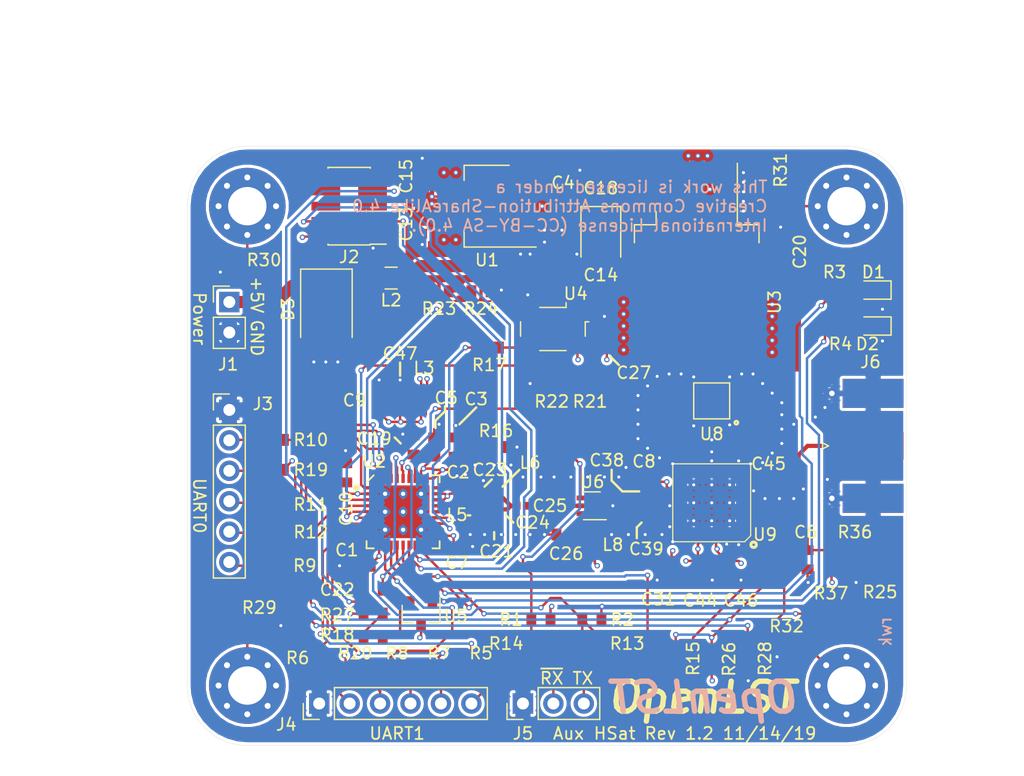
<source format=kicad_pcb>
(kicad_pcb (version 20171130) (host pcbnew "(5.1.0-0)")
  (title_block (title OpenLST) (date 2018-07-08) (rev 1))
  (layers (0 F.Cu signal) (1 In1.Cu power) (2 In2.Cu power) (31 B.Cu signal) (34 B.Paste user) (35 F.Paste user) (36 B.SilkS user) (37 F.SilkS user) (38 B.Mask user) (39 F.Mask user) (44 Edge.Cuts user))
  (net 0 "")
  (net 1 /3V3_FILT)
  (net 2 GND)
  (net 3 +5V)
  (net 4 +3V3)
  (net 5 "Net-(C19-Pad1)")
  (net 6 VCC_3V6)
  (net 7 "Net-(C21-Pad2)")
  (net 8 "Net-(C22-Pad1)")
  (net 9 "Net-(C23-Pad2)")
  (net 10 "Net-(C24-Pad1)")
  (net 11 "Net-(C24-Pad2)")
  (net 12 "Net-(C25-Pad2)")
  (net 13 "Net-(C26-Pad1)")
  (net 14 "Net-(C38-Pad1)")
  (net 15 "Net-(C38-Pad2)")
  (net 16 "Net-(C39-Pad1)")
  (net 17 "Net-(C39-Pad2)")
  (net 18 /PA_VAPC)
  (net 19 "Net-(C45-Pad1)")
  (net 20 "Net-(C45-Pad2)")
  (net 21 "Net-(D1-Pad2)")
  (net 22 "Net-(D2-Pad2)")
  (net 23 "Net-(D3-Pad1)")
  (net 24 /PROG_DC)
  (net 25 /PROG_DD)
  (net 26 /~LST_RESET)
  (net 27 /UART0_RTS)
  (net 28 "Net-(J3-Pad3)")
  (net 29 /UART0_RX)
  (net 30 /UART0_TX)
  (net 31 /UART0_CTS)
  (net 32 /UART1_RTS)
  (net 33 "Net-(J4-Pad3)")
  (net 34 /UART1_RX)
  (net 35 /UART1_TX)
  (net 36 /UART1_CTS)
  (net 37 /~LST_RX_MODE)
  (net 38 "Net-(R3-Pad2)")
  (net 39 "Net-(R4-Pad2)")
  (net 40 "Net-(R5-Pad1)")
  (net 41 "Net-(R6-Pad1)")
  (net 42 "Net-(R7-Pad1)")
  (net 43 "Net-(R8-Pad1)")
  (net 44 "Net-(R9-Pad1)")
  (net 45 "Net-(R10-Pad1)")
  (net 46 "Net-(R11-Pad1)")
  (net 47 "Net-(R12-Pad1)")
  (net 48 /RF_EN)
  (net 49 "Net-(R15-Pad2)")
  (net 50 "Net-(R16-Pad2)")
  (net 51 "Net-(R17-Pad1)")
  (net 52 "Net-(R17-Pad2)")
  (net 53 /AN0)
  (net 54 /AN1)
  (net 55 /RF_BYP)
  (net 56 "Net-(U8-Pad2)")
  (net 57 "Net-(J5-Pad2)")
  (net 58 "Net-(J5-Pad3)")
  (net 59 "Net-(R25-Pad2)")
  (net 60 "Net-(U8-Pad6)")
  (net 61 "Net-(MK1-Pad1)")
  (net 62 "Net-(MK2-Pad1)")
  (net 63 "Net-(MK3-Pad1)")
  (net 64 "Net-(MK4-Pad1)")
  (net 65 "Net-(J2-Pad5)")
  (net 66 "Net-(J2-Pad6)")
  (net 67 "Net-(J2-Pad8)")
  (net 68 "Net-(J2-Pad9)")
  (net 69 "Net-(J2-Pad10)")
  (net 70 "Net-(U2-Pad18)")
  (net 71 "Net-(U2-Pad20)")
  (net 72 "Net-(U9-Pad16)")
  (net 73 "Net-(U9-Pad14)")
  (net 74 "Net-(U9-Pad25)")
  (net 75 /LST_TX_MODE)
  (module openlst:SF2136E (layer F.Cu) (at 157.25 59.75 180)
    (fp_text reference U8 (at 0 -2.75 180) (layer F.SilkS))
    (fp_text value STA1120A)
    (pad 5 smd rect (at 1.075 -1.185 180) (size 1.05 0.81) (layers F.Cu F.Paste F.Mask) (net 2 GND))
    (pad 6 smd rect (at 1.075 0 180) (size 1.05 0.81) (layers F.Cu F.Paste F.Mask) (net 60 "Net-(U8-Pad6)"))
    (pad 4 smd rect (at 1.075 1.185 180) (size 1.05 0.81) (layers F.Cu F.Paste F.Mask) (net 2 GND))
    (pad 3 smd rect (at -1.075 1.185 180) (size 1.05 0.81) (layers F.Cu F.Paste F.Mask) (net 2 GND))
    (pad 2 smd rect (at -1.075 0 180) (size 1.05 0.81) (layers F.Cu F.Paste F.Mask) (net 56 "Net-(U8-Pad2)"))
    (pad 1 smd rect (at -0.75 -1.195 180) (size 1.7 0.81) (layers F.Cu F.Paste F.Mask) (net 2 GND))
  )
  (module archive:PinHeader_1x06_P2.54mm_Vertical (layer F.Cu) (at 117 60.5)
    (fp_text reference J3 (at 2.8 -0.5 180) (layer F.SilkS))
    (fp_text value UART0)
    (pad 1 thru_hole rect (at 0 0) (size 1.7 1.7) (drill 1) (layers *.Cu *.Mask) (net 2 GND))
    (pad 2 thru_hole oval (at 0 2.54) (size 1.7 1.7) (drill 1) (layers *.Cu *.Mask) (net 27 /UART0_RTS))
    (pad 3 thru_hole oval (at 0 5.08) (size 1.7 1.7) (drill 1) (layers *.Cu *.Mask) (net 28 "Net-(J3-Pad3)"))
    (pad 4 thru_hole oval (at 0 7.62) (size 1.7 1.7) (drill 1) (layers *.Cu *.Mask) (net 29 /UART0_RX))
    (pad 5 thru_hole oval (at 0 10.16) (size 1.7 1.7) (drill 1) (layers *.Cu *.Mask) (net 30 /UART0_TX))
    (pad 6 thru_hole oval (at 0 12.7) (size 1.7 1.7) (drill 1) (layers *.Cu *.Mask) (net 31 /UART0_CTS))
  )
  (module openlst:VIA-10mil (layer F.Cu) (at 137.1 70.9)
    (fp_text reference REF** hide)
    (fp_text value VIA-10mil hide)
    (pad 1 thru_hole circle (at 0 0) (size 0.4572 0.4572) (drill 0.254) (layers *.Cu) (net 2 GND))
  )
  (module openlst:TI_CC_QFN36 (layer F.Cu) (at 131.5 69)
    (fp_text reference U2 (at -2.4 -4.2) (layer F.SilkS))
    (fp_text value CC1110)
    (pad 37 thru_hole circle (at 0 1.5) (size 0.6096 0.6096) (drill 0.3556) (layers *.Cu B.Mask) (net 2 GND))
    (pad 37 thru_hole circle (at 1.5 1.5) (size 0.6096 0.6096) (drill 0.3556) (layers *.Cu B.Mask) (net 2 GND))
    (pad 37 thru_hole circle (at 1.5 -1.5) (size 0.6096 0.6096) (drill 0.3556) (layers *.Cu B.Mask) (net 2 GND))
    (pad 37 thru_hole circle (at 0 -1.5) (size 0.6096 0.6096) (drill 0.3556) (layers *.Cu B.Mask) (net 2 GND))
    (pad 37 thru_hole circle (at -1.5 -1.5) (size 0.6096 0.6096) (drill 0.3556) (layers *.Cu B.Mask) (net 2 GND))
    (pad 32 smd rect (at 0 -2.78) (size 0.28 0.75) (layers F.Cu F.Paste F.Mask) (net 37 /~LST_RX_MODE))
    (pad 31 smd rect (at 0.5 -2.78) (size 0.28 0.75) (layers F.Cu F.Paste F.Mask) (net 8 "Net-(C22-Pad1)"))
    (pad 30 smd rect (at 1 -2.78) (size 0.28 0.75) (layers F.Cu F.Paste F.Mask) (net 5 "Net-(C19-Pad1)"))
    (pad 29 smd rect (at 1.5 -2.78) (size 0.28 0.75) (layers F.Cu F.Paste F.Mask) (net 1 /3V3_FILT))
    (pad 28 smd rect (at 2 -2.78) (size 0.28 0.75) (layers F.Cu F.Paste F.Mask) (net 1 /3V3_FILT))
    (pad 33 smd rect (at -0.5 -2.78) (size 0.28 0.75) (layers F.Cu F.Paste F.Mask) (net 75 /LST_TX_MODE))
    (pad 34 smd rect (at -1 -2.78) (size 0.28 0.75) (layers F.Cu F.Paste F.Mask) (net 47 "Net-(R12-Pad1)"))
    (pad 35 smd rect (at -1.5 -2.78) (size 0.28 0.75) (layers F.Cu F.Paste F.Mask) (net 46 "Net-(R11-Pad1)"))
    (pad 36 smd rect (at -2 -2.78) (size 0.28 0.75) (layers F.Cu F.Paste F.Mask) (net 45 "Net-(R10-Pad1)"))
    (pad 23 smd rect (at 2.78 0 90) (size 0.28 0.75) (layers F.Cu F.Paste F.Mask) (net 10 "Net-(C24-Pad1)"))
    (pad 22 smd rect (at 2.78 0.5 90) (size 0.28 0.75) (layers F.Cu F.Paste F.Mask) (net 1 /3V3_FILT))
    (pad 21 smd rect (at 2.78 1 90) (size 0.28 0.75) (layers F.Cu F.Paste F.Mask) (net 52 "Net-(R17-Pad2)"))
    (pad 20 smd rect (at 2.78 1.5 90) (size 0.28 0.75) (layers F.Cu F.Paste F.Mask) (net 71 "Net-(U2-Pad20)"))
    (pad 19 smd rect (at 2.78 2 90) (size 0.28 0.75) (layers F.Cu F.Paste F.Mask) (net 1 /3V3_FILT))
    (pad 27 smd rect (at 2.78 -2 90) (size 0.28 0.75) (layers F.Cu F.Paste F.Mask) (net 50 "Net-(R16-Pad2)"))
    (pad 26 smd rect (at 2.78 -1.5 90) (size 0.28 0.75) (layers F.Cu F.Paste F.Mask) (net 1 /3V3_FILT))
    (pad 25 smd rect (at 2.78 -1 90) (size 0.28 0.75) (layers F.Cu F.Paste F.Mask) (net 1 /3V3_FILT))
    (pad 24 smd rect (at 2.78 -0.5 90) (size 0.28 0.75) (layers F.Cu F.Paste F.Mask) (net 9 "Net-(C23-Pad2)"))
    (pad 14 smd rect (at 0 2.78) (size 0.28 0.75) (layers F.Cu F.Paste F.Mask) (net 49 "Net-(R15-Pad2)"))
    (pad 13 smd rect (at -0.5 2.78) (size 0.28 0.75) (layers F.Cu F.Paste F.Mask) (net 39 "Net-(R4-Pad2)"))
    (pad 12 smd rect (at -1 2.78) (size 0.28 0.75) (layers F.Cu F.Paste F.Mask) (net 38 "Net-(R3-Pad2)"))
    (pad 11 smd rect (at -1.5 2.78) (size 0.28 0.75) (layers F.Cu F.Paste F.Mask) (net 43 "Net-(R8-Pad1)"))
    (pad 10 smd rect (at -2 2.78) (size 0.28 0.75) (layers F.Cu F.Paste F.Mask) (net 1 /3V3_FILT))
    (pad 18 smd rect (at 2 2.78) (size 0.28 0.75) (layers F.Cu F.Paste F.Mask) (net 70 "Net-(U2-Pad18)"))
    (pad 17 smd rect (at 1.5 2.78) (size 0.28 0.75) (layers F.Cu F.Paste F.Mask) (net 59 "Net-(R25-Pad2)"))
    (pad 16 smd rect (at 1 2.78) (size 0.28 0.75) (layers F.Cu F.Paste F.Mask) (net 24 /PROG_DC))
    (pad 15 smd rect (at 0.5 2.78) (size 0.28 0.75) (layers F.Cu F.Paste F.Mask) (net 25 /PROG_DD))
    (pad 5 smd rect (at -2.78 0 90) (size 0.28 0.75) (layers F.Cu F.Paste F.Mask) (net 53 /AN0))
    (pad 4 smd rect (at -2.78 -0.5 90) (size 0.28 0.75) (layers F.Cu F.Paste F.Mask) (net 48 /RF_EN))
    (pad 3 smd rect (at -2.78 -1 90) (size 0.28 0.75) (layers F.Cu F.Paste F.Mask) (net 55 /RF_BYP))
    (pad 2 smd rect (at -2.78 -1.5 90) (size 0.28 0.75) (layers F.Cu F.Paste F.Mask) (net 1 /3V3_FILT))
    (pad 1 smd rect (at -2.78 -2 90) (size 0.28 0.75) (layers F.Cu F.Paste F.Mask) (net 44 "Net-(R9-Pad1)"))
    (pad 9 smd rect (at -2.78 2 90) (size 0.28 0.75) (layers F.Cu F.Paste F.Mask) (net 42 "Net-(R7-Pad1)"))
    (pad 8 smd rect (at -2.78 1.5 90) (size 0.28 0.75) (layers F.Cu F.Paste F.Mask) (net 41 "Net-(R6-Pad1)"))
    (pad 7 smd rect (at -2.78 1 90) (size 0.28 0.75) (layers F.Cu F.Paste F.Mask) (net 40 "Net-(R5-Pad1)"))
    (pad 6 smd rect (at -2.78 0.5 90) (size 0.28 0.75) (layers F.Cu F.Paste F.Mask) (net 54 /AN1))
    (pad 37 smd rect (at 0 0) (size 4.4 4.4) (layers F.Cu) (net 2 GND))
    (pad 37 thru_hole circle (at -1.5 1.5) (size 0.6096 0.6096) (drill 0.3556) (layers *.Cu B.Mask) (net 2 GND))
    (pad 37 thru_hole circle (at 1.5 0) (size 0.6096 0.6096) (drill 0.3556) (layers *.Cu B.Mask) (net 2 GND))
    (pad 37 thru_hole circle (at 0 0) (size 0.6096 0.6096) (drill 0.3556) (layers *.Cu B.Mask) (net 2 GND))
    (pad 37 thru_hole circle (at -1.5 0) (size 0.6096 0.6096) (drill 0.3556) (layers *.Cu B.Mask) (net 2 GND))
  )
  (module openlst:VIA-10mil (layer F.Cu) (at 133.5 57.9)
    (fp_text reference REF** hide)
    (fp_text value VIA-10mil hide)
    (pad 1 thru_hole circle (at 0 0) (size 0.4572 0.4572) (drill 0.254) (layers *.Cu) (net 4 +3V3))
  )
  (module openlst:VIA-10mil (layer F.Cu) (at 124.05 56.5)
    (fp_text reference REF** hide)
    (fp_text value VIA-10mil hide)
    (pad 1 thru_hole circle (at 0 0) (size 0.4572 0.4572) (drill 0.254) (layers *.Cu) (net 2 GND))
  )
  (module openlst:VIA-10mil (layer F.Cu) (at 125.05 56.5)
    (fp_text reference REF** hide)
    (fp_text value VIA-10mil hide)
    (pad 1 thru_hole circle (at 0 0) (size 0.4572 0.4572) (drill 0.254) (layers *.Cu) (net 2 GND))
  )
  (module openlst:VIA-10mil (layer F.Cu) (at 126.05 56.5)
    (fp_text reference REF** hide)
    (fp_text value VIA-10mil hide)
    (pad 1 thru_hole circle (at 0 0) (size 0.4572 0.4572) (drill 0.254) (layers *.Cu) (net 2 GND))
  )
  (module openlst:VIA-10mil (layer F.Cu) (at 134.9 46.3)
    (fp_text reference REF** hide)
    (fp_text value VIA-10mil hide)
    (pad 1 thru_hole circle (at 0 0) (size 0.4572 0.4572) (drill 0.254) (layers *.Cu) (net 4 +3V3))
  )
  (module openlst:VIA-10mil (layer F.Cu) (at 135.9 46.3)
    (fp_text reference REF** hide)
    (fp_text value VIA-10mil hide)
    (pad 1 thru_hole circle (at 0 0) (size 0.4572 0.4572) (drill 0.254) (layers *.Cu) (net 4 +3V3))
  )
  (module openlst:VIA-10mil (layer F.Cu) (at 134.9 40.7)
    (fp_text reference REF** hide)
    (fp_text value VIA-10mil hide)
    (pad 1 thru_hole circle (at 0 0) (size 0.4572 0.4572) (drill 0.254) (layers *.Cu) (net 4 +3V3))
  )
  (module openlst:VIA-10mil (layer F.Cu) (at 135.9 40.7)
    (fp_text reference REF** hide)
    (fp_text value VIA-10mil hide)
    (pad 1 thru_hole circle (at 0 0) (size 0.4572 0.4572) (drill 0.254) (layers *.Cu) (net 4 +3V3))
  )
  (module openlst:VIA-10mil (layer F.Cu) (at 141.3 47.5)
    (fp_text reference REF** hide)
    (fp_text value VIA-10mil hide)
    (pad 1 thru_hole circle (at 0 0) (size 0.4572 0.4572) (drill 0.254) (layers *.Cu) (net 2 GND))
  )
  (module openlst:VIA-10mil (layer F.Cu) (at 142.1 47.5)
    (fp_text reference REF** hide)
    (fp_text value VIA-10mil hide)
    (pad 1 thru_hole circle (at 0 0) (size 0.4572 0.4572) (drill 0.254) (layers *.Cu) (net 2 GND))
  )
  (module openlst:VIA-10mil (layer F.Cu) (at 143.3 46.5)
    (fp_text reference REF** hide)
    (fp_text value VIA-10mil hide)
    (pad 1 thru_hole circle (at 0 0) (size 0.4572 0.4572) (drill 0.254) (layers *.Cu) (net 2 GND))
  )
  (module openlst:VIA-10mil (layer F.Cu) (at 143.3 45.5)
    (fp_text reference REF** hide)
    (fp_text value VIA-10mil hide)
    (pad 1 thru_hole circle (at 0 0) (size 0.4572 0.4572) (drill 0.254) (layers *.Cu) (net 2 GND))
  )
  (module openlst:VIA-10mil (layer F.Cu) (at 159.9 40.7)
    (fp_text reference REF** hide)
    (fp_text value VIA-10mil hide)
    (pad 1 thru_hole circle (at 0 0) (size 0.4572 0.4572) (drill 0.254) (layers *.Cu) (net 2 GND))
  )
  (module openlst:VIA-10mil (layer F.Cu) (at 159.9 43.9)
    (fp_text reference REF** hide)
    (fp_text value VIA-10mil hide)
    (pad 1 thru_hole circle (at 0 0) (size 0.4572 0.4572) (drill 0.254) (layers *.Cu) (net 2 GND))
  )
  (module openlst:VIA-10mil (layer F.Cu) (at 159.9 43.1)
    (fp_text reference REF** hide)
    (fp_text value VIA-10mil hide)
    (pad 1 thru_hole circle (at 0 0) (size 0.4572 0.4572) (drill 0.254) (layers *.Cu) (net 2 GND))
  )
  (module openlst:VIA-10mil (layer F.Cu) (at 159.9 42.3)
    (fp_text reference REF** hide)
    (fp_text value VIA-10mil hide)
    (pad 1 thru_hole circle (at 0 0) (size 0.4572 0.4572) (drill 0.254) (layers *.Cu) (net 2 GND))
  )
  (module openlst:VIA-10mil (layer F.Cu) (at 159.9 41.5)
    (fp_text reference REF** hide)
    (fp_text value VIA-10mil hide)
    (pad 1 thru_hole circle (at 0 0) (size 0.4572 0.4572) (drill 0.254) (layers *.Cu) (net 2 GND))
  )
  (module openlst:VIA-10mil (layer F.Cu) (at 155.3 39.3)
    (fp_text reference REF** hide)
    (fp_text value VIA-10mil hide)
    (pad 1 thru_hole circle (at 0 0) (size 0.4572 0.4572) (drill 0.254) (layers *.Cu) (net 6 VCC_3V6))
  )
  (module openlst:VIA-10mil (layer F.Cu) (at 156.1 39.3)
    (fp_text reference REF** hide)
    (fp_text value VIA-10mil hide)
    (pad 1 thru_hole circle (at 0 0) (size 0.4572 0.4572) (drill 0.254) (layers *.Cu) (net 6 VCC_3V6))
  )
  (module openlst:VIA-10mil (layer F.Cu) (at 156.9 39.3)
    (fp_text reference REF** hide)
    (fp_text value VIA-10mil hide)
    (pad 1 thru_hole circle (at 0 0) (size 0.4572 0.4572) (drill 0.254) (layers *.Cu) (net 6 VCC_3V6))
  )
  (module openlst:VIA-10mil (layer F.Cu) (at 153.5 66.5)
    (fp_text reference REF** hide)
    (fp_text value VIA-10mil hide)
    (pad 1 thru_hole circle (at 0 0) (size 0.4572 0.4572) (drill 0.254) (layers *.Cu) (net 6 VCC_3V6))
  )
  (module openlst:VIA-10mil (layer F.Cu) (at 157.7 72.1)
    (fp_text reference REF** hide)
    (fp_text value VIA-10mil hide)
    (pad 1 thru_hole circle (at 0 0) (size 0.4572 0.4572) (drill 0.254) (layers *.Cu) (net 6 VCC_3V6))
  )
  (module openlst:VIA-10mil (layer F.Cu) (at 156.1 72.1)
    (fp_text reference REF** hide)
    (fp_text value VIA-10mil hide)
    (pad 1 thru_hole circle (at 0 0) (size 0.4572 0.4572) (drill 0.254) (layers *.Cu) (net 6 VCC_3V6))
  )
  (module openlst:VIA-10mil (layer F.Cu) (at 155.1 73.1)
    (fp_text reference REF** hide)
    (fp_text value VIA-10mil hide)
    (pad 1 thru_hole circle (at 0 0) (size 0.4572 0.4572) (drill 0.254) (layers *.Cu) (net 6 VCC_3V6))
  )
  (module openlst:VIA-10mil (layer F.Cu) (at 159.7 73.3)
    (fp_text reference REF** hide)
    (fp_text value VIA-10mil hide)
    (pad 1 thru_hole circle (at 0 0) (size 0.4572 0.4572) (drill 0.254) (layers *.Cu) (net 6 VCC_3V6))
  )
  (module openlst:VIA-10mil (layer F.Cu) (at 149.9 55.5)
    (fp_text reference REF** hide)
    (fp_text value VIA-10mil hide)
    (pad 1 thru_hole circle (at 0 0) (size 0.4572 0.4572) (drill 0.254) (layers *.Cu) (net 6 VCC_3V6))
  )
  (module openlst:VIA-10mil (layer F.Cu) (at 162.3 55.7)
    (fp_text reference REF** hide)
    (fp_text value VIA-10mil hide)
    (pad 1 thru_hole circle (at 0 0) (size 0.4572 0.4572) (drill 0.254) (layers *.Cu) (net 6 VCC_3V6))
  )
  (module openlst:VIA-10mil (layer F.Cu) (at 149.9 54.5)
    (fp_text reference REF** hide)
    (fp_text value VIA-10mil hide)
    (pad 1 thru_hole circle (at 0 0) (size 0.4572 0.4572) (drill 0.254) (layers *.Cu) (net 6 VCC_3V6))
  )
  (module openlst:VIA-10mil (layer F.Cu) (at 162.3 54.7)
    (fp_text reference REF** hide)
    (fp_text value VIA-10mil hide)
    (pad 1 thru_hole circle (at 0 0) (size 0.4572 0.4572) (drill 0.254) (layers *.Cu) (net 6 VCC_3V6))
  )
  (module openlst:VIA-10mil (layer F.Cu) (at 149.9 53.5)
    (fp_text reference REF** hide)
    (fp_text value VIA-10mil hide)
    (pad 1 thru_hole circle (at 0 0) (size 0.4572 0.4572) (drill 0.254) (layers *.Cu) (net 6 VCC_3V6))
  )
  (module openlst:VIA-10mil (layer F.Cu) (at 162.3 53.7)
    (fp_text reference REF** hide)
    (fp_text value VIA-10mil hide)
    (pad 1 thru_hole circle (at 0 0) (size 0.4572 0.4572) (drill 0.254) (layers *.Cu) (net 6 VCC_3V6))
  )
  (module openlst:VIA-10mil (layer F.Cu) (at 149.9 52.5)
    (fp_text reference REF** hide)
    (fp_text value VIA-10mil hide)
    (pad 1 thru_hole circle (at 0 0) (size 0.4572 0.4572) (drill 0.254) (layers *.Cu) (net 6 VCC_3V6))
  )
  (module openlst:VIA-10mil (layer F.Cu) (at 162.3 52.7)
    (fp_text reference REF** hide)
    (fp_text value VIA-10mil hide)
    (pad 1 thru_hole circle (at 0 0) (size 0.4572 0.4572) (drill 0.254) (layers *.Cu) (net 6 VCC_3V6))
  )
  (module openlst:VIA-10mil (layer F.Cu) (at 149.9 51.5)
    (fp_text reference REF** hide)
    (fp_text value VIA-10mil hide)
    (pad 1 thru_hole circle (at 0 0) (size 0.4572 0.4572) (drill 0.254) (layers *.Cu) (net 6 VCC_3V6))
  )
  (module openlst:VIA-10mil (layer F.Cu) (at 162.3 51.7)
    (fp_text reference REF** hide)
    (fp_text value VIA-10mil hide)
    (pad 1 thru_hole circle (at 0 0) (size 0.4572 0.4572) (drill 0.254) (layers *.Cu) (net 6 VCC_3V6))
  )
  (module openlst:VIA-10mil (layer F.Cu) (at 164.1 67.9)
    (fp_text reference REF** hide)
    (fp_text value VIA-10mil hide)
    (pad 1 thru_hole circle (at 0 0) (size 0.4572 0.4572) (drill 0.254) (layers *.Cu) (net 2 GND))
  )
  (module openlst:VIA-10mil (layer F.Cu) (at 165.9 61.1)
    (fp_text reference REF** hide)
    (fp_text value VIA-10mil hide)
    (pad 1 thru_hole circle (at 0 0) (size 0.4572 0.4572) (drill 0.254) (layers *.Cu) (net 2 GND))
  )
  (module openlst:VIA-10mil (layer F.Cu) (at 163.1 63.3)
    (fp_text reference REF** hide)
    (fp_text value VIA-10mil hide)
    (pad 1 thru_hole circle (at 0 0) (size 0.4572 0.4572) (drill 0.254) (layers *.Cu) (net 2 GND))
  )
  (module openlst:VIA-10mil (layer F.Cu) (at 162.3 59.1)
    (fp_text reference REF** hide)
    (fp_text value VIA-10mil hide)
    (pad 1 thru_hole circle (at 0 0) (size 0.4572 0.4572) (drill 0.254) (layers *.Cu) (net 2 GND))
  )
  (module openlst:VIA-10mil (layer F.Cu) (at 154.7 57.5)
    (fp_text reference REF** hide)
    (fp_text value VIA-10mil hide)
    (pad 1 thru_hole circle (at 0 0) (size 0.4572 0.4572) (drill 0.254) (layers *.Cu) (net 2 GND))
  )
  (module openlst:VIA-10mil (layer F.Cu) (at 151.9 58.5)
    (fp_text reference REF** hide)
    (fp_text value VIA-10mil hide)
    (pad 1 thru_hole circle (at 0 0) (size 0.4572 0.4572) (drill 0.254) (layers *.Cu) (net 2 GND))
  )
  (module openlst:VIA-10mil (layer F.Cu) (at 151.1 62.9)
    (fp_text reference REF** hide)
    (fp_text value VIA-10mil hide)
    (pad 1 thru_hole circle (at 0 0) (size 0.4572 0.4572) (drill 0.254) (layers *.Cu) (net 2 GND))
  )
  (module openlst:VIA-10mil (layer F.Cu) (at 138.3 70.9)
    (fp_text reference REF** hide)
    (fp_text value VIA-10mil hide)
    (pad 1 thru_hole circle (at 0 0) (size 0.4572 0.4572) (drill 0.254) (layers *.Cu) (net 2 GND))
  )
  (module openlst:VIA-10mil (layer F.Cu) (at 139.7 70.9)
    (fp_text reference REF** hide)
    (fp_text value VIA-10mil hide)
    (pad 1 thru_hole circle (at 0 0) (size 0.4572 0.4572) (drill 0.254) (layers *.Cu) (net 2 GND))
  )
  (module openlst:VIA-10mil (layer F.Cu) (at 140.9 70.9)
    (fp_text reference REF** hide)
    (fp_text value VIA-10mil hide)
    (pad 1 thru_hole circle (at 0 0) (size 0.4572 0.4572) (drill 0.254) (layers *.Cu) (net 2 GND))
  )
  (module openlst:VIA-10mil (layer F.Cu) (at 142.1 70.9)
    (fp_text reference REF** hide)
    (fp_text value VIA-10mil hide)
    (pad 1 thru_hole circle (at 0 0) (size 0.4572 0.4572) (drill 0.254) (layers *.Cu) (net 2 GND))
  )
  (module openlst:VIA-10mil (layer F.Cu) (at 148.9 70.9)
    (fp_text reference REF** hide)
    (fp_text value VIA-10mil hide)
    (pad 1 thru_hole circle (at 0 0) (size 0.4572 0.4572) (drill 0.254) (layers *.Cu) (net 2 GND))
  )
  (module openlst:VIA-10mil (layer F.Cu) (at 150.3 70.9)
    (fp_text reference REF** hide)
    (fp_text value VIA-10mil hide)
    (pad 1 thru_hole circle (at 0 0) (size 0.4572 0.4572) (drill 0.254) (layers *.Cu) (net 2 GND))
  )
  (module openlst:VIA-10mil (layer F.Cu) (at 151.7 70.9)
    (fp_text reference REF** hide)
    (fp_text value VIA-10mil hide)
    (pad 1 thru_hole circle (at 0 0) (size 0.4572 0.4572) (drill 0.254) (layers *.Cu) (net 2 GND))
  )
  (module openlst:VIA-10mil (layer F.Cu) (at 153.1 70.9)
    (fp_text reference REF** hide)
    (fp_text value VIA-10mil hide)
    (pad 1 thru_hole circle (at 0 0) (size 0.4572 0.4572) (drill 0.254) (layers *.Cu) (net 2 GND))
  )
  (module openlst:VIA-10mil (layer F.Cu) (at 136.7 65.9)
    (fp_text reference REF** hide)
    (fp_text value VIA-10mil hide)
    (pad 1 thru_hole circle (at 0 0) (size 0.4572 0.4572) (drill 0.254) (layers *.Cu) (net 2 GND))
  )
  (module openlst:VIA-10mil (layer F.Cu) (at 137.5 65.1)
    (fp_text reference REF** hide)
    (fp_text value VIA-10mil hide)
    (pad 1 thru_hole circle (at 0 0) (size 0.4572 0.4572) (drill 0.254) (layers *.Cu) (net 2 GND))
  )
  (module openlst:VIA-10mil (layer F.Cu) (at 139.1 65.1)
    (fp_text reference REF** hide)
    (fp_text value VIA-10mil hide)
    (pad 1 thru_hole circle (at 0 0) (size 0.4572 0.4572) (drill 0.254) (layers *.Cu) (net 2 GND))
  )
  (module openlst:VIA-10mil (layer F.Cu) (at 140.5 65.1)
    (fp_text reference REF** hide)
    (fp_text value VIA-10mil hide)
    (pad 1 thru_hole circle (at 0 0) (size 0.4572 0.4572) (drill 0.254) (layers *.Cu) (net 2 GND))
  )
  (module openlst:VIA-10mil (layer F.Cu) (at 141.5 66.1)
    (fp_text reference REF** hide)
    (fp_text value VIA-10mil hide)
    (pad 1 thru_hole circle (at 0 0) (size 0.4572 0.4572) (drill 0.254) (layers *.Cu) (net 2 GND))
  )
  (module openlst:VIA-10mil (layer F.Cu) (at 143 66.1)
    (fp_text reference REF** hide)
    (fp_text value VIA-10mil hide)
    (pad 1 thru_hole circle (at 0 0) (size 0.4572 0.4572) (drill 0.254) (layers *.Cu) (net 2 GND))
  )
  (module openlst:VIA-10mil (layer F.Cu) (at 144.1 66.1)
    (fp_text reference REF** hide)
    (fp_text value VIA-10mil hide)
    (pad 1 thru_hole circle (at 0 0) (size 0.4572 0.4572) (drill 0.254) (layers *.Cu) (net 2 GND))
  )
  (module openlst:VIA-10mil (layer F.Cu) (at 145.5 66.1)
    (fp_text reference REF** hide)
    (fp_text value VIA-10mil hide)
    (pad 1 thru_hole circle (at 0 0) (size 0.4572 0.4572) (drill 0.254) (layers *.Cu) (net 2 GND))
  )
  (module openlst:VIA-10mil (layer F.Cu) (at 146.9 66.1)
    (fp_text reference REF** hide)
    (fp_text value VIA-10mil hide)
    (pad 1 thru_hole circle (at 0 0) (size 0.4572 0.4572) (drill 0.254) (layers *.Cu) (net 2 GND))
  )
  (module openlst:VIA-10mil (layer F.Cu) (at 148.3 66.1)
    (fp_text reference REF** hide)
    (fp_text value VIA-10mil hide)
    (pad 1 thru_hole circle (at 0 0) (size 0.4572 0.4572) (drill 0.254) (layers *.Cu) (net 2 GND))
  )
  (module openlst:VIA-10mil (layer F.Cu) (at 149.5 66.1)
    (fp_text reference REF** hide)
    (fp_text value VIA-10mil hide)
    (pad 1 thru_hole circle (at 0 0) (size 0.4572 0.4572) (drill 0.254) (layers *.Cu) (net 2 GND))
  )
  (module openlst:VIA-10mil (layer F.Cu) (at 157.25 63)
    (fp_text reference REF** hide)
    (fp_text value VIA-10mil hide)
    (pad 1 thru_hole circle (at 0 0) (size 0.4572 0.4572) (drill 0.254) (layers *.Cu) (net 2 GND))
  )
  (module openlst:VIA-10mil (layer F.Cu) (at 151.1 59.3)
    (fp_text reference REF** hide)
    (fp_text value VIA-10mil hide)
    (pad 1 thru_hole circle (at 0 0) (size 0.4572 0.4572) (drill 0.254) (layers *.Cu) (net 2 GND))
  )
  (module openlst:VIA-10mil (layer F.Cu) (at 160.7 57.5)
    (fp_text reference REF** hide)
    (fp_text value VIA-10mil hide)
    (pad 1 thru_hole circle (at 0 0) (size 0.4572 0.4572) (drill 0.254) (layers *.Cu) (net 2 GND))
  )
  (module openlst:VIA-10mil (layer F.Cu) (at 162.3 64.1)
    (fp_text reference REF** hide)
    (fp_text value VIA-10mil hide)
    (pad 1 thru_hole circle (at 0 0) (size 0.4572 0.4572) (drill 0.254) (layers *.Cu) (net 2 GND))
  )
  (module openlst:VIA-10mil (layer F.Cu) (at 166.9 66.3)
    (fp_text reference REF** hide)
    (fp_text value VIA-10mil hide)
    (pad 1 thru_hole circle (at 0 0) (size 0.4572 0.4572) (drill 0.254) (layers *.Cu) (net 2 GND))
  )
  (module openlst:VIA-10mil (layer F.Cu) (at 164.9 67.1)
    (fp_text reference REF** hide)
    (fp_text value VIA-10mil hide)
    (pad 1 thru_hole circle (at 0 0) (size 0.4572 0.4572) (drill 0.254) (layers *.Cu) (net 2 GND))
  )
  (module openlst:VIA-10mil (layer F.Cu) (at 162.9 67.9)
    (fp_text reference REF** hide)
    (fp_text value VIA-10mil hide)
    (pad 1 thru_hole circle (at 0 0) (size 0.4572 0.4572) (drill 0.254) (layers *.Cu) (net 2 GND))
  )
  (module openlst:VIA-10mil (layer F.Cu) (at 161.7 67.9)
    (fp_text reference REF** hide)
    (fp_text value VIA-10mil hide)
    (pad 1 thru_hole circle (at 0 0) (size 0.4572 0.4572) (drill 0.254) (layers *.Cu) (net 2 GND))
  )
  (module openlst:VIA-10mil (layer F.Cu) (at 164.1 61.7)
    (fp_text reference REF** hide)
    (fp_text value VIA-10mil hide)
    (pad 1 thru_hole circle (at 0 0) (size 0.4572 0.4572) (drill 0.254) (layers *.Cu) (net 2 GND))
  )
  (module openlst:VIA-10mil (layer F.Cu) (at 159.75 57.5)
    (fp_text reference REF** hide)
    (fp_text value VIA-10mil hide)
    (pad 1 thru_hole circle (at 0 0) (size 0.4572 0.4572) (drill 0.254) (layers *.Cu) (net 2 GND))
  )
  (module openlst:VIA-10mil (layer F.Cu) (at 163.1 59.9)
    (fp_text reference REF** hide)
    (fp_text value VIA-10mil hide)
    (pad 1 thru_hole circle (at 0 0) (size 0.4572 0.4572) (drill 0.254) (layers *.Cu) (net 2 GND))
  )
  (module openlst:VIA-10mil (layer F.Cu) (at 163.1 60.9)
    (fp_text reference REF** hide)
    (fp_text value VIA-10mil hide)
    (pad 1 thru_hole circle (at 0 0) (size 0.4572 0.4572) (drill 0.254) (layers *.Cu) (net 2 GND))
  )
  (module openlst:VIA-10mil (layer F.Cu) (at 163.1 62.1)
    (fp_text reference REF** hide)
    (fp_text value VIA-10mil hide)
    (pad 1 thru_hole circle (at 0 0) (size 0.4572 0.4572) (drill 0.254) (layers *.Cu) (net 2 GND))
  )
  (module openlst:VIA-10mil (layer F.Cu) (at 161.5 64.9)
    (fp_text reference REF** hide)
    (fp_text value VIA-10mil hide)
    (pad 1 thru_hole circle (at 0 0) (size 0.4572 0.4572) (drill 0.254) (layers *.Cu) (net 2 GND))
  )
  (module openlst:VIA-10mil (layer F.Cu) (at 153.7 57.5)
    (fp_text reference REF** hide)
    (fp_text value VIA-10mil hide)
    (pad 1 thru_hole circle (at 0 0) (size 0.4572 0.4572) (drill 0.254) (layers *.Cu) (net 2 GND))
  )
  (module openlst:VIA-10mil (layer F.Cu) (at 152.7 57.7)
    (fp_text reference REF** hide)
    (fp_text value VIA-10mil hide)
    (pad 1 thru_hole circle (at 0 0) (size 0.4572 0.4572) (drill 0.254) (layers *.Cu) (net 2 GND))
  )
  (module openlst:VIA-10mil (layer F.Cu) (at 166.7 60.3)
    (fp_text reference REF** hide)
    (fp_text value VIA-10mil hide)
    (pad 1 thru_hole circle (at 0 0) (size 0.4572 0.4572) (drill 0.254) (layers *.Cu) (net 2 GND))
  )
  (module openlst:VIA-10mil (layer F.Cu) (at 161.5 58.3)
    (fp_text reference REF** hide)
    (fp_text value VIA-10mil hide)
    (pad 1 thru_hole circle (at 0 0) (size 0.4572 0.4572) (drill 0.254) (layers *.Cu) (net 2 GND))
  )
  (module openlst:VIA-10mil (layer F.Cu) (at 151.1 60.5)
    (fp_text reference REF** hide)
    (fp_text value VIA-10mil hide)
    (pad 1 thru_hole circle (at 0 0) (size 0.4572 0.4572) (drill 0.254) (layers *.Cu) (net 2 GND))
  )
  (module openlst:VIA-10mil (layer F.Cu) (at 151.1 61.7)
    (fp_text reference REF** hide)
    (fp_text value VIA-10mil hide)
    (pad 1 thru_hole circle (at 0 0) (size 0.4572 0.4572) (drill 0.254) (layers *.Cu) (net 2 GND))
  )
  (module openlst:VIA-10mil (layer F.Cu) (at 151.9 63.7)
    (fp_text reference REF** hide)
    (fp_text value VIA-10mil hide)
    (pad 1 thru_hole circle (at 0 0) (size 0.4572 0.4572) (drill 0.254) (layers *.Cu) (net 2 GND))
  )
  (module openlst:VIA-10mil (layer F.Cu) (at 152.9 64.5)
    (fp_text reference REF** hide)
    (fp_text value VIA-10mil hide)
    (pad 1 thru_hole circle (at 0 0) (size 0.4572 0.4572) (drill 0.254) (layers *.Cu) (net 2 GND))
  )
  (module openlst:VIA-10mil (layer F.Cu) (at 157.25 64)
    (fp_text reference REF** hide)
    (fp_text value VIA-10mil hide)
    (pad 1 thru_hole circle (at 0 0) (size 0.4572 0.4572) (drill 0.254) (layers *.Cu) (net 2 GND))
  )
  (module openlst:Qorvo_LGA_28_ThermalVias (layer F.Cu) (at 157.25 68.25 180)
    (fp_text reference U9 (at -4.45 -2.65 180) (layer F.SilkS))
    (fp_text value RFFM6403)
    (pad 29 smd rect (at 0 0.75 270) (size 0.6 3.5) (layers F.Cu F.Paste F.Mask) (net 2 GND))
    (pad 29 smd rect (at 0 -0.75 270) (size 0.6 3.5) (layers F.Cu F.Paste F.Mask) (net 2 GND))
    (pad 29 smd rect (at 0.75 0 180) (size 0.6 3.5) (layers F.Cu F.Paste F.Mask) (net 2 GND))
    (pad 29 thru_hole circle (at -1.5 -1.5 180) (size 0.5588 0.5588) (drill 0.254) (layers *.Cu B.Mask) (net 2 GND))
    (pad 29 thru_hole circle (at -1.5 0 180) (size 0.5588 0.5588) (drill 0.254) (layers *.Cu B.Mask) (net 2 GND))
    (pad 29 thru_hole circle (at 0 0 180) (size 0.5588 0.5588) (drill 0.254) (layers *.Cu B.Mask) (net 2 GND))
    (pad 29 thru_hole circle (at 1.5 0 180) (size 0.5588 0.5588) (drill 0.254) (layers *.Cu B.Mask) (net 2 GND))
    (pad 29 thru_hole circle (at -1.5 1.5 180) (size 0.5588 0.5588) (drill 0.254) (layers *.Cu B.Mask) (net 2 GND))
    (pad 29 thru_hole circle (at 0 1.5 180) (size 0.5588 0.5588) (drill 0.254) (layers *.Cu B.Mask) (net 2 GND))
    (pad 29 thru_hole circle (at 1.5 1.5 180) (size 0.5588 0.5588) (drill 0.254) (layers *.Cu B.Mask) (net 2 GND))
    (pad 29 thru_hole circle (at 1.5 -1.5 180) (size 0.5588 0.5588) (drill 0.254) (layers *.Cu B.Mask) (net 2 GND))
    (pad 29 thru_hole circle (at 0 -1.5 180) (size 0.5588 0.5588) (drill 0.254) (layers *.Cu B.Mask) (net 2 GND))
    (pad 29 smd rect (at -0.75 0 180) (size 0.6 3.5) (layers F.Cu F.Paste F.Mask) (net 2 GND))
    (pad 23 smd rect (at 1.813 -2.625 180) (size 0.4 0.55) (layers F.Cu F.Paste F.Mask) (net 4 +3V3))
    (pad 22 smd rect (at 2.625 -2.65 180) (size 0.55 0.5) (layers F.Cu F.Paste F.Mask) (net 2 GND))
    (pad 16 smd rect (at 2.625 1.875 180) (size 0.55 0.4) (layers F.Cu F.Paste F.Mask) (net 72 "Net-(U9-Pad16)"))
    (pad 15 smd rect (at 2.625 2.65 180) (size 0.55 0.5) (layers F.Cu F.Paste F.Mask) (net 2 GND))
    (pad 8 smd rect (at -2.625 2.65 180) (size 0.55 0.5) (layers F.Cu F.Paste F.Mask) (net 2 GND))
    (pad 29 smd rect (at 0 0 180) (size 3.875 3.875) (layers F.Cu) (net 2 GND))
    (pad 1 smd rect (at -2.625 -2.65 180) (size 0.55 0.5) (layers F.Cu F.Paste F.Mask) (net 2 GND))
    (pad 2 smd rect (at -2.625 -1.875 180) (size 0.55 0.4) (layers F.Cu F.Paste F.Mask) (net 75 /LST_TX_MODE))
    (pad 3 smd rect (at -2.625 -1.125 180) (size 0.55 0.4) (layers F.Cu F.Paste F.Mask) (net 48 /RF_EN))
    (pad 4 smd rect (at -2.625 -0.375 180) (size 0.55 0.4) (layers F.Cu F.Paste F.Mask) (net 55 /RF_BYP))
    (pad 5 smd rect (at -2.625 0.375 180) (size 0.55 0.4) (layers F.Cu F.Paste F.Mask) (net 18 /PA_VAPC))
    (pad 6 smd rect (at -2.625 1.125 180) (size 0.55 0.4) (layers F.Cu F.Paste F.Mask) (net 2 GND))
    (pad 7 smd rect (at -2.625 1.875 180) (size 0.55 0.4) (layers F.Cu F.Paste F.Mask) (net 20 "Net-(C45-Pad2)"))
    (pad 9 smd rect (at -1.813 2.625 180) (size 0.4 0.55) (layers F.Cu F.Paste F.Mask) (net 2 GND))
    (pad 10 smd rect (at -1.088 2.625 180) (size 0.4 0.55) (layers F.Cu F.Paste F.Mask) (net 56 "Net-(U8-Pad2)"))
    (pad 11 smd rect (at -0.363 2.625 180) (size 0.4 0.55) (layers F.Cu F.Paste F.Mask) (net 2 GND))
    (pad 12 smd rect (at 0.363 2.625 180) (size 0.4 0.55) (layers F.Cu F.Paste F.Mask) (net 2 GND))
    (pad 13 smd rect (at 1.088 2.625 180) (size 0.4 0.55) (layers F.Cu F.Paste F.Mask) (net 60 "Net-(U8-Pad6)"))
    (pad 14 smd rect (at 1.813 2.625 180) (size 0.4 0.55) (layers F.Cu F.Paste F.Mask) (net 73 "Net-(U9-Pad14)"))
    (pad 17 smd rect (at 2.625 1.125 180) (size 0.55 0.4) (layers F.Cu F.Paste F.Mask) (net 6 VCC_3V6))
    (pad 18 smd rect (at 2.625 0.375 180) (size 0.55 0.4) (layers F.Cu F.Paste F.Mask) (net 15 "Net-(C38-Pad2)"))
    (pad 19 smd rect (at 2.625 -0.375 180) (size 0.55 0.4) (layers F.Cu F.Paste F.Mask) (net 2 GND))
    (pad 20 smd rect (at 2.625 -1.125 180) (size 0.55 0.4) (layers F.Cu F.Paste F.Mask) (net 17 "Net-(C39-Pad2)"))
    (pad 21 smd rect (at 2.625 -1.875 180) (size 0.55 0.4) (layers F.Cu F.Paste F.Mask) (net 2 GND))
    (pad 24 smd rect (at 1.088 -2.625 180) (size 0.4 0.55) (layers F.Cu F.Paste F.Mask) (net 6 VCC_3V6))
    (pad 25 smd rect (at 0.363 -2.625 180) (size 0.4 0.55) (layers F.Cu F.Paste F.Mask) (net 74 "Net-(U9-Pad25)"))
    (pad 26 smd rect (at -0.363 -2.625 180) (size 0.4 0.55) (layers F.Cu F.Paste F.Mask) (net 6 VCC_3V6))
    (pad 27 smd rect (at -1.088 -2.625 180) (size 0.4 0.55) (layers F.Cu F.Paste F.Mask) (net 2 GND))
    (pad 28 smd rect (at -1.813 -2.625 180) (size 0.4 0.55) (layers F.Cu F.Paste F.Mask) (net 2 GND))
  )
  (module archive:C_0603_1608Metric (layer F.Cu) (at 128 73.5 180)
    (fp_text reference C1 (at 1.2 1.3 180) (layer F.SilkS))
    (fp_text value 0.1u)
    (pad 1 smd rect (at -0.8 0 180) (size 0.82 1) (layers F.Cu F.Paste F.Mask) (net 1 /3V3_FILT))
    (pad 2 smd rect (at 0.8 0 180) (size 0.82 1) (layers F.Cu F.Paste F.Mask) (net 2 GND))
  )
  (module archive:C_0402_1005Metric (layer F.Cu) (at 136.1 67.1 90)
    (fp_text reference C2 (at 1.4 0 180) (layer F.SilkS))
    (fp_text value 220p)
    (pad 1 smd rect (at -0.3875 0 90) (size 0.575 0.65) (layers F.Cu F.Paste F.Mask) (net 1 /3V3_FILT))
    (pad 2 smd rect (at 0.3875 0 90) (size 0.575 0.65) (layers F.Cu F.Paste F.Mask) (net 2 GND))
  )
  (module archive:C_0603_1608Metric (layer F.Cu) (at 135.8 63.6 90)
    (fp_text reference C3 (at 4 1.8 180) (layer F.SilkS))
    (fp_text value 0.1u)
    (pad 1 smd rect (at -0.8 0 90) (size 0.82 1) (layers F.Cu F.Paste F.Mask) (net 1 /3V3_FILT))
    (pad 2 smd rect (at 0.8 0 90) (size 0.82 1) (layers F.Cu F.Paste F.Mask) (net 2 GND))
  )
  (module archive:C_0603_1608Metric (layer F.Cu) (at 144.9 43.7 270)
    (fp_text reference C4 (at -2.15 0.05) (layer F.SilkS))
    (fp_text value 10u)
    (pad 1 smd rect (at -0.8 0 270) (size 0.82 1) (layers F.Cu F.Paste F.Mask) (net 3 +5V))
    (pad 2 smd rect (at 0.8 0 270) (size 0.82 1) (layers F.Cu F.Paste F.Mask) (net 2 GND))
  )
  (module archive:C_0603_1608Metric (layer F.Cu) (at 134.1 63.6 90)
    (fp_text reference C5 (at 4.1 1 180) (layer F.SilkS))
    (fp_text value 0.1u)
    (pad 1 smd rect (at -0.8 0 90) (size 0.82 1) (layers F.Cu F.Paste F.Mask) (net 1 /3V3_FILT))
    (pad 2 smd rect (at 0.8 0 90) (size 0.82 1) (layers F.Cu F.Paste F.Mask) (net 2 GND))
  )
  (module archive:C_0603_1608Metric (layer F.Cu) (at 165.25 73 270)
    (fp_text reference C6 (at -2.3 0.15 180) (layer F.SilkS))
    (fp_text value 0.1u)
    (pad 1 smd rect (at -0.8 0 270) (size 0.82 1) (layers F.Cu F.Paste F.Mask) (net 18 /PA_VAPC))
    (pad 2 smd rect (at 0.8 0 270) (size 0.82 1) (layers F.Cu F.Paste F.Mask) (net 2 GND))
  )
  (module archive:C_0402_1005Metric (layer F.Cu) (at 136.1 71.9)
    (fp_text reference C7 (at -0.1 1.35 180) (layer F.SilkS))
    (fp_text value 220p)
    (pad 1 smd rect (at -0.3875 0) (size 0.575 0.65) (layers F.Cu F.Paste F.Mask) (net 1 /3V3_FILT))
    (pad 2 smd rect (at 0.3875 0) (size 0.575 0.65) (layers F.Cu F.Paste F.Mask) (net 2 GND))
  )
  (module archive:C_0603_1608Metric (layer F.Cu) (at 151.75 66.25 180)
    (fp_text reference C8 (at 0.15 1.45 180) (layer F.SilkS))
    (fp_text value 0.1u)
    (pad 1 smd rect (at -0.8 0 180) (size 0.82 1) (layers F.Cu F.Paste F.Mask) (net 6 VCC_3V6))
    (pad 2 smd rect (at 0.8 0 180) (size 0.82 1) (layers F.Cu F.Paste F.Mask) (net 2 GND))
  )
  (module archive:C_0603_1608Metric (layer F.Cu) (at 129.5 59.75 270)
    (fp_text reference C9 (at -0.05 2.05) (layer F.SilkS))
    (fp_text value 1u)
    (pad 1 smd rect (at -0.8 0 270) (size 0.82 1) (layers F.Cu F.Paste F.Mask) (net 2 GND))
    (pad 2 smd rect (at 0.8 0 270) (size 0.82 1) (layers F.Cu F.Paste F.Mask) (net 1 /3V3_FILT))
  )
  (module archive:C_0603_1608Metric (layer F.Cu) (at 126.75 65.75 90)
    (fp_text reference C10 (at -3 0 90) (layer F.SilkS))
    (fp_text value 0.1u)
    (pad 1 smd rect (at -0.8 0 90) (size 0.82 1) (layers F.Cu F.Paste F.Mask) (net 1 /3V3_FILT))
    (pad 2 smd rect (at 0.8 0 90) (size 0.82 1) (layers F.Cu F.Paste F.Mask) (net 2 GND))
  )
  (module archive:C_0603_1608Metric (layer F.Cu) (at 133 45 270)
    (fp_text reference C13 (at 0 1.25 270) (layer F.SilkS))
    (fp_text value 10u)
    (pad 1 smd rect (at -0.8 0 270) (size 0.82 1) (layers F.Cu F.Paste F.Mask) (net 4 +3V3))
    (pad 2 smd rect (at 0.8 0 270) (size 0.82 1) (layers F.Cu F.Paste F.Mask) (net 2 GND))
  )
  (module archive:CP_EIA-3528-15_AVX-H (layer F.Cu) (at 148 46 270)
    (fp_text reference C14 (at 3.25 0 180) (layer F.SilkS))
    (fp_text value 100u)
    (pad 1 smd rect (at -1.48 0 270) (size 1.46 2.4) (layers F.Cu F.Paste F.Mask) (net 3 +5V))
    (pad 2 smd rect (at 1.48 0 270) (size 1.46 2.4) (layers F.Cu F.Paste F.Mask) (net 2 GND))
  )
  (module archive:C_0603_1608Metric (layer F.Cu) (at 133 41 90)
    (fp_text reference C15 (at 0 -1.25 90) (layer F.SilkS))
    (fp_text value 0.1u)
    (pad 1 smd rect (at -0.8 0 90) (size 0.82 1) (layers F.Cu F.Paste F.Mask) (net 4 +3V3))
    (pad 2 smd rect (at 0.8 0 90) (size 0.82 1) (layers F.Cu F.Paste F.Mask) (net 2 GND))
  )
  (module archive:C_0603_1608Metric (layer F.Cu) (at 148 40.5 180)
    (fp_text reference C18 (at 0 -1.5 180) (layer F.SilkS))
    (fp_text value 10u)
    (pad 1 smd rect (at -0.8 0 180) (size 0.82 1) (layers F.Cu F.Paste F.Mask) (net 3 +5V))
    (pad 2 smd rect (at 0.8 0 180) (size 0.82 1) (layers F.Cu F.Paste F.Mask) (net 2 GND))
  )
  (module archive:C_0603_1608Metric (layer F.Cu) (at 132.375 63.425 90)
    (fp_text reference C19 (at 0.525 -3.275 180) (layer F.SilkS))
    (fp_text value 1n)
    (pad 1 smd rect (at -0.8 0 90) (size 0.82 1) (layers F.Cu F.Paste F.Mask) (net 5 "Net-(C19-Pad1)"))
    (pad 2 smd rect (at 0.8 0 90) (size 0.82 1) (layers F.Cu F.Paste F.Mask) (net 2 GND))
  )
  (module archive:C_0603_1608Metric (layer F.Cu) (at 163 47 90)
    (fp_text reference C20 (at -0.3 1.6 90) (layer F.SilkS))
    (fp_text value 10u)
    (pad 1 smd rect (at -0.8 0 90) (size 0.82 1) (layers F.Cu F.Paste F.Mask) (net 6 VCC_3V6))
    (pad 2 smd rect (at 0.8 0 90) (size 0.82 1) (layers F.Cu F.Paste F.Mask) (net 2 GND))
  )
  (module archive:C_0402_1005Metric (layer F.Cu) (at 139.2 70 180)
    (fp_text reference C21 (at -0.1 -2.3) (layer F.SilkS))
    (fp_text value 220p)
    (pad 1 smd rect (at -0.3875 0 180) (size 0.575 0.65) (layers F.Cu F.Paste F.Mask) (net 2 GND))
    (pad 2 smd rect (at 0.3875 0 180) (size 0.575 0.65) (layers F.Cu F.Paste F.Mask) (net 7 "Net-(C21-Pad2)"))
  )
  (module archive:C_0603_1608Metric (layer F.Cu) (at 129 75.5 180)
    (fp_text reference C22 (at 3 0 180) (layer F.SilkS))
    (fp_text value 1n)
    (pad 1 smd rect (at -0.8 0 180) (size 0.82 1) (layers F.Cu F.Paste F.Mask) (net 8 "Net-(C22-Pad1)"))
    (pad 2 smd rect (at 0.8 0 180) (size 0.82 1) (layers F.Cu F.Paste F.Mask) (net 2 GND))
  )
  (module archive:C_0402_1005Metric (layer F.Cu) (at 137.6 67.2 270)
    (fp_text reference C23 (at -1.7 -1.15) (layer F.SilkS))
    (fp_text value 3.9p)
    (pad 1 smd rect (at -0.3875 0 270) (size 0.575 0.65) (layers F.Cu F.Paste F.Mask) (net 2 GND))
    (pad 2 smd rect (at 0.3875 0 270) (size 0.575 0.65) (layers F.Cu F.Paste F.Mask) (net 9 "Net-(C23-Pad2)"))
  )
  (module archive:C_0402_1005Metric (layer F.Cu) (at 139.2 68.8)
    (fp_text reference C24 (at 3.1 1.1 180) (layer F.SilkS))
    (fp_text value 3.9p)
    (pad 1 smd rect (at -0.3875 0) (size 0.575 0.65) (layers F.Cu F.Paste F.Mask) (net 10 "Net-(C24-Pad1)"))
    (pad 2 smd rect (at 0.3875 0) (size 0.575 0.65) (layers F.Cu F.Paste F.Mask) (net 11 "Net-(C24-Pad2)"))
  )
  (module archive:C_0402_1005Metric (layer F.Cu) (at 141.4 68.5)
    (fp_text reference C25 (at 2.35 0 180) (layer F.SilkS))
    (fp_text value 220p)
    (pad 1 smd rect (at -0.3875 0) (size 0.575 0.65) (layers F.Cu F.Paste F.Mask) (net 11 "Net-(C24-Pad2)"))
    (pad 2 smd rect (at 0.3875 0) (size 0.575 0.65) (layers F.Cu F.Paste F.Mask) (net 12 "Net-(C25-Pad2)"))
  )
  (module archive:C_0603_1608Metric (layer F.Cu) (at 145.1 70.9 180)
    (fp_text reference C26 (at 0 -1.6 180) (layer F.SilkS))
    (fp_text value 0.1u)
    (pad 1 smd rect (at -0.8 0 180) (size 0.82 1) (layers F.Cu F.Paste F.Mask) (net 13 "Net-(C26-Pad1)"))
    (pad 2 smd rect (at 0.8 0 180) (size 0.82 1) (layers F.Cu F.Paste F.Mask) (net 2 GND))
  )
  (module archive:C_0603_1608Metric (layer F.Cu) (at 148.5 54.5 90)
    (fp_text reference C27 (at -2.9 2.25 180) (layer F.SilkS))
    (fp_text value 0.1u)
    (pad 1 smd rect (at -0.8 0 90) (size 0.82 1) (layers F.Cu F.Paste F.Mask) (net 4 +3V3))
    (pad 2 smd rect (at 0.8 0 90) (size 0.82 1) (layers F.Cu F.Paste F.Mask) (net 2 GND))
  )
  (module archive:C_0603_1608Metric (layer F.Cu) (at 153.9 73.9 270)
    (fp_text reference C31 (at 2.4 1.1) (layer F.SilkS))
    (fp_text value 0.1u)
    (pad 1 smd rect (at -0.8 0 270) (size 0.82 1) (layers F.Cu F.Paste F.Mask) (net 4 +3V3))
    (pad 2 smd rect (at 0.8 0 270) (size 0.82 1) (layers F.Cu F.Paste F.Mask) (net 2 GND))
  )
  (module archive:C_0402_1005Metric (layer F.Cu) (at 152.25 67.75)
    (fp_text reference C38 (at -3.75 -3.05 180) (layer F.SilkS))
    (fp_text value 220p)
    (pad 1 smd rect (at -0.3875 0) (size 0.575 0.65) (layers F.Cu F.Paste F.Mask) (net 14 "Net-(C38-Pad1)"))
    (pad 2 smd rect (at 0.3875 0) (size 0.575 0.65) (layers F.Cu F.Paste F.Mask) (net 15 "Net-(C38-Pad2)"))
  )
  (module archive:C_0402_1005Metric (layer F.Cu) (at 152.25 69.25)
    (fp_text reference C39 (at -0.45 2.85) (layer F.SilkS))
    (fp_text value 220p)
    (pad 1 smd rect (at -0.3875 0) (size 0.575 0.65) (layers F.Cu F.Paste F.Mask) (net 16 "Net-(C39-Pad1)"))
    (pad 2 smd rect (at 0.3875 0) (size 0.575 0.65) (layers F.Cu F.Paste F.Mask) (net 17 "Net-(C39-Pad2)"))
  )
  (module archive:C_0603_1608Metric (layer F.Cu) (at 156.3 73.9 270)
    (fp_text reference C44 (at 2.5 0) (layer F.SilkS))
    (fp_text value 1u)
    (pad 1 smd rect (at -0.8 0 270) (size 0.82 1) (layers F.Cu F.Paste F.Mask) (net 6 VCC_3V6))
    (pad 2 smd rect (at 0.8 0 270) (size 0.82 1) (layers F.Cu F.Paste F.Mask) (net 2 GND))
  )
  (module archive:C_0402_1005Metric (layer F.Cu) (at 162 66.25 180)
    (fp_text reference C45 (at 0 1.25) (layer F.SilkS))
    (fp_text value 220p)
    (pad 1 smd rect (at -0.3875 0 180) (size 0.575 0.65) (layers F.Cu F.Paste F.Mask) (net 19 "Net-(C45-Pad1)"))
    (pad 2 smd rect (at 0.3875 0 180) (size 0.575 0.65) (layers F.Cu F.Paste F.Mask) (net 20 "Net-(C45-Pad2)"))
  )
  (module archive:C_0603_1608Metric (layer F.Cu) (at 158.5 73.9 270)
    (fp_text reference C46 (at 2.5 -1.2) (layer F.SilkS))
    (fp_text value 1u)
    (pad 1 smd rect (at -0.8 0 270) (size 0.82 1) (layers F.Cu F.Paste F.Mask) (net 6 VCC_3V6))
    (pad 2 smd rect (at 0.8 0 270) (size 0.82 1) (layers F.Cu F.Paste F.Mask) (net 2 GND))
  )
  (module archive:C_0603_1608Metric (layer F.Cu) (at 131.25 59.75 270)
    (fp_text reference C47 (at -3.95 0) (layer F.SilkS))
    (fp_text value 1u)
    (pad 1 smd rect (at -0.8 0 270) (size 0.82 1) (layers F.Cu F.Paste F.Mask) (net 2 GND))
    (pad 2 smd rect (at 0.8 0 270) (size 0.82 1) (layers F.Cu F.Paste F.Mask) (net 1 /3V3_FILT))
  )
  (module archive:LED_0603_1608Metric (layer F.Cu) (at 170.75 50.5 180)
    (fp_text reference D1 (at 0 1.5 180) (layer F.SilkS))
    (fp_text value LED)
    (pad 1 smd rect (at -0.8 0 180) (size 0.82 1) (layers F.Cu F.Paste F.Mask) (net 2 GND))
    (pad 2 smd rect (at 0.8 0 180) (size 0.82 1) (layers F.Cu F.Paste F.Mask) (net 21 "Net-(D1-Pad2)"))
  )
  (module archive:LED_0603_1608Metric (layer F.Cu) (at 170.75 53.5 180)
    (fp_text reference D2 (at 0.5 -1.5 180) (layer F.SilkS))
    (fp_text value LED)
    (pad 1 smd rect (at -0.8 0 180) (size 0.82 1) (layers F.Cu F.Paste F.Mask) (net 2 GND))
    (pad 2 smd rect (at 0.8 0 180) (size 0.82 1) (layers F.Cu F.Paste F.Mask) (net 22 "Net-(D2-Pad2)"))
  )
  (module archive:D_SMB (layer F.Cu) (at 125.1 52.3 270)
    (fp_text reference D3 (at -0.2 3.2 270) (layer F.SilkS))
    (fp_text value STPS340U)
    (pad 1 smd rect (at -2.15 0 270) (size 2.5 2.3) (layers F.Cu F.Paste F.Mask) (net 23 "Net-(D3-Pad1)"))
    (pad 2 smd rect (at 2.15 0 270) (size 2.5 2.3) (layers F.Cu F.Paste F.Mask) (net 2 GND))
  )
  (module archive:PinHeader_1x02_P2.54mm_Vertical (layer F.Cu) (at 117 51.5)
    (fp_text reference J1 (at -0.1 5.2) (layer F.SilkS))
    (fp_text value 5VDC)
    (pad 1 thru_hole rect (at 0 0) (size 1.7 1.7) (drill 1) (layers *.Cu *.Mask) (net 23 "Net-(D3-Pad1)"))
    (pad 2 thru_hole oval (at 0 2.54) (size 1.7 1.7) (drill 1) (layers *.Cu *.Mask) (net 2 GND))
  )
  (module archive:PinHeader_2x05_P1.27mm_Vertical_SMD (layer F.Cu) (at 127 43.5 180)
    (fp_text reference J2 (at 0 -4.235 180) (layer F.SilkS))
    (fp_text value "CC Prog/Debug")
    (pad 1 smd rect (at -1.95 -2.54 180) (size 2.4 0.74) (layers F.Cu F.Paste F.Mask) (net 2 GND))
    (pad 2 smd rect (at 1.95 -2.54 180) (size 2.4 0.74) (layers F.Cu F.Paste F.Mask) (net 4 +3V3))
    (pad 3 smd rect (at -1.95 -1.27 180) (size 2.4 0.74) (layers F.Cu F.Paste F.Mask) (net 24 /PROG_DC))
    (pad 4 smd rect (at 1.95 -1.27 180) (size 2.4 0.74) (layers F.Cu F.Paste F.Mask) (net 25 /PROG_DD))
    (pad 5 smd rect (at -1.95 0 180) (size 2.4 0.74) (layers F.Cu F.Paste F.Mask) (net 65 "Net-(J2-Pad5)"))
    (pad 6 smd rect (at 1.95 0 180) (size 2.4 0.74) (layers F.Cu F.Paste F.Mask) (net 66 "Net-(J2-Pad6)"))
    (pad 7 smd rect (at -1.95 1.27 180) (size 2.4 0.74) (layers F.Cu F.Paste F.Mask) (net 26 /~LST_RESET))
    (pad 8 smd rect (at 1.95 1.27 180) (size 2.4 0.74) (layers F.Cu F.Paste F.Mask) (net 67 "Net-(J2-Pad8)"))
    (pad 9 smd rect (at -1.95 2.54 180) (size 2.4 0.74) (layers F.Cu F.Paste F.Mask) (net 68 "Net-(J2-Pad9)"))
    (pad 10 smd rect (at 1.95 2.54 180) (size 2.4 0.74) (layers F.Cu F.Paste F.Mask) (net 69 "Net-(J2-Pad10)"))
  )
  (module archive:PinHeader_1x06_P2.54mm_Vertical (layer F.Cu) (at 124.5 85 90)
    (fp_text reference J4 (at -1.75 -2.75) (layer F.SilkS))
    (fp_text value UART1)
    (pad 1 thru_hole rect (at 0 0 90) (size 1.7 1.7) (drill 1) (layers *.Cu *.Mask) (net 2 GND))
    (pad 2 thru_hole oval (at 0 2.54 90) (size 1.7 1.7) (drill 1) (layers *.Cu *.Mask) (net 32 /UART1_RTS))
    (pad 3 thru_hole oval (at 0 5.08 90) (size 1.7 1.7) (drill 1) (layers *.Cu *.Mask) (net 33 "Net-(J4-Pad3)"))
    (pad 4 thru_hole oval (at 0 7.62 90) (size 1.7 1.7) (drill 1) (layers *.Cu *.Mask) (net 34 /UART1_RX))
    (pad 5 thru_hole oval (at 0 10.16 90) (size 1.7 1.7) (drill 1) (layers *.Cu *.Mask) (net 35 /UART1_TX))
    (pad 6 thru_hole oval (at 0 12.7 90) (size 1.7 1.7) (drill 1) (layers *.Cu *.Mask) (net 36 /UART1_CTS))
  )
  (module archive:PinHeader_1x03_P2.54mm_Vertical (layer F.Cu) (at 141.5 85 90)
    (fp_text reference J5 (at -2.5 0 180) (layer F.SilkS))
    (fp_text value "Control Outputs")
    (pad 1 thru_hole rect (at 0 0 90) (size 1.7 1.7) (drill 1) (layers *.Cu *.Mask) (net 2 GND))
    (pad 2 thru_hole oval (at 0 2.54 90) (size 1.7 1.7) (drill 1) (layers *.Cu *.Mask) (net 57 "Net-(J5-Pad2)"))
    (pad 3 thru_hole oval (at 0 5.08 90) (size 1.7 1.7) (drill 1) (layers *.Cu *.Mask) (net 58 "Net-(J5-Pad3)"))
  )
  (module archive:SMA_Molex_73251-1153_EdgeMount_Horizontal (layer F.Cu) (at 169 63.5 180)
    (fp_text reference J6 (at -1.5 7 180) (layer F.SilkS))
    (fp_text value ANT)
    (pad 1 smd rect (at -1.72 0 180) (size 5.08 2.29) (layers F.Cu F.Paste F.Mask) (net 19 "Net-(C45-Pad1)"))
    (pad 2 smd rect (at -1.72 -4.38 180) (size 5.08 2.42) (layers F.Cu F.Paste F.Mask) (net 2 GND))
    (pad 2 smd rect (at -1.72 4.38 180) (size 5.08 2.42) (layers F.Cu F.Paste F.Mask) (net 2 GND))
    (pad 2 smd rect (at -1.72 -4.38 180) (size 5.08 2.42) (layers B.Cu B.Paste B.Mask) (net 2 GND))
    (pad 2 smd rect (at -1.72 4.38 180) (size 5.08 2.42) (layers B.Cu B.Paste B.Mask) (net 2 GND))
    (pad 2 thru_hole circle (at 1.72 -4.38 180) (size 0.97 0.97) (drill 0.46) (layers *.Cu) (net 2 GND))
    (pad 2 thru_hole circle (at 1.72 4.38 180) (size 0.97 0.97) (drill 0.46) (layers *.Cu) (net 2 GND))
    (pad 2 smd rect (at 1.27 -4.38 180) (size 0.95 0.46) (layers F.Cu) (net 2 GND))
    (pad 2 smd rect (at 1.27 4.38 180) (size 0.95 0.46) (layers F.Cu) (net 2 GND))
    (pad 2 smd rect (at 1.27 -4.38 180) (size 0.95 0.46) (layers B.Cu) (net 2 GND))
    (pad 2 smd rect (at 1.27 4.38 180) (size 0.95 0.46) (layers B.Cu) (net 2 GND))
  )
  (module archive:L_1206_3216Metric (layer F.Cu) (at 130.5 49.5 180)
    (fp_text reference L2 (at 0 -1.85 180) (layer F.SilkS))
    (fp_text value "Z=500 @ 100M")
    (pad 1 smd rect (at -1.43 0 180) (size 1.22 1.8) (layers F.Cu F.Paste F.Mask) (net 3 +5V))
    (pad 2 smd rect (at 1.43 0 180) (size 1.22 1.8) (layers F.Cu F.Paste F.Mask) (net 23 "Net-(D3-Pad1)"))
  )
  (module archive:L_0603_1608Metric (layer F.Cu) (at 133 59.75 270)
    (fp_text reference L3 (at -2.75 -0.25) (layer F.SilkS))
    (fp_text value "Z=1k @ 100M")
    (pad 1 smd rect (at -0.8 0 270) (size 0.82 1) (layers F.Cu F.Paste F.Mask) (net 4 +3V3))
    (pad 2 smd rect (at 0.8 0 270) (size 0.82 1) (layers F.Cu F.Paste F.Mask) (net 1 /3V3_FILT))
  )
  (module archive:L_0402_1005Metric (layer F.Cu) (at 137.6 69.2 90)
    (fp_text reference L5 (at -0.05 -1.6 180) (layer F.SilkS))
    (fp_text value 27n)
    (pad 1 smd rect (at -0.3875 0 90) (size 0.575 0.65) (layers F.Cu F.Paste F.Mask) (net 7 "Net-(C21-Pad2)"))
    (pad 2 smd rect (at 0.3875 0 90) (size 0.575 0.65) (layers F.Cu F.Paste F.Mask) (net 10 "Net-(C24-Pad1)"))
  )
  (module archive:L_0402_1005Metric (layer F.Cu) (at 139.2 67.6)
    (fp_text reference L6 (at 2.9 -2.7) (layer F.SilkS))
    (fp_text value 27n)
    (pad 1 smd rect (at -0.3875 0) (size 0.575 0.65) (layers F.Cu F.Paste F.Mask) (net 9 "Net-(C23-Pad2)"))
    (pad 2 smd rect (at 0.3875 0) (size 0.575 0.65) (layers F.Cu F.Paste F.Mask) (net 11 "Net-(C24-Pad2)"))
  )
  (module archive:L_0603_1608Metric (layer F.Cu) (at 147.5 71.7 90)
    (fp_text reference L8 (at -0.05 1.5 180) (layer F.SilkS))
    (fp_text value "Z=1k @ 100M")
    (pad 1 smd rect (at -0.8 0 90) (size 0.82 1) (layers F.Cu F.Paste F.Mask) (net 4 +3V3))
    (pad 2 smd rect (at 0.8 0 90) (size 0.82 1) (layers F.Cu F.Paste F.Mask) (net 13 "Net-(C26-Pad1)"))
  )
  (module archive:MountingHole_3.2mm_M3_Pad_Via (layer F.Cu) (at 118.5 83.5)
    (fp_text reference MK1 hide)
    (fp_text value M3_Hole)
    (pad 1 thru_hole circle (at 0 0) (size 6.4 6.4) (drill 3.2) (layers *.Cu *.Mask) (net 61 "Net-(MK1-Pad1)"))
    (pad 1 thru_hole circle (at 2.4 0) (size 0.8 0.8) (drill 0.5) (layers *.Cu *.Mask) (net 61 "Net-(MK1-Pad1)"))
    (pad 1 thru_hole circle (at 1.697056 1.697056) (size 0.8 0.8) (drill 0.5) (layers *.Cu *.Mask) (net 61 "Net-(MK1-Pad1)"))
    (pad 1 thru_hole circle (at 0 2.4) (size 0.8 0.8) (drill 0.5) (layers *.Cu *.Mask) (net 61 "Net-(MK1-Pad1)"))
    (pad 1 thru_hole circle (at -1.697056 1.697056) (size 0.8 0.8) (drill 0.5) (layers *.Cu *.Mask) (net 61 "Net-(MK1-Pad1)"))
    (pad 1 thru_hole circle (at -2.4 0) (size 0.8 0.8) (drill 0.5) (layers *.Cu *.Mask) (net 61 "Net-(MK1-Pad1)"))
    (pad 1 thru_hole circle (at -1.697056 -1.697056) (size 0.8 0.8) (drill 0.5) (layers *.Cu *.Mask) (net 61 "Net-(MK1-Pad1)"))
    (pad 1 thru_hole circle (at 0 -2.4) (size 0.8 0.8) (drill 0.5) (layers *.Cu *.Mask) (net 61 "Net-(MK1-Pad1)"))
    (pad 1 thru_hole circle (at 1.697056 -1.697056) (size 0.8 0.8) (drill 0.5) (layers *.Cu *.Mask) (net 61 "Net-(MK1-Pad1)"))
  )
  (module archive:MountingHole_3.2mm_M3_Pad_Via (layer F.Cu) (at 118.5 43.5)
    (fp_text reference MK2 hide)
    (fp_text value M3_Hole)
    (pad 1 thru_hole circle (at 0 0) (size 6.4 6.4) (drill 3.2) (layers *.Cu *.Mask) (net 62 "Net-(MK2-Pad1)"))
    (pad 1 thru_hole circle (at 2.4 0) (size 0.8 0.8) (drill 0.5) (layers *.Cu *.Mask) (net 62 "Net-(MK2-Pad1)"))
    (pad 1 thru_hole circle (at 1.697056 1.697056) (size 0.8 0.8) (drill 0.5) (layers *.Cu *.Mask) (net 62 "Net-(MK2-Pad1)"))
    (pad 1 thru_hole circle (at 0 2.4) (size 0.8 0.8) (drill 0.5) (layers *.Cu *.Mask) (net 62 "Net-(MK2-Pad1)"))
    (pad 1 thru_hole circle (at -1.697056 1.697056) (size 0.8 0.8) (drill 0.5) (layers *.Cu *.Mask) (net 62 "Net-(MK2-Pad1)"))
    (pad 1 thru_hole circle (at -2.4 0) (size 0.8 0.8) (drill 0.5) (layers *.Cu *.Mask) (net 62 "Net-(MK2-Pad1)"))
    (pad 1 thru_hole circle (at -1.697056 -1.697056) (size 0.8 0.8) (drill 0.5) (layers *.Cu *.Mask) (net 62 "Net-(MK2-Pad1)"))
    (pad 1 thru_hole circle (at 0 -2.4) (size 0.8 0.8) (drill 0.5) (layers *.Cu *.Mask) (net 62 "Net-(MK2-Pad1)"))
    (pad 1 thru_hole circle (at 1.697056 -1.697056) (size 0.8 0.8) (drill 0.5) (layers *.Cu *.Mask) (net 62 "Net-(MK2-Pad1)"))
  )
  (module archive:MountingHole_3.2mm_M3_Pad_Via (layer F.Cu) (at 168.5 43.5)
    (fp_text reference MK3 hide)
    (fp_text value M3_Hole)
    (pad 1 thru_hole circle (at 0 0) (size 6.4 6.4) (drill 3.2) (layers *.Cu *.Mask) (net 63 "Net-(MK3-Pad1)"))
    (pad 1 thru_hole circle (at 2.4 0) (size 0.8 0.8) (drill 0.5) (layers *.Cu *.Mask) (net 63 "Net-(MK3-Pad1)"))
    (pad 1 thru_hole circle (at 1.697056 1.697056) (size 0.8 0.8) (drill 0.5) (layers *.Cu *.Mask) (net 63 "Net-(MK3-Pad1)"))
    (pad 1 thru_hole circle (at 0 2.4) (size 0.8 0.8) (drill 0.5) (layers *.Cu *.Mask) (net 63 "Net-(MK3-Pad1)"))
    (pad 1 thru_hole circle (at -1.697056 1.697056) (size 0.8 0.8) (drill 0.5) (layers *.Cu *.Mask) (net 63 "Net-(MK3-Pad1)"))
    (pad 1 thru_hole circle (at -2.4 0) (size 0.8 0.8) (drill 0.5) (layers *.Cu *.Mask) (net 63 "Net-(MK3-Pad1)"))
    (pad 1 thru_hole circle (at -1.697056 -1.697056) (size 0.8 0.8) (drill 0.5) (layers *.Cu *.Mask) (net 63 "Net-(MK3-Pad1)"))
    (pad 1 thru_hole circle (at 0 -2.4) (size 0.8 0.8) (drill 0.5) (layers *.Cu *.Mask) (net 63 "Net-(MK3-Pad1)"))
    (pad 1 thru_hole circle (at 1.697056 -1.697056) (size 0.8 0.8) (drill 0.5) (layers *.Cu *.Mask) (net 63 "Net-(MK3-Pad1)"))
  )
  (module archive:MountingHole_3.2mm_M3_Pad_Via (layer F.Cu) (at 168.5 83.5)
    (fp_text reference MK4 hide)
    (fp_text value M3_Hole)
    (pad 1 thru_hole circle (at 0 0) (size 6.4 6.4) (drill 3.2) (layers *.Cu *.Mask) (net 64 "Net-(MK4-Pad1)"))
    (pad 1 thru_hole circle (at 2.4 0) (size 0.8 0.8) (drill 0.5) (layers *.Cu *.Mask) (net 64 "Net-(MK4-Pad1)"))
    (pad 1 thru_hole circle (at 1.697056 1.697056) (size 0.8 0.8) (drill 0.5) (layers *.Cu *.Mask) (net 64 "Net-(MK4-Pad1)"))
    (pad 1 thru_hole circle (at 0 2.4) (size 0.8 0.8) (drill 0.5) (layers *.Cu *.Mask) (net 64 "Net-(MK4-Pad1)"))
    (pad 1 thru_hole circle (at -1.697056 1.697056) (size 0.8 0.8) (drill 0.5) (layers *.Cu *.Mask) (net 64 "Net-(MK4-Pad1)"))
    (pad 1 thru_hole circle (at -2.4 0) (size 0.8 0.8) (drill 0.5) (layers *.Cu *.Mask) (net 64 "Net-(MK4-Pad1)"))
    (pad 1 thru_hole circle (at -1.697056 -1.697056) (size 0.8 0.8) (drill 0.5) (layers *.Cu *.Mask) (net 64 "Net-(MK4-Pad1)"))
    (pad 1 thru_hole circle (at 0 -2.4) (size 0.8 0.8) (drill 0.5) (layers *.Cu *.Mask) (net 64 "Net-(MK4-Pad1)"))
    (pad 1 thru_hole circle (at 1.697056 -1.697056) (size 0.8 0.8) (drill 0.5) (layers *.Cu *.Mask) (net 64 "Net-(MK4-Pad1)"))
  )
  (module archive:R_0603_1608Metric (layer F.Cu) (at 143 78 180)
    (fp_text reference R1 (at 2.5 0 180) (layer F.SilkS))
    (fp_text value 1K)
    (pad 1 smd rect (at -0.8 0 180) (size 0.82 1) (layers F.Cu F.Paste F.Mask) (net 4 +3V3))
    (pad 2 smd rect (at 0.8 0 180) (size 0.82 1) (layers F.Cu F.Paste F.Mask) (net 37 /~LST_RX_MODE))
  )
  (module archive:R_0603_1608Metric (layer F.Cu) (at 147.25 78 180)
    (fp_text reference R2 (at -2.55 0 180) (layer F.SilkS))
    (fp_text value 1K)
    (pad 1 smd rect (at -0.8 0 180) (size 0.82 1) (layers F.Cu F.Paste F.Mask) (net 2 GND))
    (pad 2 smd rect (at 0.8 0 180) (size 0.82 1) (layers F.Cu F.Paste F.Mask) (net 75 /LST_TX_MODE))
  )
  (module archive:R_0603_1608Metric (layer F.Cu) (at 167.5 50.5 180)
    (fp_text reference R3 (at 0 1.5 180) (layer F.SilkS))
    (fp_text value 1K)
    (pad 1 smd rect (at -0.8 0 180) (size 0.82 1) (layers F.Cu F.Paste F.Mask) (net 21 "Net-(D1-Pad2)"))
    (pad 2 smd rect (at 0.8 0 180) (size 0.82 1) (layers F.Cu F.Paste F.Mask) (net 38 "Net-(R3-Pad2)"))
  )
  (module archive:R_0603_1608Metric (layer F.Cu) (at 167.5 53.5 180)
    (fp_text reference R4 (at -0.5 -1.5 180) (layer F.SilkS))
    (fp_text value 1K)
    (pad 1 smd rect (at -0.8 0 180) (size 0.82 1) (layers F.Cu F.Paste F.Mask) (net 22 "Net-(D2-Pad2)"))
    (pad 2 smd rect (at 0.8 0 180) (size 0.82 1) (layers F.Cu F.Paste F.Mask) (net 39 "Net-(R4-Pad2)"))
  )
  (module archive:R_0603_1608Metric (layer F.Cu) (at 138 82)
    (fp_text reference R5 (at 0 -1.2) (layer F.SilkS))
    (fp_text value 100)
    (pad 1 smd rect (at -0.8 0) (size 0.82 1) (layers F.Cu F.Paste F.Mask) (net 40 "Net-(R5-Pad1)"))
    (pad 2 smd rect (at 0.8 0) (size 0.82 1) (layers F.Cu F.Paste F.Mask) (net 36 /UART1_CTS))
  )
  (module archive:R_0603_1608Metric (layer F.Cu) (at 124.5 81.25 270)
    (fp_text reference R6 (at -0.05 1.8) (layer F.SilkS))
    (fp_text value 100)
    (pad 1 smd rect (at -0.8 0 270) (size 0.82 1) (layers F.Cu F.Paste F.Mask) (net 41 "Net-(R6-Pad1)"))
    (pad 2 smd rect (at 0.8 0 270) (size 0.82 1) (layers F.Cu F.Paste F.Mask) (net 32 /UART1_RTS))
  )
  (module archive:R_0603_1608Metric (layer F.Cu) (at 134.5 82)
    (fp_text reference R7 (at 0 -1.2) (layer F.SilkS))
    (fp_text value 100)
    (pad 1 smd rect (at -0.8 0) (size 0.82 1) (layers F.Cu F.Paste F.Mask) (net 42 "Net-(R7-Pad1)"))
    (pad 2 smd rect (at 0.8 0) (size 0.82 1) (layers F.Cu F.Paste F.Mask) (net 35 /UART1_TX))
  )
  (module archive:R_0603_1608Metric (layer F.Cu) (at 131 82)
    (fp_text reference R8 (at 0 -1.2) (layer F.SilkS))
    (fp_text value 100)
    (pad 1 smd rect (at -0.8 0) (size 0.82 1) (layers F.Cu F.Paste F.Mask) (net 43 "Net-(R8-Pad1)"))
    (pad 2 smd rect (at 0.8 0) (size 0.82 1) (layers F.Cu F.Paste F.Mask) (net 34 /UART1_RX))
  )
  (module archive:R_0603_1608Metric (layer F.Cu) (at 120.75 73.5 180)
    (fp_text reference R9 (at -2.55 0 180) (layer F.SilkS))
    (fp_text value 100)
    (pad 1 smd rect (at -0.8 0 180) (size 0.82 1) (layers F.Cu F.Paste F.Mask) (net 44 "Net-(R9-Pad1)"))
    (pad 2 smd rect (at 0.8 0 180) (size 0.82 1) (layers F.Cu F.Paste F.Mask) (net 31 /UART0_CTS))
  )
  (module archive:R_0603_1608Metric (layer F.Cu) (at 120.75 63 180)
    (fp_text reference R10 (at -3.05 0 180) (layer F.SilkS))
    (fp_text value 100)
    (pad 1 smd rect (at -0.8 0 180) (size 0.82 1) (layers F.Cu F.Paste F.Mask) (net 45 "Net-(R10-Pad1)"))
    (pad 2 smd rect (at 0.8 0 180) (size 0.82 1) (layers F.Cu F.Paste F.Mask) (net 27 /UART0_RTS))
  )
  (module archive:R_0603_1608Metric (layer F.Cu) (at 120.75 68.25 180)
    (fp_text reference R11 (at -3.05 -0.15 180) (layer F.SilkS))
    (fp_text value 100)
    (pad 1 smd rect (at -0.8 0 180) (size 0.82 1) (layers F.Cu F.Paste F.Mask) (net 46 "Net-(R11-Pad1)"))
    (pad 2 smd rect (at 0.8 0 180) (size 0.82 1) (layers F.Cu F.Paste F.Mask) (net 29 /UART0_RX))
  )
  (module archive:R_0603_1608Metric (layer F.Cu) (at 120.75 70.75 180)
    (fp_text reference R12 (at -3.05 0.05 180) (layer F.SilkS))
    (fp_text value 100)
    (pad 1 smd rect (at -0.8 0 180) (size 0.82 1) (layers F.Cu F.Paste F.Mask) (net 47 "Net-(R12-Pad1)"))
    (pad 2 smd rect (at 0.8 0 180) (size 0.82 1) (layers F.Cu F.Paste F.Mask) (net 30 /UART0_TX))
  )
  (module archive:R_0603_1608Metric (layer F.Cu) (at 147.25 80)
    (fp_text reference R13 (at 2.95 0) (layer F.SilkS))
    (fp_text value 100)
    (pad 1 smd rect (at -0.8 0) (size 0.82 1) (layers F.Cu F.Paste F.Mask) (net 75 /LST_TX_MODE))
    (pad 2 smd rect (at 0.8 0) (size 0.82 1) (layers F.Cu F.Paste F.Mask) (net 58 "Net-(J5-Pad3)"))
  )
  (module archive:R_0603_1608Metric (layer F.Cu) (at 143 80)
    (fp_text reference R14 (at -2.9 0) (layer F.SilkS))
    (fp_text value 100)
    (pad 1 smd rect (at -0.8 0) (size 0.82 1) (layers F.Cu F.Paste F.Mask) (net 37 /~LST_RX_MODE))
    (pad 2 smd rect (at 0.8 0) (size 0.82 1) (layers F.Cu F.Paste F.Mask) (net 57 "Net-(J5-Pad2)"))
  )
  (module archive:R_0603_1608Metric (layer F.Cu) (at 154.25 81.25 270)
    (fp_text reference R15 (at 0 -1.45 270) (layer F.SilkS))
    (fp_text value DNI)
    (pad 1 smd rect (at -0.8 0 270) (size 0.82 1) (layers F.Cu F.Paste F.Mask) (net 48 /RF_EN))
    (pad 2 smd rect (at 0.8 0 270) (size 0.82 1) (layers F.Cu F.Paste F.Mask) (net 49 "Net-(R15-Pad2)"))
  )
  (module archive:R_0603_1608Metric (layer F.Cu) (at 139.3 63.6 180)
    (fp_text reference R16 (at 0.05 1.35 180) (layer F.SilkS))
    (fp_text value 56K)
    (pad 1 smd rect (at -0.8 0 180) (size 0.82 1) (layers F.Cu F.Paste F.Mask) (net 2 GND))
    (pad 2 smd rect (at 0.8 0 180) (size 0.82 1) (layers F.Cu F.Paste F.Mask) (net 50 "Net-(R16-Pad2)"))
  )
  (module archive:R_0603_1608Metric (layer F.Cu) (at 138.7 55.3 180)
    (fp_text reference R17 (at 0 -1.45 180) (layer F.SilkS))
    (fp_text value 100)
    (pad 1 smd rect (at -0.8 0 180) (size 0.82 1) (layers F.Cu F.Paste F.Mask) (net 51 "Net-(R17-Pad1)"))
    (pad 2 smd rect (at 0.8 0 180) (size 0.82 1) (layers F.Cu F.Paste F.Mask) (net 52 "Net-(R17-Pad2)"))
  )
  (module archive:R_0603_1608Metric (layer F.Cu) (at 129 79.5 180)
    (fp_text reference R18 (at 3 0.2 180) (layer F.SilkS))
    (fp_text value 1K)
    (pad 1 smd rect (at -0.8 0 180) (size 0.82 1) (layers F.Cu F.Paste F.Mask) (net 8 "Net-(C22-Pad1)"))
    (pad 2 smd rect (at 0.8 0 180) (size 0.82 1) (layers F.Cu F.Paste F.Mask) (net 26 /~LST_RESET))
  )
  (module archive:R_0603_1608Metric (layer F.Cu) (at 120.75 65.5 180)
    (fp_text reference R19 (at -3.05 0 180) (layer F.SilkS))
    (fp_text value DNI)
    (pad 1 smd rect (at -0.8 0 180) (size 0.82 1) (layers F.Cu F.Paste F.Mask) (net 4 +3V3))
    (pad 2 smd rect (at 0.8 0 180) (size 0.82 1) (layers F.Cu F.Paste F.Mask) (net 28 "Net-(J3-Pad3)"))
  )
  (module archive:R_0603_1608Metric (layer F.Cu) (at 127.5 82)
    (fp_text reference R20 (at 0 -1.2) (layer F.SilkS))
    (fp_text value DNI)
    (pad 1 smd rect (at -0.8 0) (size 0.82 1) (layers F.Cu F.Paste F.Mask) (net 4 +3V3))
    (pad 2 smd rect (at 0.8 0) (size 0.82 1) (layers F.Cu F.Paste F.Mask) (net 33 "Net-(J4-Pad3)"))
  )
  (module archive:R_0603_1608Metric (layer F.Cu) (at 147.1 58.3)
    (fp_text reference R21 (at 0 1.5) (layer F.SilkS))
    (fp_text value 33K)
    (pad 1 smd rect (at -0.8 0) (size 0.82 1) (layers F.Cu F.Paste F.Mask) (net 53 /AN0))
    (pad 2 smd rect (at 0.8 0) (size 0.82 1) (layers F.Cu F.Paste F.Mask) (net 6 VCC_3V6))
  )
  (module archive:R_0603_1608Metric (layer F.Cu) (at 143.9 58.3)
    (fp_text reference R22 (at 0 1.5) (layer F.SilkS))
    (fp_text value 10K)
    (pad 1 smd rect (at -0.8 0) (size 0.82 1) (layers F.Cu F.Paste F.Mask) (net 2 GND))
    (pad 2 smd rect (at 0.8 0) (size 0.82 1) (layers F.Cu F.Paste F.Mask) (net 53 /AN0))
  )
  (module archive:R_0603_1608Metric (layer F.Cu) (at 134.5 50.6 180)
    (fp_text reference R23 (at 0 -1.45 180) (layer F.SilkS))
    (fp_text value 33K)
    (pad 1 smd rect (at -0.8 0 180) (size 0.82 1) (layers F.Cu F.Paste F.Mask) (net 54 /AN1))
    (pad 2 smd rect (at 0.8 0 180) (size 0.82 1) (layers F.Cu F.Paste F.Mask) (net 3 +5V))
  )
  (module archive:R_0603_1608Metric (layer F.Cu) (at 138 50.6 180)
    (fp_text reference R24 (at 0 -1.45 180) (layer F.SilkS))
    (fp_text value 10K)
    (pad 1 smd rect (at -0.8 0 180) (size 0.82 1) (layers F.Cu F.Paste F.Mask) (net 2 GND))
    (pad 2 smd rect (at 0.8 0 180) (size 0.82 1) (layers F.Cu F.Paste F.Mask) (net 54 /AN1))
  )
  (module archive:R_0603_1608Metric (layer F.Cu) (at 171.25 73 270)
    (fp_text reference R25 (at 2.7 -0.05) (layer F.SilkS))
    (fp_text value DNI)
    (pad 1 smd rect (at -0.8 0 270) (size 0.82 1) (layers F.Cu F.Paste F.Mask) (net 18 /PA_VAPC))
    (pad 2 smd rect (at 0.8 0 270) (size 0.82 1) (layers F.Cu F.Paste F.Mask) (net 59 "Net-(R25-Pad2)"))
  )
  (module archive:R_0603_1608Metric (layer F.Cu) (at 157.25 81.25 90)
    (fp_text reference R26 (at -0.05 1.45 90) (layer F.SilkS))
    (fp_text value 1K)
    (pad 1 smd rect (at -0.8 0 90) (size 0.82 1) (layers F.Cu F.Paste F.Mask) (net 4 +3V3))
    (pad 2 smd rect (at 0.8 0 90) (size 0.82 1) (layers F.Cu F.Paste F.Mask) (net 48 /RF_EN))
  )
  (module archive:R_0603_1608Metric (layer F.Cu) (at 129 77.5 180)
    (fp_text reference R27 (at 3 -0.1 180) (layer F.SilkS))
    (fp_text value 33K)
    (pad 1 smd rect (at -0.8 0 180) (size 0.82 1) (layers F.Cu F.Paste F.Mask) (net 26 /~LST_RESET))
    (pad 2 smd rect (at 0.8 0 180) (size 0.82 1) (layers F.Cu F.Paste F.Mask) (net 4 +3V3))
  )
  (module archive:R_0603_1608Metric (layer F.Cu) (at 160.25 81.25 270)
    (fp_text reference R28 (at 0 -1.45 270) (layer F.SilkS))
    (fp_text value 1K)
    (pad 1 smd rect (at -0.8 0 270) (size 0.82 1) (layers F.Cu F.Paste F.Mask) (net 55 /RF_BYP))
    (pad 2 smd rect (at 0.8 0 270) (size 0.82 1) (layers F.Cu F.Paste F.Mask) (net 2 GND))
  )
  (module archive:R_0603_1608Metric (layer F.Cu) (at 119.5 78.5 180)
    (fp_text reference R29 (at 0 1.5 180) (layer F.SilkS))
    (fp_text value DNI)
    (pad 1 smd rect (at -0.8 0 180) (size 0.82 1) (layers F.Cu F.Paste F.Mask) (net 2 GND))
    (pad 2 smd rect (at 0.8 0 180) (size 0.82 1) (layers F.Cu F.Paste F.Mask) (net 61 "Net-(MK1-Pad1)"))
  )
  (module archive:R_0603_1608Metric (layer F.Cu) (at 117 48)
    (fp_text reference R30 (at 2.9 0) (layer F.SilkS))
    (fp_text value DNI)
    (pad 1 smd rect (at -0.8 0) (size 0.82 1) (layers F.Cu F.Paste F.Mask) (net 2 GND))
    (pad 2 smd rect (at 0.8 0) (size 0.82 1) (layers F.Cu F.Paste F.Mask) (net 62 "Net-(MK2-Pad1)"))
  )
  (module archive:R_0603_1608Metric (layer F.Cu) (at 163 43.5 90)
    (fp_text reference R31 (at 3 0 90) (layer F.SilkS))
    (fp_text value DNI)
    (pad 1 smd rect (at -0.8 0 90) (size 0.82 1) (layers F.Cu F.Paste F.Mask) (net 2 GND))
    (pad 2 smd rect (at 0.8 0 90) (size 0.82 1) (layers F.Cu F.Paste F.Mask) (net 63 "Net-(MK3-Pad1)"))
  )
  (module archive:R_0603_1608Metric (layer F.Cu) (at 163.5 80)
    (fp_text reference R32 (at 0 -1.45) (layer F.SilkS))
    (fp_text value DNI)
    (pad 1 smd rect (at -0.8 0) (size 0.82 1) (layers F.Cu F.Paste F.Mask) (net 2 GND))
    (pad 2 smd rect (at 0.8 0) (size 0.82 1) (layers F.Cu F.Paste F.Mask) (net 64 "Net-(MK4-Pad1)"))
  )
  (module archive:R_0603_1608Metric (layer F.Cu) (at 169.25 73 270)
    (fp_text reference R36 (at -2.3 0.05) (layer F.SilkS))
    (fp_text value 5K6)
    (pad 1 smd rect (at -0.8 0 270) (size 0.82 1) (layers F.Cu F.Paste F.Mask) (net 18 /PA_VAPC))
    (pad 2 smd rect (at 0.8 0 270) (size 0.82 1) (layers F.Cu F.Paste F.Mask) (net 2 GND))
  )
  (module archive:R_0603_1608Metric (layer F.Cu) (at 167.25 73 90)
    (fp_text reference R37 (at -2.8 -0.05 180) (layer F.SilkS))
    (fp_text value 3K3)
    (pad 1 smd rect (at -0.8 0 90) (size 0.82 1) (layers F.Cu F.Paste F.Mask) (net 6 VCC_3V6))
    (pad 2 smd rect (at 0.8 0 90) (size 0.82 1) (layers F.Cu F.Paste F.Mask) (net 18 /PA_VAPC))
  )
  (module archive:SOT-223-3_TabPin2 (layer F.Cu) (at 138.5 43.5 180)
    (fp_text reference U1 (at 0 -4.5 180) (layer F.SilkS))
    (fp_text value LM1117-3.3)
    (pad 2 smd rect (at 3.15 0 180) (size 2 3.8) (layers F.Cu F.Paste F.Mask) (net 4 +3V3))
    (pad 2 smd rect (at -3.15 0 180) (size 2 1.5) (layers F.Cu F.Paste F.Mask) (net 4 +3V3))
    (pad 3 smd rect (at -3.15 2.3 180) (size 2 1.5) (layers F.Cu F.Paste F.Mask) (net 3 +5V))
    (pad 1 smd rect (at -3.15 -2.3 180) (size 2 1.5) (layers F.Cu F.Paste F.Mask) (net 2 GND))
  )
  (module archive:TO-263-3_TabPin2 (layer F.Cu) (at 156 48 270)
    (fp_text reference U3 (at 3.5 -6.5 90) (layer F.SilkS))
    (fp_text value LT1086-3.6)
    (pad 1 smd rect (at -5.775 -2.54 270) (size 4.6 1.1) (layers F.Cu F.Paste F.Mask) (net 2 GND))
    (pad 2 smd rect (at -5.775 0 270) (size 4.6 1.1) (layers F.Cu F.Paste F.Mask) (net 6 VCC_3V6))
    (pad 3 smd rect (at -5.775 2.54 270) (size 4.6 1.1) (layers F.Cu F.Paste F.Mask) (net 3 +5V))
    (pad 2 smd rect (at 3.375 0 270) (size 9.4 10.8) (layers F.Cu F.Mask) (net 6 VCC_3V6))
  )
  (module archive:Oscillator_SMD_Fordahl_DFAS15-4Pin_5.0x3.2mm (layer F.Cu) (at 144 53.75 180)
    (fp_text reference U4 (at -1.9 2.95 180) (layer F.SilkS))
    (fp_text value "FOX924 27MHz")
    (pad 1 smd rect (at -2.05 1.4 180) (size 1.5 1.2) (layers F.Cu F.Paste F.Mask))
    (pad 2 smd rect (at 2.05 1.4 180) (size 1.5 1.2) (layers F.Cu F.Paste F.Mask) (net 2 GND))
    (pad 3 smd rect (at 2.05 -1.4 180) (size 1.5 1.2) (layers F.Cu F.Paste F.Mask) (net 51 "Net-(R17-Pad1)"))
    (pad 4 smd rect (at -2.05 -1.4 180) (size 1.5 1.2) (layers F.Cu F.Paste F.Mask) (net 4 +3V3))
  )
  (module archive:SOT-23 (layer F.Cu) (at 133 77.5 270)
    (fp_text reference U5 (at 0.2 -2.9) (layer F.SilkS))
    (fp_text value TLV803S)
    (pad 1 smd rect (at -1 -0.95 270) (size 0.9 0.8) (layers F.Cu F.Paste F.Mask) (net 2 GND))
    (pad 2 smd rect (at -1 0.95 270) (size 0.9 0.8) (layers F.Cu F.Paste F.Mask) (net 8 "Net-(C22-Pad1)"))
    (pad 3 smd rect (at 1 0 270) (size 0.9 0.8) (layers F.Cu F.Paste F.Mask) (net 4 +3V3))
  )
  (module archive:SOT-363_SC-70-6 (layer F.Cu) (at 147.25 68.5 180)
    (fp_text reference U6 (at -0.05 2 180) (layer F.SilkS))
    (fp_text value PE4259)
    (pad 1 smd rect (at -0.95 -0.65 180) (size 0.65 0.4) (layers F.Cu F.Paste F.Mask) (net 16 "Net-(C39-Pad1)"))
    (pad 3 smd rect (at -0.95 0.65 180) (size 0.65 0.4) (layers F.Cu F.Paste F.Mask) (net 14 "Net-(C38-Pad1)"))
    (pad 5 smd rect (at 0.95 0 180) (size 0.65 0.4) (layers F.Cu F.Paste F.Mask) (net 12 "Net-(C25-Pad2)"))
    (pad 2 smd rect (at -0.95 0 180) (size 0.65 0.4) (layers F.Cu F.Paste F.Mask) (net 2 GND))
    (pad 4 smd rect (at 0.95 0.65 180) (size 0.65 0.4) (layers F.Cu F.Paste F.Mask) (net 37 /~LST_RX_MODE))
    (pad 6 smd rect (at 0.95 -0.65 180) (size 0.65 0.4) (layers F.Cu F.Paste F.Mask) (net 13 "Net-(C26-Pad1)"))
  )
  (gr_text "This work is licensed under a\nCreative Commons Attribution-ShareAlike 4.0\nInternational License (CC-BY-SA 4.0)." (at 162 43.5) (layer B.SilkS) (effects (font (size 1 1)) (justify left mirror)))
  (gr_text rwk (at 171.75 79 90) (layer B.SilkS) (effects (font (size 1 1)) (justify mirror)))
  (gr_line (start 148.8 56.05) (end 148.8 56) (angle 90) (layer F.SilkS) (width 0.2))
  (gr_line (start 149.5 56.75) (end 148.8 56.05) (angle 90) (layer F.SilkS) (width 0.2))
  (gr_line (start 131.25 56.55) (end 131.25 57.65) (angle 90) (layer F.SilkS) (width 0.2))
  (gr_line (start 130.8 62.8) (end 131.3 63.3) (angle 90) (layer F.SilkS) (width 0.2))
  (gr_line (start 134.2 62) (end 134.2 61.9) (angle 90) (layer F.SilkS) (width 0.2))
  (gr_line (start 134.2 61.4) (end 134.2 62) (angle 90) (layer F.SilkS) (width 0.2))
  (gr_line (start 135 60.6) (end 134.2 61.4) (angle 90) (layer F.SilkS) (width 0.2))
  (gr_line (start 135 60.2) (end 135 60.6) (angle 90) (layer F.SilkS) (width 0.2))
  (gr_line (start 137.6 60.3) (end 136.2 61.7) (angle 90) (layer F.SilkS) (width 0.2))
  (gr_line (start 141.2 65.5) (end 139.8 66.9) (angle 90) (layer F.SilkS) (width 0.2))
  (gr_line (start 151 70.3) (end 151.4 69.9) (angle 90) (layer F.SilkS) (width 0.2))
  (gr_line (start 151 71.2) (end 151 70.3) (angle 90) (layer F.SilkS) (width 0.2))
  (gr_line (start 149.8 67.3) (end 151.2 67.3) (angle 90) (layer F.SilkS) (width 0.2))
  (gr_line (start 148.9 66.4) (end 149.8 67.3) (angle 90) (layer F.SilkS) (width 0.2))
  (gr_line (start 148.9 65.5) (end 148.9 66.4) (angle 90) (layer F.SilkS) (width 0.2))
  (gr_line (start 138.9 66.3) (end 138.3 66.9) (angle 90) (layer F.SilkS) (width 0.2))
  (gr_line (start 136.9 69.3) (end 137.1 69.3) (angle 90) (layer F.SilkS) (width 0.2))
  (gr_line (start 139.1 71.3) (end 139.1 70.7) (angle 90) (layer F.SilkS) (width 0.2))
  (gr_line (start 140.1 69.3) (end 140.7 69.9) (angle 90) (layer F.SilkS) (width 0.2))
  (gr_line (start 113.5 83.5) (end 113.5 43.5) (angle 90) (layer Edge.Cuts) (width 0.0254))
  (gr_line (start 168.5 88.5) (end 118.5 88.5) (angle 90) (layer Edge.Cuts) (width 0.0254))
  (gr_line (start 173.5 43.5) (end 173.5 83.5) (angle 90) (layer Edge.Cuts) (width 0.0254))
  (gr_line (start 118.5 38.5) (end 168.5 38.5) (angle 90) (layer Edge.Cuts) (width 0.0254))
  (gr_arc (start 118.5 83.5) (end 118.5 88.5) (angle 90) (layer Edge.Cuts) (width 0.0254))
  (gr_arc (start 168.5 83.5) (end 173.5 83.5) (angle 90) (layer Edge.Cuts) (width 0.0254))
  (gr_arc (start 168.5 43.5) (end 168.5 38.5) (angle 90) (layer Edge.Cuts) (width 0.0254))
  (gr_arc (start 118.5 43.5) (end 113.5 43.5) (angle 90) (layer Edge.Cuts) (width 0.0254))
  (gr_text "HSat Rev 1.2 11/14/19" (at 156.7 87.5) (layer F.SilkS) (effects (font (size 1 1))))
  (gr_text OpenLST (at 156.7 84.5) (layer B.SilkS) (effects (font (size 2.5 2.5) (thickness 0.45) italic) (justify mirror)))
  (gr_text Aux (at 145.3 87.5) (layer F.SilkS) (effects (font (size 1 1))))
  (gr_text Power (at 114.5 52.9 270) (layer F.SilkS) (effects (font (size 1 1))))
  (gr_text UART0 (at 114.5 68.5 270) (layer F.SilkS) (effects (font (size 1 1))))
  (gr_text UART1 (at 131 87.5) (layer F.SilkS) (effects (font (size 1 1))))
  (gr_text GND (at 119.3 54.5 270) (layer F.SilkS) (effects (font (size 1 1))))
  (gr_text +5V (at 119.3 50.9 270) (layer F.SilkS) (effects (font (size 1 1))))
  (gr_text TX (at 146.5 82.9) (layer F.SilkS) (effects (font (size 1 1))))
  (gr_text ~RX (at 143.9 82.9) (layer F.SilkS) (effects (font (size 1 1))))
  (gr_text OpenLST (at 156.5 84.5) (layer F.SilkS) (effects (font (size 2.5 2.5) (thickness 0.45) italic)))
  (segment (start 134.28 69.5) (end 135.15 69.5) (width 0.2032) (layer F.Cu) (net 1))
  (via (at 135.3 69.65) (size 0.4572) (drill 0.254) (layers F.Cu B.Cu) (net 1))
  (segment (start 135.15 69.5) (end 135.3 69.65) (width 0.2032) (layer F.Cu) (net 1))
  (segment (start 129.5 71.78) (end 129.5 72.7) (width 0.2032) (layer F.Cu) (net 1))
  (via (at 129.5 72.7) (size 0.4572) (drill 0.254) (layers F.Cu B.Cu) (net 1))
  (segment (start 129.5 72.7) (end 128.8 73.4) (width 0.2032) (layer F.Cu) (net 1))
  (segment (start 128.8 73.5) (end 128.8 73.4) (width 0.2032) (layer F.Cu) (net 1))
  (segment (start 128.72 67.5) (end 127.7 67.5) (width 0.2032) (layer F.Cu) (net 1))
  (segment (start 126.75 67.25) (end 127 67.5) (width 0.2032) (layer F.Cu) (net 1))
  (segment (start 127 67.5) (end 127.7 67.5) (width 0.2032) (layer F.Cu) (net 1))
  (via (at 127.7 67.5) (size 0.4572) (drill 0.254) (layers F.Cu B.Cu) (net 1))
  (segment (start 126.75 67.25) (end 126.75 66.55) (width 0.2032) (layer F.Cu) (net 1))
  (segment (start 133.2 65.4) (end 133.2 65.3) (width 0.2032) (layer F.Cu) (net 1))
  (via (at 133.2 65.4) (size 0.4572) (drill 0.254) (layers F.Cu B.Cu) (net 1))
  (segment (start 133.2 65.3) (end 134.1 64.4) (width 0.2032) (layer F.Cu) (net 1))
  (segment (start 133.2 65.4) (end 133.9 65.4) (width 0.2032) (layer F.Cu) (net 1))
  (via (at 134.8 65.5) (size 0.4572) (drill 0.254) (layers F.Cu B.Cu) (net 1))
  (segment (start 133 65.6) (end 133.2 65.4) (width 0.2032) (layer F.Cu) (net 1))
  (segment (start 133 66.22) (end 133 65.6) (width 0.2032) (layer F.Cu) (net 1))
  (segment (start 134 65.5) (end 134.8 65.5) (width 0.2032) (layer F.Cu) (net 1))
  (segment (start 133.9 65.4) (end 134 65.5) (width 0.2032) (layer F.Cu) (net 1))
  (segment (start 135.8 64.4) (end 135.8 64.9) (width 0.2032) (layer F.Cu) (net 1))
  (segment (start 134.08 66.22) (end 134.8 65.5) (width 0.2032) (layer F.Cu) (net 1))
  (segment (start 134.08 66.22) (end 133.5 66.22) (width 0.2032) (layer F.Cu) (net 1))
  (segment (start 135.2 65.5) (end 134.8 65.5) (width 0.2032) (layer F.Cu) (net 1))
  (segment (start 135.8 64.9) (end 135.2 65.5) (width 0.2032) (layer F.Cu) (net 1))
  (segment (start 134.28 67.5) (end 135 67.5) (width 0.2032) (layer F.Cu) (net 1))
  (via (at 135.2 67.7) (size 0.4572) (drill 0.254) (layers F.Cu B.Cu) (net 1))
  (segment (start 135 67.5) (end 135.2 67.7) (width 0.2032) (layer F.Cu) (net 1))
  (segment (start 136.1 67.4875) (end 135.4125 67.4875) (width 0.2032) (layer F.Cu) (net 1))
  (segment (start 134.9 68) (end 135.2 67.7) (width 0.2032) (layer F.Cu) (net 1))
  (segment (start 134.9 68) (end 134.28 68) (width 0.2032) (layer F.Cu) (net 1))
  (segment (start 135.4125 67.4875) (end 135.2 67.7) (width 0.2032) (layer F.Cu) (net 1))
  (segment (start 135.7125 71.9) (end 135.7125 71.0125) (width 0.2032) (layer F.Cu) (net 1))
  (via (at 135.7 71) (size 0.4572) (drill 0.254) (layers F.Cu B.Cu) (net 1))
  (segment (start 135.7 71) (end 134.28 71) (width 0.2032) (layer F.Cu) (net 1))
  (segment (start 135.7125 71.0125) (end 135.7 71) (width 0.2032) (layer F.Cu) (net 1))
  (segment (start 131.3 61.5) (end 130.3 61.5) (width 0.2032) (layer F.Cu) (net 1))
  (via (at 131.3 61.5) (size 0.4572) (drill 0.254) (layers F.Cu B.Cu) (net 1))
  (via (at 130.3 61.5) (size 0.4572) (drill 0.254) (layers F.Cu B.Cu) (net 1))
  (segment (start 130.3 61.5) (end 129.5 60.7) (width 0.2032) (layer F.Cu) (net 1))
  (segment (start 131.3 61.5) (end 133 61.5) (width 0.2032) (layer F.Cu) (net 1))
  (segment (start 129.5 60.55) (end 129.5 60.7) (width 0.2032) (layer F.Cu) (net 1))
  (segment (start 131.25 60.55) (end 131.25 61.45) (width 0.2032) (layer F.Cu) (net 1))
  (segment (start 131.25 61.45) (end 131.3 61.5) (width 0.2032) (layer F.Cu) (net 1))
  (segment (start 133 60.55) (end 133 61.5) (width 0.2032) (layer F.Cu) (net 1))
  (via (at 133 61.5) (size 0.4572) (drill 0.254) (layers F.Cu B.Cu) (net 1))
  (segment (start 137.6 66.8125) (end 137.7875 66.8125) (width 0.2032) (layer F.Cu) (net 2))
  (segment (start 137.7875 66.8125) (end 138.2 66.4) (width 0.2032) (layer F.Cu) (net 2))
  (via (at 138.2 66.4) (size 0.4572) (drill 0.254) (layers F.Cu B.Cu) (net 2))
  (segment (start 139.5875 70) (end 139.5875 70.7875) (width 0.2032) (layer F.Cu) (net 2))
  (segment (start 139.5875 70.7875) (end 139.7 70.9) (width 0.2032) (layer F.Cu) (net 2))
  (segment (start 148 47.48) (end 146.02 47.48) (width 0.2032) (layer F.Cu) (net 2))
  (via (at 146 47.5) (size 0.4572) (drill 0.254) (layers F.Cu B.Cu) (net 2))
  (segment (start 146.02 47.48) (end 146 47.5) (width 0.2032) (layer F.Cu) (net 2))
  (segment (start 140.1 63.6) (end 141 63.6) (width 0.2032) (layer F.Cu) (net 2))
  (via (at 141 63.6) (size 0.4572) (drill 0.254) (layers F.Cu B.Cu) (net 2))
  (via (at 135.9 61.8) (size 0.4572) (drill 0.254) (layers F.Cu B.Cu) (net 2))
  (segment (start 135.9 61.8) (end 135.8 61.9) (width 0.2032) (layer F.Cu) (net 2))
  (segment (start 135.8 61.9) (end 135.8 62.8) (width 0.2032) (layer F.Cu) (net 2))
  (segment (start 134.1 62.8) (end 134.1 62.1) (width 0.2032) (layer F.Cu) (net 2))
  (via (at 134.5 61.7) (size 0.4572) (drill 0.254) (layers F.Cu B.Cu) (net 2))
  (segment (start 134.1 62.1) (end 134.5 61.7) (width 0.2032) (layer F.Cu) (net 2))
  (segment (start 126.75 64.95) (end 126.75 63.95) (width 0.2032) (layer F.Cu) (net 2))
  (segment (start 126.7 63.9) (end 126.8 63.9) (width 0.2032) (layer B.Cu) (net 2))
  (via (at 126.7 63.9) (size 0.4572) (drill 0.254) (layers F.Cu B.Cu) (net 2))
  (segment (start 126.75 63.95) (end 126.7 63.9) (width 0.2032) (layer F.Cu) (net 2))
  (segment (start 127.2 73.5) (end 126.2 73.5) (width 0.2032) (layer F.Cu) (net 2))
  (via (at 126.2 73.5) (size 0.4572) (drill 0.254) (layers F.Cu B.Cu) (net 2))
  (segment (start 136.4875 71.9) (end 137.3 71.9) (width 0.2032) (layer F.Cu) (net 2))
  (via (at 137.3 71.9) (size 0.4572) (drill 0.254) (layers F.Cu B.Cu) (net 2))
  (segment (start 170.72 59.12) (end 167.28 59.12) (width 0.2032) (layer F.Cu) (net 2))
  (segment (start 170.72 67.88) (end 167.28 67.88) (width 0.2032) (layer F.Cu) (net 2))
  (segment (start 116.2 48) (end 116.2 48.95) (width 0.2032) (layer F.Cu) (net 2))
  (via (at 116.25 49) (size 0.4572) (drill 0.254) (layers F.Cu B.Cu) (net 2))
  (segment (start 116.2 48.95) (end 116.25 49) (width 0.2032) (layer F.Cu) (net 2))
  (segment (start 171.55 53.5) (end 171.55 54.7) (width 0.2032) (layer F.Cu) (net 2))
  (via (at 171.5 54.75) (size 0.4572) (drill 0.254) (layers F.Cu B.Cu) (net 2))
  (segment (start 171.55 54.7) (end 171.5 54.75) (width 0.2032) (layer F.Cu) (net 2))
  (segment (start 128.95 46.04) (end 128.95 46.95) (width 0.2032) (layer F.Cu) (net 2))
  (via (at 129 47) (size 0.4572) (drill 0.254) (layers F.Cu B.Cu) (net 2))
  (segment (start 128.95 46.95) (end 129 47) (width 0.2032) (layer F.Cu) (net 2))
  (segment (start 148 47.48) (end 148 48.75) (width 0.2032) (layer F.Cu) (net 2))
  (via (at 148 48.75) (size 0.4572) (drill 0.254) (layers F.Cu B.Cu) (net 2))
  (segment (start 144.9 44.5) (end 144.9 45.35) (width 0.2032) (layer F.Cu) (net 2))
  (via (at 144.75 45.5) (size 0.4572) (drill 0.254) (layers F.Cu B.Cu) (net 2))
  (segment (start 144.9 45.35) (end 144.75 45.5) (width 0.2032) (layer F.Cu) (net 2))
  (segment (start 147.2 40.5) (end 146.25 40.5) (width 0.2032) (layer F.Cu) (net 2))
  (via (at 146.25 40.5) (size 0.4572) (drill 0.254) (layers F.Cu B.Cu) (net 2))
  (segment (start 163 46.2) (end 163 45.25) (width 0.2032) (layer F.Cu) (net 2))
  (via (at 163 45.25) (size 0.4572) (drill 0.254) (layers F.Cu B.Cu) (net 2))
  (segment (start 163 45.25) (end 163 44.3) (width 0.2032) (layer F.Cu) (net 2))
  (segment (start 131.25 58.95) (end 131.25 58) (width 0.2032) (layer F.Cu) (net 2))
  (via (at 131.25 58) (size 0.4572) (drill 0.254) (layers F.Cu B.Cu) (net 2))
  (segment (start 129.5 58.95) (end 129.5 58) (width 0.2032) (layer F.Cu) (net 2))
  (via (at 129.5 58) (size 0.4572) (drill 0.254) (layers F.Cu B.Cu) (net 2))
  (segment (start 124.05 56.5) (end 124.05 55.5) (width 0.2032) (layer F.Cu) (net 2))
  (segment (start 124.05 55.5) (end 125.1 54.45) (width 0.2032) (layer F.Cu) (net 2))
  (segment (start 126.05 56.5) (end 126.05 55.4) (width 0.2032) (layer F.Cu) (net 2))
  (segment (start 126.05 55.4) (end 125.1 54.45) (width 0.2032) (layer F.Cu) (net 2))
  (segment (start 125.05 56.5) (end 125.05 54.5) (width 0.2032) (layer F.Cu) (net 2))
  (segment (start 125.05 54.5) (end 125.1 54.45) (width 0.2032) (layer F.Cu) (net 2))
  (segment (start 136.1 66.7125) (end 136.1 66.1) (width 0.2032) (layer F.Cu) (net 2))
  (via (at 136 66) (size 0.4572) (drill 0.254) (layers F.Cu B.Cu) (net 2))
  (segment (start 136.1 66.1) (end 136 66) (width 0.2032) (layer F.Cu) (net 2))
  (segment (start 165.25 73.8) (end 165.25 74.85) (width 0.2032) (layer F.Cu) (net 2))
  (via (at 165.3 74.9) (size 0.4572) (drill 0.254) (layers F.Cu B.Cu) (net 2))
  (segment (start 165.25 74.85) (end 165.3 74.9) (width 0.2032) (layer F.Cu) (net 2))
  (segment (start 169.25 73.8) (end 169.25 74.85) (width 0.2032) (layer F.Cu) (net 2))
  (via (at 169.3 74.9) (size 0.4572) (drill 0.254) (layers F.Cu B.Cu) (net 2))
  (segment (start 169.25 74.85) (end 169.3 74.9) (width 0.2032) (layer F.Cu) (net 2))
  (segment (start 162.7 80) (end 162.7 81.1) (width 0.2032) (layer F.Cu) (net 2))
  (via (at 162.7 81.1) (size 0.4572) (drill 0.254) (layers F.Cu B.Cu) (net 2))
  (segment (start 160.25 82.05) (end 160.25 83.05) (width 0.2032) (layer F.Cu) (net 2))
  (via (at 160.3 83.1) (size 0.4572) (drill 0.254) (layers F.Cu B.Cu) (net 2))
  (segment (start 160.25 83.05) (end 160.3 83.1) (width 0.2032) (layer F.Cu) (net 2))
  (segment (start 143.1 58.3) (end 142.1 58.3) (width 0.2032) (layer F.Cu) (net 2))
  (via (at 142.1 58.3) (size 0.4572) (drill 0.254) (layers F.Cu B.Cu) (net 2))
  (segment (start 148.5 53.7) (end 148.5 52.9) (width 0.2032) (layer F.Cu) (net 2))
  (via (at 148.3 52.7) (size 0.4572) (drill 0.254) (layers F.Cu B.Cu) (net 2))
  (segment (start 148.5 52.9) (end 148.3 52.7) (width 0.2032) (layer F.Cu) (net 2))
  (segment (start 138.8 50.6) (end 139.6 50.6) (width 0.2032) (layer F.Cu) (net 2))
  (via (at 139.7 50.5) (size 0.4572) (drill 0.254) (layers F.Cu B.Cu) (net 2))
  (segment (start 139.6 50.6) (end 139.7 50.5) (width 0.2032) (layer F.Cu) (net 2))
  (segment (start 141.95 52.35) (end 141.95 50.95) (width 0.2032) (layer F.Cu) (net 2))
  (via (at 141.9 50.9) (size 0.4572) (drill 0.254) (layers F.Cu B.Cu) (net 2))
  (segment (start 141.95 50.95) (end 141.9 50.9) (width 0.2032) (layer F.Cu) (net 2))
  (segment (start 171.55 50.5) (end 171.55 52.05) (width 0.2032) (layer F.Cu) (net 2))
  (segment (start 171.55 52.15) (end 171.5 52.1) (width 0.2032) (layer F.Cu) (net 2))
  (via (at 171.5 52.1) (size 0.4572) (drill 0.254) (layers F.Cu B.Cu) (net 2))
  (segment (start 171.55 52.15) (end 171.55 53.5) (width 0.2032) (layer F.Cu) (net 2))
  (segment (start 171.55 52.05) (end 171.5 52.1) (width 0.2032) (layer F.Cu) (net 2))
  (segment (start 133.95 76.5) (end 134.9 76.5) (width 0.2032) (layer F.Cu) (net 2))
  (via (at 134.9 76.5) (size 0.4572) (drill 0.254) (layers F.Cu B.Cu) (net 2))
  (segment (start 132.375 62.625) (end 131.575 62.625) (width 0.2032) (layer F.Cu) (net 2))
  (via (at 131.475 62.525) (size 0.4572) (drill 0.254) (layers F.Cu B.Cu) (net 2))
  (segment (start 131.575 62.625) (end 131.475 62.525) (width 0.2032) (layer F.Cu) (net 2))
  (segment (start 128.2 75.5) (end 127.1 75.5) (width 0.2032) (layer F.Cu) (net 2))
  (via (at 127.1 75.5) (size 0.4572) (drill 0.254) (layers F.Cu B.Cu) (net 2))
  (segment (start 120.3 78.5) (end 121.3 78.5) (width 0.2032) (layer F.Cu) (net 2))
  (via (at 121.3 78.5) (size 0.4572) (drill 0.254) (layers F.Cu B.Cu) (net 2))
  (segment (start 143.3 45.5) (end 141.95 45.5) (width 0.2032) (layer F.Cu) (net 2))
  (segment (start 141.95 45.5) (end 141.65 45.8) (width 0.2032) (layer F.Cu) (net 2))
  (segment (start 143.3 46.5) (end 142.6 45.8) (width 0.2032) (layer F.Cu) (net 2))
  (segment (start 142.6 45.8) (end 141.65 45.8) (width 0.2032) (layer F.Cu) (net 2))
  (segment (start 141.3 47.5) (end 141.3 46.15) (width 0.2032) (layer F.Cu) (net 2))
  (segment (start 141.3 46.15) (end 141.65 45.8) (width 0.2032) (layer F.Cu) (net 2))
  (segment (start 142.1 47.5) (end 142.1 46.25) (width 0.2032) (layer F.Cu) (net 2))
  (segment (start 142.1 46.25) (end 141.65 45.8) (width 0.2032) (layer F.Cu) (net 2))
  (segment (start 133 45.8) (end 133 46.6) (width 0.2032) (layer F.Cu) (net 2))
  (via (at 133.1 46.7) (size 0.4572) (drill 0.254) (layers F.Cu B.Cu) (net 2))
  (segment (start 133 46.6) (end 133.1 46.7) (width 0.2032) (layer F.Cu) (net 2))
  (segment (start 133 40.2) (end 133 39.6) (width 0.2032) (layer F.Cu) (net 2))
  (via (at 133.1 39.5) (size 0.4572) (drill 0.254) (layers F.Cu B.Cu) (net 2))
  (segment (start 133 39.6) (end 133.1 39.5) (width 0.2032) (layer F.Cu) (net 2))
  (segment (start 159.9 43.9) (end 159.1 43.9) (width 0.2032) (layer F.Cu) (net 2))
  (segment (start 159.1 43.9) (end 158.54 43.34) (width 0.2032) (layer F.Cu) (net 2))
  (segment (start 158.54 43.34) (end 158.54 42.225) (width 0.2032) (layer F.Cu) (net 2))
  (segment (start 159.9 40.7) (end 159.1 40.7) (width 0.2032) (layer F.Cu) (net 2))
  (segment (start 159.1 40.7) (end 158.54 41.26) (width 0.2032) (layer F.Cu) (net 2))
  (segment (start 158.54 41.26) (end 158.54 42.225) (width 0.2032) (layer F.Cu) (net 2))
  (segment (start 159.9 43.1) (end 159.1 43.1) (width 0.2032) (layer F.Cu) (net 2))
  (segment (start 159.1 43.1) (end 158.54 42.54) (width 0.2032) (layer F.Cu) (net 2))
  (segment (start 158.54 42.54) (end 158.54 42.225) (width 0.2032) (layer F.Cu) (net 2))
  (segment (start 159.9 42.3) (end 158.615 42.3) (width 0.2032) (layer F.Cu) (net 2))
  (segment (start 158.615 42.3) (end 158.54 42.225) (width 0.2032) (layer F.Cu) (net 2))
  (segment (start 159.9 41.5) (end 159.3 41.5) (width 0.2032) (layer F.Cu) (net 2))
  (segment (start 159.3 41.5) (end 158.575 42.225) (width 0.2032) (layer F.Cu) (net 2))
  (segment (start 158.575 42.225) (end 158.54 42.225) (width 0.2032) (layer F.Cu) (net 2))
  (segment (start 150.95 66.25) (end 150.95 66.15) (width 0.2032) (layer F.Cu) (net 2))
  (segment (start 150.95 66.15) (end 150.1 65.3) (width 0.2032) (layer F.Cu) (net 2))
  (via (at 150.1 65.3) (size 0.4572) (drill 0.254) (layers F.Cu B.Cu) (net 2))
  (segment (start 153.9 74.7) (end 152.7 74.7) (width 0.2032) (layer F.Cu) (net 2))
  (via (at 152.7 74.7) (size 0.4572) (drill 0.254) (layers F.Cu B.Cu) (net 2))
  (segment (start 156.3 74.7) (end 157.3 74.7) (width 0.2032) (layer F.Cu) (net 2))
  (via (at 157.3 74.7) (size 0.4572) (drill 0.254) (layers F.Cu B.Cu) (net 2))
  (segment (start 158.5 74.7) (end 159.7 74.7) (width 0.2032) (layer F.Cu) (net 2))
  (via (at 159.7 74.7) (size 0.4572) (drill 0.254) (layers F.Cu B.Cu) (net 2))
  (segment (start 158.338 70.875) (end 158.338 71.538) (width 0.2032) (layer F.Cu) (net 2))
  (via (at 158.5 71.7) (size 0.4572) (drill 0.254) (layers F.Cu B.Cu) (net 2))
  (segment (start 158.338 71.538) (end 158.5 71.7) (width 0.2032) (layer F.Cu) (net 2))
  (via (at 143.3 70.9) (size 0.4572) (drill 0.254) (layers F.Cu B.Cu) (net 2))
  (segment (start 144.3 70.9) (end 143.3 70.9) (width 0.2032) (layer F.Cu) (net 2))
  (segment (start 148.2 68.5) (end 149 68.5) (width 0.2032) (layer F.Cu) (net 2))
  (via (at 149 68.5) (size 0.4572) (drill 0.254) (layers F.Cu B.Cu) (net 2))
  (segment (start 155.75 58.48) (end 155.75 57.75) (width 0.127) (layer F.Cu) (net 2))
  (via (at 155.75 57.75) (size 0.4572) (drill 0.254) (layers F.Cu B.Cu) (net 2))
  (segment (start 158.75 58.48) (end 158.75 57.75) (width 0.127) (layer F.Cu) (net 2))
  (via (at 158.75 57.75) (size 0.4572) (drill 0.254) (layers F.Cu B.Cu) (net 2))
  (via (at 158.75 61.75) (size 0.4572) (drill 0.254) (layers F.Cu B.Cu) (net 2))
  (segment (start 158.75 61.02) (end 158.75 61.75) (width 0.127) (layer F.Cu) (net 2))
  (segment (start 155.75 61.02) (end 155.75 61.75) (width 0.127) (layer F.Cu) (net 2))
  (via (at 155.75 61.83) (size 0.4572) (drill 0.254) (layers F.Cu B.Cu) (net 2))
  (segment (start 154.625 68.625) (end 153.875 68.625) (width 0.127) (layer F.Cu) (net 2))
  (via (at 153.75 68.5) (size 0.4572) (drill 0.254) (layers F.Cu B.Cu) (net 2))
  (segment (start 153.875 68.625) (end 153.75 68.5) (width 0.127) (layer F.Cu) (net 2))
  (segment (start 154.625 70.125) (end 153.875 70.125) (width 0.127) (layer F.Cu) (net 2))
  (via (at 153.75 70.25) (size 0.4572) (drill 0.254) (layers F.Cu B.Cu) (net 2))
  (segment (start 153.875 70.125) (end 153.75 70.25) (width 0.127) (layer F.Cu) (net 2))
  (segment (start 154.625 70.9) (end 154.6 70.9) (width 0.127) (layer F.Cu) (net 2))
  (segment (start 154.6 70.9) (end 154 71.5) (width 0.127) (layer F.Cu) (net 2))
  (via (at 154 71.5) (size 0.4572) (drill 0.254) (layers F.Cu B.Cu) (net 2))
  (segment (start 159.063 70.875) (end 159.063 71.313) (width 0.127) (layer F.Cu) (net 2))
  (segment (start 159.875 71.375) (end 159.5 71.75) (width 0.127) (layer F.Cu) (net 2))
  (segment (start 159.875 71.375) (end 159.875 70.9) (width 0.127) (layer F.Cu) (net 2))
  (via (at 159.5 71.75) (size 0.4572) (drill 0.254) (layers F.Cu B.Cu) (net 2))
  (segment (start 159.063 71.313) (end 159.5 71.75) (width 0.127) (layer F.Cu) (net 2))
  (segment (start 159.875 67.125) (end 160.625 67.125) (width 0.127) (layer F.Cu) (net 2))
  (via (at 160.75 67.25) (size 0.4572) (drill 0.254) (layers F.Cu B.Cu) (net 2))
  (segment (start 160.625 67.125) (end 160.75 67.25) (width 0.127) (layer F.Cu) (net 2))
  (segment (start 156.887 65.625) (end 156.887 65.113) (width 0.127) (layer F.Cu) (net 2))
  (segment (start 157.613 65.113) (end 157.25 64.75) (width 0.127) (layer F.Cu) (net 2))
  (segment (start 157.613 65.113) (end 157.613 65.625) (width 0.127) (layer F.Cu) (net 2))
  (via (at 157.25 64.75) (size 0.4572) (drill 0.254) (layers F.Cu B.Cu) (net 2))
  (segment (start 156.887 65.113) (end 157.25 64.75) (width 0.127) (layer F.Cu) (net 2))
  (via (at 159.5 64.75) (size 0.4572) (drill 0.254) (layers F.Cu B.Cu) (net 2))
  (segment (start 159.5 64.75) (end 159.063 65.187) (width 0.127) (layer F.Cu) (net 2))
  (segment (start 159.063 65.187) (end 159.063 65.625) (width 0.127) (layer F.Cu) (net 2))
  (segment (start 159.875 65.6) (end 159.9 65.6) (width 0.127) (layer F.Cu) (net 2))
  (segment (start 159.9 65.6) (end 160.5 65) (width 0.127) (layer F.Cu) (net 2))
  (via (at 160.5 65) (size 0.4572) (drill 0.254) (layers F.Cu B.Cu) (net 2))
  (segment (start 154.625 65.6) (end 154.6 65.6) (width 0.127) (layer F.Cu) (net 2))
  (segment (start 154.6 65.6) (end 154 65) (width 0.127) (layer F.Cu) (net 2))
  (via (at 154 65) (size 0.4572) (drill 0.254) (layers F.Cu B.Cu) (net 2))
  (segment (start 148.05 78) (end 148.05 76.95) (width 0.2032) (layer F.Cu) (net 2))
  (via (at 148.1 76.9) (size 0.4572) (drill 0.254) (layers F.Cu B.Cu) (net 2))
  (segment (start 148.05 76.95) (end 148.1 76.9) (width 0.2032) (layer F.Cu) (net 2))
  (segment (start 133.7 50.6) (end 133.03 50.6) (width 1.016) (layer F.Cu) (net 3))
  (segment (start 133.03 50.6) (end 131.93 49.5) (width 1.016) (layer F.Cu) (net 3))
  (segment (start 144.9 42.9) (end 146.38 42.9) (width 1.016) (layer F.Cu) (net 3))
  (segment (start 146.38 42.9) (end 148 44.52) (width 1.016) (layer F.Cu) (net 3))
  (segment (start 141.65 41.2) (end 143.2 41.2) (width 1.016) (layer F.Cu) (net 3))
  (segment (start 143.2 41.2) (end 144.9 42.9) (width 1.016) (layer F.Cu) (net 3))
  (segment (start 148.8 40.5) (end 150.295 41.995) (width 1.016) (layer F.Cu) (net 3))
  (segment (start 150.295 41.995) (end 150.295 42.225) (width 1.016) (layer F.Cu) (net 3))
  (segment (start 148 44.52) (end 150.295 42.225) (width 1.016) (layer F.Cu) (net 3))
  (segment (start 150.295 42.225) (end 153.46 42.225) (width 1.016) (layer F.Cu) (net 3))
  (segment (start 147.52 44.52) (end 148 44.52) (width 1.016) (layer F.Cu) (net 3))
  (segment (start 131.93 49.5) (end 132.93 48.5) (width 1.016) (layer F.Cu) (net 3))
  (segment (start 139.8 41.2) (end 141.65 41.2) (width 1.016) (layer F.Cu) (net 3))
  (segment (start 138.5 42.5) (end 139.8 41.2) (width 1.016) (layer F.Cu) (net 3))
  (segment (start 138.5 46.5) (end 138.5 42.5) (width 1.016) (layer F.Cu) (net 3))
  (segment (start 136.5 48.5) (end 138.5 46.5) (width 1.016) (layer F.Cu) (net 3))
  (segment (start 132.93 48.5) (end 136.5 48.5) (width 1.016) (layer F.Cu) (net 3))
  (segment (start 121.55 65.5) (end 121.55 65.45) (width 0.2032) (layer F.Cu) (net 4))
  (segment (start 121.55 65.45) (end 122.25 64.75) (width 0.2032) (layer F.Cu) (net 4))
  (via (at 122.25 64.75) (size 0.4572) (drill 0.254) (layers F.Cu B.Cu) (net 4))
  (segment (start 126.7 82) (end 126.7 81.1) (width 0.2032) (layer F.Cu) (net 4))
  (via (at 126.6 81) (size 0.4572) (drill 0.254) (layers F.Cu B.Cu) (net 4))
  (segment (start 126.7 81.1) (end 126.6 81) (width 0.2032) (layer F.Cu) (net 4))
  (segment (start 133.5 57.9) (end 133.5 58.45) (width 0.2032) (layer F.Cu) (net 4))
  (segment (start 133.5 58.45) (end 133 58.95) (width 0.2032) (layer F.Cu) (net 4))
  (segment (start 147.5 72.5) (end 153.3 72.5) (width 0.2032) (layer F.Cu) (net 4))
  (segment (start 153.3 72.5) (end 153.9 73.1) (width 0.2032) (layer F.Cu) (net 4))
  (segment (start 153.9 73.1) (end 153.9 72.35) (width 0.2032) (layer F.Cu) (net 4))
  (segment (start 153.9 72.35) (end 154 72.25) (width 0.2032) (layer F.Cu) (net 4))
  (via (at 154 72.25) (size 0.4572) (drill 0.254) (layers F.Cu B.Cu) (net 4))
  (segment (start 157.25 82.05) (end 157.25 83.05) (width 0.2032) (layer F.Cu) (net 4))
  (via (at 157.3 83.1) (size 0.4572) (drill 0.254) (layers F.Cu B.Cu) (net 4))
  (segment (start 157.25 83.05) (end 157.3 83.1) (width 0.2032) (layer F.Cu) (net 4))
  (segment (start 146.05 55.15) (end 146.05 56.25) (width 0.2032) (layer F.Cu) (net 4))
  (via (at 146.1 56.3) (size 0.4572) (drill 0.254) (layers F.Cu B.Cu) (net 4))
  (segment (start 146.05 56.25) (end 146.1 56.3) (width 0.2032) (layer F.Cu) (net 4))
  (segment (start 125.05 46.04) (end 123.16 46.04) (width 0.2032) (layer F.Cu) (net 4))
  (via (at 123.1 46.1) (size 0.4572) (drill 0.254) (layers F.Cu B.Cu) (net 4))
  (segment (start 123.16 46.04) (end 123.1 46.1) (width 0.2032) (layer F.Cu) (net 4))
  (segment (start 128.2 77.5) (end 127.1 77.5) (width 0.2032) (layer F.Cu) (net 4))
  (via (at 127.1 77.5) (size 0.4572) (drill 0.254) (layers F.Cu B.Cu) (net 4))
  (segment (start 133 78.5) (end 133 79.4) (width 0.2032) (layer F.Cu) (net 4))
  (via (at 132.9 79.5) (size 0.4572) (drill 0.254) (layers F.Cu B.Cu) (net 4))
  (segment (start 133 79.4) (end 132.9 79.5) (width 0.2032) (layer F.Cu) (net 4))
  (segment (start 133 58.95) (end 133 58) (width 0.2032) (layer F.Cu) (net 4))
  (via (at 132.9 57.9) (size 0.4572) (drill 0.254) (layers F.Cu B.Cu) (net 4))
  (segment (start 133 58) (end 132.9 57.9) (width 0.2032) (layer F.Cu) (net 4))
  (segment (start 143.8 78) (end 143.8 77) (width 0.2032) (layer F.Cu) (net 4))
  (via (at 143.9 76.9) (size 0.4572) (drill 0.254) (layers F.Cu B.Cu) (net 4))
  (segment (start 143.8 77) (end 143.9 76.9) (width 0.2032) (layer F.Cu) (net 4))
  (segment (start 147.5 72.5) (end 147.5 73.3) (width 0.2032) (layer F.Cu) (net 4))
  (via (at 147.7 73.5) (size 0.4572) (drill 0.254) (layers F.Cu B.Cu) (net 4))
  (segment (start 147.5 73.3) (end 147.7 73.5) (width 0.2032) (layer F.Cu) (net 4))
  (segment (start 148.5 55.3) (end 148.5 56.3) (width 0.2032) (layer F.Cu) (net 4))
  (via (at 148.5 56.3) (size 0.4572) (drill 0.254) (layers F.Cu B.Cu) (net 4))
  (segment (start 146.05 55.15) (end 148.35 55.15) (width 0.2032) (layer F.Cu) (net 4))
  (segment (start 148.35 55.15) (end 148.5 55.3) (width 0.2032) (layer F.Cu) (net 4))
  (segment (start 141.65 43.5) (end 143.1 43.5) (width 0.2032) (layer F.Cu) (net 4))
  (via (at 143.1 43.5) (size 0.4572) (drill 0.254) (layers F.Cu B.Cu) (net 4))
  (segment (start 134.55 42.7) (end 133.9 42.7) (width 0.2032) (layer F.Cu) (net 4))
  (via (at 133.9 42.7) (size 0.4572) (drill 0.254) (layers F.Cu B.Cu) (net 4))
  (segment (start 133.9 42.7) (end 133 41.8) (width 0.2032) (layer F.Cu) (net 4))
  (segment (start 134.55 42.7) (end 135.35 43.5) (width 0.2032) (layer F.Cu) (net 4))
  (segment (start 135.15 43.3) (end 133.9 43.3) (width 0.2032) (layer F.Cu) (net 4))
  (via (at 133.9 43.3) (size 0.4572) (drill 0.254) (layers F.Cu B.Cu) (net 4))
  (segment (start 133.9 43.3) (end 133 44.2) (width 0.2032) (layer F.Cu) (net 4))
  (segment (start 135.15 43.3) (end 135.35 43.5) (width 0.2032) (layer F.Cu) (net 4))
  (segment (start 135.9 46.3) (end 135.9 44.05) (width 0.2032) (layer F.Cu) (net 4))
  (segment (start 135.9 44.05) (end 135.35 43.5) (width 0.2032) (layer F.Cu) (net 4))
  (segment (start 134.9 46.3) (end 134.9 43.95) (width 0.2032) (layer F.Cu) (net 4))
  (segment (start 134.9 43.95) (end 135.35 43.5) (width 0.2032) (layer F.Cu) (net 4))
  (segment (start 135.9 40.7) (end 135.9 42.95) (width 0.2032) (layer F.Cu) (net 4))
  (segment (start 135.9 42.95) (end 135.35 43.5) (width 0.2032) (layer F.Cu) (net 4))
  (segment (start 134.9 40.7) (end 134.9 43.05) (width 0.2032) (layer F.Cu) (net 4))
  (segment (start 134.9 43.05) (end 135.35 43.5) (width 0.2032) (layer F.Cu) (net 4))
  (segment (start 153.9 73.1) (end 154.7 72.3) (width 0.2032) (layer F.Cu) (net 4))
  (segment (start 154.7 72.3) (end 155.15 72.3) (width 0.2032) (layer F.Cu) (net 4))
  (segment (start 155.15 72.3) (end 155.437 72.013) (width 0.2032) (layer F.Cu) (net 4))
  (segment (start 155.437 72.013) (end 155.437 70.875) (width 0.2032) (layer F.Cu) (net 4))
  (segment (start 132.375 64.225) (end 132.375 64.775) (width 0.2032) (layer F.Cu) (net 5))
  (segment (start 132.5 64.9) (end 132.5 66.22) (width 0.2032) (layer F.Cu) (net 5))
  (segment (start 132.375 64.775) (end 132.5 64.9) (width 0.2032) (layer F.Cu) (net 5))
  (segment (start 147.9 58.3) (end 148.9 58.3) (width 0.2032) (layer F.Cu) (net 6))
  (segment (start 149.9 57.3) (end 149.9 55.5) (width 0.2032) (layer F.Cu) (net 6))
  (segment (start 148.9 58.3) (end 149.9 57.3) (width 0.2032) (layer F.Cu) (net 6))
  (segment (start 162.3 51.7) (end 156.325 51.7) (width 0.2032) (layer F.Cu) (net 6))
  (segment (start 156.9 39.3) (end 156.9 39.7) (width 0.2032) (layer F.Cu) (net 6))
  (segment (start 156.9 39.7) (end 156 40.6) (width 0.2032) (layer F.Cu) (net 6))
  (segment (start 156 40.6) (end 156 42.225) (width 0.2032) (layer F.Cu) (net 6))
  (segment (start 156.1 39.3) (end 156 39.4) (width 0.2032) (layer F.Cu) (net 6))
  (segment (start 156 39.4) (end 156 42.225) (width 0.2032) (layer F.Cu) (net 6))
  (segment (start 155.3 39.3) (end 155.3 39.9) (width 0.2032) (layer F.Cu) (net 6))
  (segment (start 155.3 39.9) (end 156 40.6) (width 0.2032) (layer F.Cu) (net 6))
  (segment (start 156 40.6) (end 156 42.225) (width 0.2032) (layer F.Cu) (net 6))
  (segment (start 156 42.225) (end 156.975 42.225) (width 0.2032) (layer F.Cu) (net 6))
  (via (at 157.1 42.1) (size 0.4572) (drill 0.254) (layers F.Cu B.Cu) (net 6))
  (segment (start 156.975 42.225) (end 157.1 42.1) (width 0.2032) (layer F.Cu) (net 6))
  (segment (start 149.9 51.5) (end 155.875 51.5) (width 0.2032) (layer F.Cu) (net 6))
  (segment (start 155.875 51.5) (end 156 51.375) (width 0.2032) (layer F.Cu) (net 6))
  (segment (start 149.9 52.5) (end 154.875 52.5) (width 0.2032) (layer F.Cu) (net 6))
  (segment (start 154.875 52.5) (end 156 51.375) (width 0.2032) (layer F.Cu) (net 6))
  (segment (start 149.9 53.5) (end 153.875 53.5) (width 0.2032) (layer F.Cu) (net 6))
  (segment (start 153.875 53.5) (end 156 51.375) (width 0.2032) (layer F.Cu) (net 6))
  (segment (start 149.9 54.5) (end 152.875 54.5) (width 0.2032) (layer F.Cu) (net 6))
  (segment (start 152.875 54.5) (end 156 51.375) (width 0.2032) (layer F.Cu) (net 6))
  (segment (start 149.9 55.5) (end 151.875 55.5) (width 0.2032) (layer F.Cu) (net 6))
  (segment (start 151.875 55.5) (end 156 51.375) (width 0.2032) (layer F.Cu) (net 6))
  (segment (start 162.3 55.7) (end 160.325 55.7) (width 0.2032) (layer F.Cu) (net 6))
  (segment (start 160.325 55.7) (end 156 51.375) (width 0.2032) (layer F.Cu) (net 6))
  (segment (start 162.3 54.7) (end 159.325 54.7) (width 0.2032) (layer F.Cu) (net 6))
  (segment (start 159.325 54.7) (end 156 51.375) (width 0.2032) (layer F.Cu) (net 6))
  (segment (start 162.3 53.7) (end 158.325 53.7) (width 0.2032) (layer F.Cu) (net 6))
  (segment (start 158.325 53.7) (end 156 51.375) (width 0.2032) (layer F.Cu) (net 6))
  (segment (start 162.3 52.7) (end 157.325 52.7) (width 0.2032) (layer F.Cu) (net 6))
  (segment (start 157.325 52.7) (end 156 51.375) (width 0.2032) (layer F.Cu) (net 6))
  (segment (start 156.325 51.7) (end 156 51.375) (width 0.2032) (layer F.Cu) (net 6))
  (segment (start 163 47.8) (end 159.575 47.8) (width 0.2032) (layer F.Cu) (net 6))
  (segment (start 159.575 47.8) (end 156 51.375) (width 0.2032) (layer F.Cu) (net 6))
  (segment (start 153.5 66.5) (end 152.8 66.5) (width 0.2032) (layer F.Cu) (net 6))
  (segment (start 152.8 66.5) (end 152.55 66.25) (width 0.2032) (layer F.Cu) (net 6))
  (segment (start 154.625 67.125) (end 153.725 67.125) (width 0.2032) (layer F.Cu) (net 6))
  (segment (start 153.5 66.9) (end 153.5 66.5) (width 0.2032) (layer F.Cu) (net 6))
  (segment (start 153.725 67.125) (end 153.5 66.9) (width 0.2032) (layer F.Cu) (net 6))
  (segment (start 167.25 73.8) (end 167.25 74.85) (width 0.2032) (layer F.Cu) (net 6))
  (via (at 167.3 74.9) (size 0.4572) (drill 0.254) (layers F.Cu B.Cu) (net 6))
  (segment (start 167.25 74.85) (end 167.3 74.9) (width 0.2032) (layer F.Cu) (net 6))
  (segment (start 155.1 73.1) (end 156.3 73.1) (width 0.2032) (layer F.Cu) (net 6))
  (segment (start 156.162 70.875) (end 156.162 71.638) (width 0.2032) (layer F.Cu) (net 6))
  (segment (start 156.1 71.7) (end 156.1 72.1) (width 0.2032) (layer F.Cu) (net 6))
  (segment (start 156.162 71.638) (end 156.1 71.7) (width 0.2032) (layer F.Cu) (net 6))
  (segment (start 156.3 73.1) (end 156.1 72.9) (width 0.2032) (layer F.Cu) (net 6))
  (segment (start 156.1 72.9) (end 156.1 72.1) (width 0.2032) (layer F.Cu) (net 6))
  (segment (start 157.7 72.1) (end 157.613 72.013) (width 0.2032) (layer F.Cu) (net 6))
  (segment (start 157.613 72.013) (end 157.613 70.875) (width 0.2032) (layer F.Cu) (net 6))
  (segment (start 158.5 73.1) (end 157.7 72.3) (width 0.2032) (layer F.Cu) (net 6))
  (segment (start 157.7 72.3) (end 157.7 72.1) (width 0.2032) (layer F.Cu) (net 6))
  (segment (start 159.7 73.3) (end 159.5 73.1) (width 0.2032) (layer F.Cu) (net 6))
  (segment (start 159.5 73.1) (end 158.5 73.1) (width 0.2032) (layer F.Cu) (net 6))
  (segment (start 137.6 69.5875) (end 137.6 69.6) (width 0.2032) (layer F.Cu) (net 7))
  (segment (start 137.6 69.6) (end 138 70) (width 0.2032) (layer F.Cu) (net 7))
  (segment (start 138 70) (end 138.8125 70) (width 0.2032) (layer F.Cu) (net 7))
  (segment (start 132.2 65.6) (end 132.2 72) (width 0.2032) (layer B.Cu) (net 8))
  (segment (start 132 66.22) (end 132 65.4) (width 0.2032) (layer F.Cu) (net 8))
  (via (at 131.9 65.3) (size 0.4572) (drill 0.254) (layers F.Cu B.Cu) (net 8))
  (segment (start 132 65.4) (end 131.9 65.3) (width 0.2032) (layer F.Cu) (net 8))
  (segment (start 131.9 65.3) (end 132.2 65.6) (width 0.2032) (layer B.Cu) (net 8))
  (segment (start 129.8 74.4) (end 129.8 75.5) (width 0.2032) (layer F.Cu) (net 8))
  (via (at 129.8 74.4) (size 0.4572) (drill 0.254) (layers F.Cu B.Cu) (net 8))
  (segment (start 132.2 72) (end 129.8 74.4) (width 0.2032) (layer B.Cu) (net 8))
  (segment (start 132.2 76.35) (end 132.05 76.5) (width 0.2032) (layer F.Cu) (net 8))
  (segment (start 129.8 79.5) (end 130.75 79.5) (width 0.2032) (layer F.Cu) (net 8))
  (segment (start 131.25 77.3) (end 132.05 76.5) (width 0.2032) (layer F.Cu) (net 8))
  (segment (start 131.25 79) (end 131.25 77.3) (width 0.2032) (layer F.Cu) (net 8))
  (segment (start 130.75 79.5) (end 131.25 79) (width 0.2032) (layer F.Cu) (net 8))
  (segment (start 129.8 75.5) (end 131.05 75.5) (width 0.2032) (layer F.Cu) (net 8))
  (segment (start 131.05 75.5) (end 132.05 76.5) (width 0.2032) (layer F.Cu) (net 8))
  (segment (start 132 76.45) (end 132.05 76.5) (width 0.2032) (layer F.Cu) (net 8))
  (segment (start 134.28 68.5) (end 136.5 68.5) (width 0.2032) (layer F.Cu) (net 9))
  (segment (start 136.5 68.5) (end 137.4125 67.5875) (width 0.2032) (layer F.Cu) (net 9))
  (segment (start 137.4125 67.5875) (end 137.6 67.5875) (width 0.2032) (layer F.Cu) (net 9))
  (segment (start 137.6 67.5875) (end 138.8 67.5875) (width 0.2032) (layer F.Cu) (net 9))
  (segment (start 138.8 67.5875) (end 138.8125 67.6) (width 0.2032) (layer F.Cu) (net 9))
  (segment (start 134.28 69) (end 135.5 69) (width 0.2032) (layer F.Cu) (net 10))
  (segment (start 137.1875 68.8125) (end 137.6 68.8125) (width 0.2032) (layer F.Cu) (net 10))
  (segment (start 136.6 69.4) (end 137.1875 68.8125) (width 0.2032) (layer F.Cu) (net 10))
  (segment (start 135.9 69.4) (end 136.6 69.4) (width 0.2032) (layer F.Cu) (net 10))
  (segment (start 135.5 69) (end 135.9 69.4) (width 0.2032) (layer F.Cu) (net 10))
  (segment (start 137.6 68.8125) (end 138.8 68.8125) (width 0.2032) (layer F.Cu) (net 10))
  (segment (start 138.8 68.8125) (end 138.8125 68.8) (width 0.2032) (layer F.Cu) (net 10))
  (segment (start 141.0125 68.5) (end 140.5 68.5) (width 0.35052) (layer F.Cu) (net 11))
  (segment (start 140.2 68.8) (end 139.5875 68.8) (width 0.35052) (layer F.Cu) (net 11))
  (segment (start 140.5 68.5) (end 140.2 68.8) (width 0.35052) (layer F.Cu) (net 11))
  (segment (start 141.0125 68.5) (end 140.4875 68.5) (width 0.35052) (layer F.Cu) (net 11))
  (segment (start 140.4875 68.5) (end 139.5875 67.6) (width 0.35052) (layer F.Cu) (net 11))
  (segment (start 146.3 68.5) (end 141.7875 68.5) (width 0.35052) (layer F.Cu) (net 12))
  (segment (start 147.5 70.9) (end 145.9 70.9) (width 0.2032) (layer F.Cu) (net 13))
  (segment (start 146.3 69.15) (end 146.3 69.7) (width 0.2032) (layer F.Cu) (net 13))
  (segment (start 145.9 70.1) (end 145.9 70.9) (width 0.2032) (layer F.Cu) (net 13))
  (segment (start 146.3 69.7) (end 145.9 70.1) (width 0.2032) (layer F.Cu) (net 13))
  (segment (start 151.8625 67.75) (end 149.25 67.75) (width 0.35052) (layer F.Cu) (net 14))
  (segment (start 149.15 67.85) (end 148.2 67.85) (width 0.35052) (layer F.Cu) (net 14))
  (segment (start 149.25 67.75) (end 149.15 67.85) (width 0.35052) (layer F.Cu) (net 14))
  (segment (start 154.625 67.875) (end 153.875 67.875) (width 0.35052) (layer F.Cu) (net 15))
  (segment (start 153.75 67.75) (end 152.6375 67.75) (width 0.35052) (layer F.Cu) (net 15))
  (segment (start 153.875 67.875) (end 153.75 67.75) (width 0.35052) (layer F.Cu) (net 15))
  (segment (start 151.8625 69.25) (end 149 69.25) (width 0.35052) (layer F.Cu) (net 16))
  (segment (start 148.9 69.15) (end 148.2 69.15) (width 0.35052) (layer F.Cu) (net 16))
  (segment (start 149 69.25) (end 148.9 69.15) (width 0.35052) (layer F.Cu) (net 16))
  (segment (start 154.625 69.375) (end 153.625 69.375) (width 0.35052) (layer F.Cu) (net 17))
  (segment (start 153.5 69.25) (end 152.6375 69.25) (width 0.35052) (layer F.Cu) (net 17))
  (segment (start 153.625 69.375) (end 153.5 69.25) (width 0.35052) (layer F.Cu) (net 17))
  (segment (start 169.25 72.2) (end 171.25 72.2) (width 0.2032) (layer F.Cu) (net 18))
  (segment (start 167.25 72.2) (end 169.25 72.2) (width 0.2032) (layer F.Cu) (net 18))
  (segment (start 165.25 72.2) (end 167.25 72.2) (width 0.2032) (layer F.Cu) (net 18))
  (segment (start 159.875 67.875) (end 160.875 67.875) (width 0.2032) (layer F.Cu) (net 18))
  (segment (start 165.25 71.25) (end 165.25 72.2) (width 0.2032) (layer F.Cu) (net 18))
  (segment (start 162.7 68.7) (end 165.25 71.25) (width 0.2032) (layer F.Cu) (net 18))
  (segment (start 161.7 68.7) (end 162.7 68.7) (width 0.2032) (layer F.Cu) (net 18))
  (segment (start 160.875 67.875) (end 161.7 68.7) (width 0.2032) (layer F.Cu) (net 18))
  (segment (start 170.72 63.5) (end 165.25 63.5) (width 0.35052) (layer F.Cu) (net 19))
  (segment (start 163.25 66.25) (end 162.3875 66.25) (width 0.35052) (layer F.Cu) (net 19))
  (segment (start 164.5 65) (end 163.25 66.25) (width 0.35052) (layer F.Cu) (net 19))
  (segment (start 164.5 64.25) (end 164.5 65) (width 0.35052) (layer F.Cu) (net 19))
  (segment (start 165.25 63.5) (end 164.5 64.25) (width 0.35052) (layer F.Cu) (net 19))
  (segment (start 159.875 66.375) (end 160.625 66.375) (width 0.35052) (layer F.Cu) (net 20))
  (segment (start 160.75 66.25) (end 161.6125 66.25) (width 0.35052) (layer F.Cu) (net 20))
  (segment (start 160.625 66.375) (end 160.75 66.25) (width 0.35052) (layer F.Cu) (net 20))
  (segment (start 169.95 50.5) (end 168.3 50.5) (width 0.2032) (layer F.Cu) (net 21))
  (segment (start 169.95 53.5) (end 168.3 53.5) (width 0.2032) (layer F.Cu) (net 22))
  (segment (start 117 51.5) (end 118.5 51.5) (width 1.016) (layer F.Cu) (net 23))
  (segment (start 122.25 50.15) (end 120.9 51.5) (width 1.016) (layer F.Cu) (net 23))
  (segment (start 120.9 51.5) (end 118.5 51.5) (width 1.016) (layer F.Cu) (net 23))
  (segment (start 122.25 50.15) (end 125.1 50.15) (width 1.016) (layer F.Cu) (net 23))
  (segment (start 125.1 50.15) (end 126.85 50.15) (width 1.016) (layer F.Cu) (net 23))
  (segment (start 127.5 49.5) (end 129.07 49.5) (width 1.016) (layer F.Cu) (net 23))
  (segment (start 126.85 50.15) (end 127.5 49.5) (width 1.016) (layer F.Cu) (net 23))
  (via (at 132.9 73) (size 0.4572) (drill 0.254) (layers F.Cu B.Cu) (net 24))
  (segment (start 132.5 72.6) (end 132.9 73) (width 0.2032) (layer F.Cu) (net 24))
  (segment (start 132.5 71.78) (end 132.5 72.6) (width 0.2032) (layer F.Cu) (net 24))
  (segment (start 131.48 44.77) (end 128.95 44.77) (width 0.2032) (layer F.Cu) (net 24))
  (segment (start 131.5 44.75) (end 131.48 44.77) (width 0.2032) (layer F.Cu) (net 24))
  (via (at 131.5 44.75) (size 0.4572) (drill 0.254) (layers F.Cu B.Cu) (net 24))
  (segment (start 131.5 46.75) (end 131.5 44.75) (width 0.2032) (layer B.Cu) (net 24))
  (segment (start 139.75 55) (end 131.5 46.75) (width 0.2032) (layer B.Cu) (net 24))
  (segment (start 139.75 65.25) (end 139.75 55) (width 0.2032) (layer B.Cu) (net 24))
  (segment (start 140.25 65.75) (end 139.75 65.25) (width 0.2032) (layer B.Cu) (net 24))
  (segment (start 140.25 71.75) (end 140.25 65.75) (width 0.2032) (layer B.Cu) (net 24))
  (segment (start 139 73) (end 140.25 71.75) (width 0.2032) (layer B.Cu) (net 24))
  (segment (start 132.9 73) (end 139 73) (width 0.2032) (layer B.Cu) (net 24))
  (segment (start 125.05 44.77) (end 123.23 44.77) (width 0.2032) (layer F.Cu) (net 25))
  (segment (start 141.6 67.8) (end 142.2 67.2) (width 0.2032) (layer B.Cu) (net 25))
  (segment (start 142.2 67.2) (end 142.2 62.2) (width 0.2032) (layer B.Cu) (net 25))
  (segment (start 142.2 62.2) (end 140.4 60.4) (width 0.2032) (layer B.Cu) (net 25))
  (segment (start 140.4 60.4) (end 140.4 53.4) (width 0.2032) (layer B.Cu) (net 25))
  (segment (start 140.4 53.4) (end 133.8 46.8) (width 0.2032) (layer B.Cu) (net 25))
  (segment (start 133.8 46.8) (end 133.8 45.4) (width 0.2032) (layer B.Cu) (net 25))
  (segment (start 133.8 45.4) (end 132 43.6) (width 0.2032) (layer B.Cu) (net 25))
  (segment (start 132 43.6) (end 124.4 43.6) (width 0.2032) (layer B.Cu) (net 25))
  (segment (start 124.4 43.6) (end 123.2 44.8) (width 0.2032) (layer B.Cu) (net 25))
  (via (at 123.2 44.8) (size 0.4572) (drill 0.254) (layers F.Cu B.Cu) (net 25))
  (segment (start 141.6 67.8) (end 141.6 71.9) (width 0.2032) (layer B.Cu) (net 25))
  (segment (start 123.23 44.77) (end 123.2 44.8) (width 0.2032) (layer F.Cu) (net 25))
  (segment (start 132 71.78) (end 132 72.75) (width 0.2032) (layer F.Cu) (net 25))
  (segment (start 139.75 73.75) (end 141.6 71.9) (width 0.2032) (layer B.Cu) (net 25))
  (segment (start 141.6 71.9) (end 141.5 72) (width 0.2032) (layer B.Cu) (net 25))
  (segment (start 139.5 73.75) (end 139.75 73.75) (width 0.2032) (layer B.Cu) (net 25))
  (segment (start 133 73.75) (end 139.5 73.75) (width 0.2032) (layer B.Cu) (net 25))
  (via (at 133 73.75) (size 0.4572) (drill 0.254) (layers F.Cu B.Cu) (net 25))
  (segment (start 132 72.75) (end 133 73.75) (width 0.2032) (layer F.Cu) (net 25))
  (segment (start 129.8 77.5) (end 128.8 76.5) (width 0.2032) (layer F.Cu) (net 26))
  (segment (start 130.73 42.23) (end 128.95 42.23) (width 0.2032) (layer F.Cu) (net 26))
  (segment (start 130.75 42.25) (end 130.73 42.23) (width 0.2032) (layer F.Cu) (net 26))
  (via (at 130.75 42.25) (size 0.4572) (drill 0.254) (layers F.Cu B.Cu) (net 26))
  (segment (start 124.75 42.25) (end 130.75 42.25) (width 0.2032) (layer B.Cu) (net 26))
  (segment (start 121.75 45.25) (end 124.75 42.25) (width 0.2032) (layer B.Cu) (net 26))
  (segment (start 121.75 46.25) (end 121.75 45.25) (width 0.2032) (layer B.Cu) (net 26))
  (segment (start 121.75 46.25) (end 121.75 46.25) (width 0.2032) (layer B.Cu) (net 26))
  (segment (start 121.75 65.75) (end 121.75 46.25) (width 0.2032) (layer B.Cu) (net 26))
  (segment (start 124.75 68.75) (end 121.75 65.75) (width 0.2032) (layer B.Cu) (net 26))
  (segment (start 124.75 74.25) (end 124.75 68.75) (width 0.2032) (layer B.Cu) (net 26))
  (segment (start 127 76.5) (end 124.75 74.25) (width 0.2032) (layer B.Cu) (net 26))
  (via (at 127 76.5) (size 0.4572) (drill 0.254) (layers F.Cu B.Cu) (net 26))
  (segment (start 128.8 76.5) (end 127 76.5) (width 0.2032) (layer F.Cu) (net 26))
  (segment (start 128.2 79.5) (end 128.2 79.1) (width 0.2032) (layer F.Cu) (net 26))
  (segment (start 128.2 79.1) (end 129.8 77.5) (width 0.2032) (layer F.Cu) (net 26))
  (segment (start 119.95 63) (end 117.04 63) (width 0.2032) (layer F.Cu) (net 27))
  (segment (start 117.04 63) (end 117 63.04) (width 0.2032) (layer F.Cu) (net 27))
  (segment (start 119.95 65.5) (end 118.5 65.5) (width 0.2032) (layer F.Cu) (net 28))
  (segment (start 118.42 65.58) (end 117 65.58) (width 0.2032) (layer F.Cu) (net 28))
  (segment (start 118.5 65.5) (end 118.42 65.58) (width 0.2032) (layer F.Cu) (net 28))
  (segment (start 119.95 68.25) (end 117.13 68.25) (width 0.2032) (layer F.Cu) (net 29))
  (segment (start 117.13 68.25) (end 117 68.12) (width 0.2032) (layer F.Cu) (net 29))
  (segment (start 119.95 70.75) (end 117.09 70.75) (width 0.2032) (layer F.Cu) (net 30))
  (segment (start 117.09 70.75) (end 117 70.66) (width 0.2032) (layer F.Cu) (net 30))
  (segment (start 119.95 73.5) (end 117.3 73.5) (width 0.2032) (layer F.Cu) (net 31))
  (segment (start 117.3 73.5) (end 117 73.2) (width 0.2032) (layer F.Cu) (net 31))
  (segment (start 124.5 82.05) (end 125.75 83.3) (width 0.2032) (layer F.Cu) (net 32))
  (segment (start 125.75 83.71) (end 127.04 85) (width 0.2032) (layer F.Cu) (net 32))
  (segment (start 125.75 83.3) (end 125.75 83.71) (width 0.2032) (layer F.Cu) (net 32))
  (segment (start 128.3 82) (end 128.3 82.7) (width 0.2032) (layer F.Cu) (net 33))
  (segment (start 129.58 83.98) (end 129.58 85) (width 0.2032) (layer F.Cu) (net 33))
  (segment (start 128.3 82.7) (end 129.58 83.98) (width 0.2032) (layer F.Cu) (net 33))
  (segment (start 131.8 82) (end 131.8 83.4) (width 0.2032) (layer F.Cu) (net 34))
  (segment (start 132.12 83.72) (end 132.12 85) (width 0.2032) (layer F.Cu) (net 34))
  (segment (start 131.8 83.4) (end 132.12 83.72) (width 0.2032) (layer F.Cu) (net 34))
  (segment (start 135.3 82) (end 135.3 82.8) (width 0.2032) (layer F.Cu) (net 35))
  (segment (start 134.66 83.44) (end 134.66 85) (width 0.2032) (layer F.Cu) (net 35))
  (segment (start 135.3 82.8) (end 134.66 83.44) (width 0.2032) (layer F.Cu) (net 35))
  (segment (start 138.8 82) (end 138.8 83.4) (width 0.2032) (layer F.Cu) (net 36))
  (segment (start 138.8 83.4) (end 137.2 85) (width 0.2032) (layer F.Cu) (net 36))
  (segment (start 146.25 65) (end 141.65 60.4) (width 0.2032) (layer F.Cu) (net 37))
  (segment (start 131.5 65.6) (end 131.4 65.5) (width 0.2032) (layer F.Cu) (net 37))
  (segment (start 131.4 65.5) (end 131.4 64.9) (width 0.2032) (layer F.Cu) (net 37))
  (via (at 131.4 64.9) (size 0.4572) (drill 0.254) (layers F.Cu B.Cu) (net 37))
  (segment (start 131.5 65.6) (end 131.5 66.22) (width 0.2032) (layer F.Cu) (net 37))
  (segment (start 133.8 62.5) (end 131.4 64.9) (width 0.2032) (layer B.Cu) (net 37))
  (segment (start 133.8 60.8) (end 133.8 62.5) (width 0.2032) (layer B.Cu) (net 37))
  (segment (start 134.2 60.4) (end 133.8 60.8) (width 0.2032) (layer B.Cu) (net 37))
  (via (at 134.2 60.4) (size 0.4572) (drill 0.254) (layers F.Cu B.Cu) (net 37))
  (segment (start 141.65 60.4) (end 134.2 60.4) (width 0.2032) (layer F.Cu) (net 37))
  (segment (start 142.2 78) (end 142.2 74.2) (width 0.2032) (layer F.Cu) (net 37))
  (via (at 141.5 72.75) (size 0.4572) (drill 0.254) (layers F.Cu B.Cu) (net 37))
  (segment (start 141.5 73.5) (end 141.5 72.75) (width 0.2032) (layer F.Cu) (net 37))
  (segment (start 142.2 74.2) (end 141.5 73.5) (width 0.2032) (layer F.Cu) (net 37))
  (segment (start 146.3 65.05) (end 146.3 67.85) (width 0.2032) (layer F.Cu) (net 37))
  (via (at 146.25 65) (size 0.4572) (drill 0.254) (layers F.Cu B.Cu) (net 37))
  (segment (start 146.25 65) (end 146.3 65.05) (width 0.2032) (layer F.Cu) (net 37))
  (segment (start 142.2 80) (end 142.2 78) (width 0.2032) (layer F.Cu) (net 37))
  (segment (start 141.5 72.75) (end 142.25 72.75) (width 0.2032) (layer B.Cu) (net 37))
  (segment (start 142.25 72.75) (end 146.25 68.75) (width 0.2032) (layer B.Cu) (net 37))
  (segment (start 146.25 68.75) (end 146.25 65) (width 0.2032) (layer B.Cu) (net 37))
  (segment (start 133.2 75.4) (end 132.4 75.4) (width 0.2032) (layer F.Cu) (net 38))
  (segment (start 166.7 51.5) (end 166.4 51.8) (width 0.2032) (layer F.Cu) (net 38))
  (via (at 166.4 51.8) (size 0.4572) (drill 0.254) (layers F.Cu B.Cu) (net 38))
  (segment (start 166.4 51.8) (end 164.6 53.6) (width 0.2032) (layer B.Cu) (net 38))
  (segment (start 164.6 53.6) (end 164.6 61) (width 0.2032) (layer B.Cu) (net 38))
  (segment (start 164.6 61) (end 164.8 61.2) (width 0.2032) (layer B.Cu) (net 38))
  (segment (start 164.8 61.2) (end 164.8 64.2) (width 0.2032) (layer B.Cu) (net 38))
  (segment (start 164.8 64.2) (end 165.6 65) (width 0.2032) (layer B.Cu) (net 38))
  (segment (start 165.6 65) (end 165.6 73.6) (width 0.2032) (layer B.Cu) (net 38))
  (segment (start 165.6 73.6) (end 163.4 75.8) (width 0.2032) (layer B.Cu) (net 38))
  (segment (start 163.4 75.8) (end 135 75.8) (width 0.2032) (layer B.Cu) (net 38))
  (via (at 135 75.8) (size 0.4572) (drill 0.254) (layers F.Cu B.Cu) (net 38))
  (segment (start 135 75.8) (end 134.6 75.4) (width 0.2032) (layer F.Cu) (net 38))
  (segment (start 134.6 75.4) (end 133.2 75.4) (width 0.2032) (layer F.Cu) (net 38))
  (segment (start 166.7 50.5) (end 166.7 51.5) (width 0.2032) (layer F.Cu) (net 38))
  (segment (start 130.5 73.5) (end 130.5 71.78) (width 0.2032) (layer F.Cu) (net 38))
  (segment (start 132.4 75.4) (end 130.5 73.5) (width 0.2032) (layer F.Cu) (net 38))
  (segment (start 164.2 76.4) (end 164.8 76.4) (width 0.2032) (layer B.Cu) (net 39))
  (segment (start 131 73.2) (end 132.8 75) (width 0.2032) (layer F.Cu) (net 39))
  (segment (start 132.8 75) (end 135 75) (width 0.2032) (layer F.Cu) (net 39))
  (segment (start 135 75) (end 137 77) (width 0.2032) (layer F.Cu) (net 39))
  (via (at 137 77) (size 0.4572) (drill 0.254) (layers F.Cu B.Cu) (net 39))
  (segment (start 137 77) (end 137.6 76.4) (width 0.2032) (layer B.Cu) (net 39))
  (segment (start 137.6 76.4) (end 164.2 76.4) (width 0.2032) (layer B.Cu) (net 39))
  (segment (start 131 71.78) (end 131 73.2) (width 0.2032) (layer F.Cu) (net 39))
  (segment (start 166.7 54.7) (end 166.7 53.5) (width 0.2032) (layer F.Cu) (net 39))
  (segment (start 166.6 54.8) (end 166.7 54.7) (width 0.2032) (layer F.Cu) (net 39))
  (via (at 166.6 54.8) (size 0.4572) (drill 0.254) (layers F.Cu B.Cu) (net 39))
  (segment (start 165.2 56.2) (end 166.6 54.8) (width 0.2032) (layer B.Cu) (net 39))
  (segment (start 165.2 61.6) (end 165.2 56.2) (width 0.2032) (layer B.Cu) (net 39))
  (segment (start 166.2 62.6) (end 165.2 61.6) (width 0.2032) (layer B.Cu) (net 39))
  (segment (start 166.2 75) (end 166.2 62.6) (width 0.2032) (layer B.Cu) (net 39))
  (segment (start 164.8 76.4) (end 166.2 75) (width 0.2032) (layer B.Cu) (net 39))
  (segment (start 128.72 70) (end 127.2 70) (width 0.2032) (layer F.Cu) (net 40))
  (segment (start 137.2 80) (end 137.2 82) (width 0.2032) (layer F.Cu) (net 40))
  (via (at 137.2 80) (size 0.4572) (drill 0.254) (layers F.Cu B.Cu) (net 40))
  (segment (start 125.4 80) (end 137.2 80) (width 0.2032) (layer B.Cu) (net 40))
  (segment (start 124.6 79.2) (end 125.4 80) (width 0.2032) (layer B.Cu) (net 40))
  (via (at 124.6 79.2) (size 0.4572) (drill 0.254) (layers F.Cu B.Cu) (net 40))
  (segment (start 124.8 79) (end 124.6 79.2) (width 0.2032) (layer F.Cu) (net 40))
  (segment (start 124.8 72.4) (end 124.8 79) (width 0.2032) (layer F.Cu) (net 40))
  (segment (start 127.2 70) (end 124.8 72.4) (width 0.2032) (layer F.Cu) (net 40))
  (segment (start 128.72 70.5) (end 127.3 70.5) (width 0.2032) (layer F.Cu) (net 41))
  (segment (start 125.2 79.75) (end 124.5 80.45) (width 0.2032) (layer F.Cu) (net 41))
  (segment (start 125.2 72.6) (end 125.2 79.75) (width 0.2032) (layer F.Cu) (net 41))
  (segment (start 127.3 70.5) (end 125.2 72.6) (width 0.2032) (layer F.Cu) (net 41))
  (segment (start 128.72 71) (end 127.4 71) (width 0.2032) (layer F.Cu) (net 42))
  (segment (start 134.8 80.8) (end 133.7 81.9) (width 0.2032) (layer F.Cu) (net 42))
  (via (at 134.8 80.8) (size 0.4572) (drill 0.254) (layers F.Cu B.Cu) (net 42))
  (segment (start 127.8 80.8) (end 134.8 80.8) (width 0.2032) (layer B.Cu) (net 42))
  (via (at 127.8 80.8) (size 0.4572) (drill 0.254) (layers F.Cu B.Cu) (net 42))
  (segment (start 125.6 78.6) (end 127.8 80.8) (width 0.2032) (layer F.Cu) (net 42))
  (segment (start 125.6 72.8) (end 125.6 78.6) (width 0.2032) (layer F.Cu) (net 42))
  (segment (start 127.4 71) (end 125.6 72.8) (width 0.2032) (layer F.Cu) (net 42))
  (segment (start 133.7 81.9) (end 133.7 82) (width 0.2032) (layer F.Cu) (net 42))
  (segment (start 130 71.78) (end 130 73.8) (width 0.2032) (layer F.Cu) (net 43))
  (segment (start 130.2 81.4) (end 130.2 82) (width 0.2032) (layer F.Cu) (net 43))
  (segment (start 131 80.6) (end 130.2 81.4) (width 0.2032) (layer F.Cu) (net 43))
  (segment (start 134 80.6) (end 131 80.6) (width 0.2032) (layer F.Cu) (net 43))
  (segment (start 135.6 79) (end 134 80.6) (width 0.2032) (layer F.Cu) (net 43))
  (segment (start 135.6 77) (end 135.6 79) (width 0.2032) (layer F.Cu) (net 43))
  (via (at 135.6 77) (size 0.4572) (drill 0.254) (layers F.Cu B.Cu) (net 43))
  (segment (start 133.2 77) (end 135.6 77) (width 0.2032) (layer B.Cu) (net 43))
  (segment (start 131 74.8) (end 133.2 77) (width 0.2032) (layer B.Cu) (net 43))
  (via (at 131 74.8) (size 0.4572) (drill 0.254) (layers F.Cu B.Cu) (net 43))
  (segment (start 130 73.8) (end 131 74.8) (width 0.2032) (layer F.Cu) (net 43))
  (segment (start 123.5 66.25) (end 123.4 66.35) (width 0.2032) (layer F.Cu) (net 44))
  (segment (start 123.5 66.25) (end 126.5 63.25) (width 0.2032) (layer F.Cu) (net 44))
  (segment (start 126.5 63.25) (end 127.25 63.25) (width 0.2032) (layer F.Cu) (net 44))
  (segment (start 127.25 63.25) (end 128 64) (width 0.2032) (layer F.Cu) (net 44))
  (segment (start 128 64) (end 128 66.75) (width 0.2032) (layer F.Cu) (net 44))
  (segment (start 128 66.75) (end 128.25 67) (width 0.2032) (layer F.Cu) (net 44))
  (segment (start 128.72 67) (end 128.25 67) (width 0.2032) (layer F.Cu) (net 44))
  (segment (start 121.6 72) (end 121.6 73.45) (width 0.2032) (layer F.Cu) (net 44))
  (segment (start 123.4 70.2) (end 121.6 72) (width 0.2032) (layer F.Cu) (net 44))
  (segment (start 123.4 70) (end 123.4 70.2) (width 0.2032) (layer F.Cu) (net 44))
  (segment (start 123.4 66.35) (end 123.4 70) (width 0.2032) (layer F.Cu) (net 44))
  (segment (start 121.6 73.45) (end 121.55 73.5) (width 0.2032) (layer F.Cu) (net 44))
  (segment (start 129.5 66.22) (end 129.5 65.5) (width 0.2032) (layer F.Cu) (net 45))
  (segment (start 122.75 63) (end 121.55 63) (width 0.2032) (layer F.Cu) (net 45))
  (segment (start 124 61.75) (end 122.75 63) (width 0.2032) (layer F.Cu) (net 45))
  (segment (start 124.75 61.75) (end 124 61.75) (width 0.2032) (layer F.Cu) (net 45))
  (segment (start 129 61.75) (end 124.75 61.75) (width 0.2032) (layer F.Cu) (net 45))
  (via (at 129 61.75) (size 0.4572) (drill 0.254) (layers F.Cu B.Cu) (net 45))
  (segment (start 129 65) (end 129 61.75) (width 0.2032) (layer B.Cu) (net 45))
  (via (at 129 65) (size 0.4572) (drill 0.254) (layers F.Cu B.Cu) (net 45))
  (segment (start 129.5 65.5) (end 129 65) (width 0.2032) (layer F.Cu) (net 45))
  (segment (start 124.25 63.75) (end 125.75 62.25) (width 0.2032) (layer F.Cu) (net 46))
  (segment (start 130 65) (end 129.5 64.5) (width 0.2032) (layer F.Cu) (net 46))
  (via (at 129.5 64.5) (size 0.4572) (drill 0.254) (layers F.Cu B.Cu) (net 46))
  (segment (start 130 66.22) (end 130 65) (width 0.2032) (layer F.Cu) (net 46))
  (segment (start 122.25 68.25) (end 122.5 68) (width 0.2032) (layer F.Cu) (net 46))
  (segment (start 122.5 68) (end 122.5 65.5) (width 0.2032) (layer F.Cu) (net 46))
  (segment (start 122.5 65.5) (end 124.25 63.75) (width 0.2032) (layer F.Cu) (net 46))
  (segment (start 122.25 68.25) (end 121.55 68.25) (width 0.2032) (layer F.Cu) (net 46))
  (segment (start 129.5 62.5) (end 129.5 64.5) (width 0.2032) (layer B.Cu) (net 46))
  (via (at 129.5 62.5) (size 0.4572) (drill 0.254) (layers F.Cu B.Cu) (net 46))
  (segment (start 129.25 62.25) (end 129.5 62.5) (width 0.2032) (layer F.Cu) (net 46))
  (segment (start 125.75 62.25) (end 129.25 62.25) (width 0.2032) (layer F.Cu) (net 46))
  (segment (start 126.25 62.75) (end 127.5 62.75) (width 0.2032) (layer F.Cu) (net 47))
  (segment (start 122.1 70.75) (end 123 69.85) (width 0.2032) (layer F.Cu) (net 47))
  (segment (start 123 69.85) (end 123 66) (width 0.2032) (layer F.Cu) (net 47))
  (segment (start 123 66) (end 126.25 62.75) (width 0.2032) (layer F.Cu) (net 47))
  (segment (start 130.25 64.25) (end 130.25 64.75) (width 0.2032) (layer F.Cu) (net 47))
  (segment (start 130.25 64.75) (end 130.5 65) (width 0.2032) (layer F.Cu) (net 47))
  (segment (start 130.5 66.22) (end 130.5 65) (width 0.2032) (layer F.Cu) (net 47))
  (segment (start 122.1 70.75) (end 121.55 70.75) (width 0.2032) (layer F.Cu) (net 47))
  (segment (start 129.75 63.75) (end 130.25 64.25) (width 0.2032) (layer F.Cu) (net 47))
  (segment (start 128.5 63.75) (end 129.75 63.75) (width 0.2032) (layer F.Cu) (net 47))
  (segment (start 127.5 62.75) (end 128.5 63.75) (width 0.2032) (layer F.Cu) (net 47))
  (segment (start 124.025 71.375) (end 124.025 73.375) (width 0.2032) (layer F.Cu) (net 48))
  (segment (start 126.9 68.5) (end 124.025 71.375) (width 0.2032) (layer F.Cu) (net 48))
  (via (at 124 76.8) (size 0.4572) (drill 0.254) (layers F.Cu B.Cu) (net 48))
  (segment (start 124 76.8) (end 125.25 78) (width 0.2032) (layer B.Cu) (net 48))
  (segment (start 158.75 78) (end 125.25 78) (width 0.2032) (layer B.Cu) (net 48))
  (via (at 158.75 78) (size 0.4572) (drill 0.254) (layers F.Cu B.Cu) (net 48))
  (segment (start 126.9 68.5) (end 128.72 68.5) (width 0.2032) (layer F.Cu) (net 48))
  (segment (start 123.8 76.55) (end 124 76.8) (width 0.2032) (layer F.Cu) (net 48))
  (segment (start 123.8 73.6) (end 123.8 76.55) (width 0.2032) (layer F.Cu) (net 48))
  (segment (start 124.025 73.375) (end 123.8 73.6) (width 0.2032) (layer F.Cu) (net 48))
  (via (at 154.25 79.25) (size 0.4572) (drill 0.254) (layers F.Cu B.Cu) (net 48))
  (segment (start 159.875 69.375) (end 160.875 69.375) (width 0.2032) (layer F.Cu) (net 48))
  (segment (start 162 74.75) (end 158.75 78) (width 0.2032) (layer F.Cu) (net 48))
  (segment (start 158.75 78) (end 157.25 79.5) (width 0.2032) (layer F.Cu) (net 48))
  (segment (start 162 70.5) (end 162 74.75) (width 0.2032) (layer F.Cu) (net 48))
  (segment (start 160.875 69.375) (end 162 70.5) (width 0.2032) (layer F.Cu) (net 48))
  (segment (start 157.25 80.45) (end 157.25 79.5) (width 0.2032) (layer F.Cu) (net 48))
  (segment (start 157 79.25) (end 154.25 79.25) (width 0.2032) (layer B.Cu) (net 48))
  (segment (start 157.25 79.5) (end 157 79.25) (width 0.2032) (layer B.Cu) (net 48))
  (via (at 157.25 79.5) (size 0.4572) (drill 0.254) (layers F.Cu B.Cu) (net 48))
  (segment (start 154.25 79.25) (end 154.25 80.45) (width 0.2032) (layer F.Cu) (net 48))
  (segment (start 139 74.4) (end 150 74.4) (width 0.2032) (layer B.Cu) (net 49))
  (segment (start 134.4 74.4) (end 138 74.4) (width 0.2032) (layer B.Cu) (net 49))
  (segment (start 138 74.4) (end 139 74.4) (width 0.2032) (layer B.Cu) (net 49))
  (segment (start 131.5 71.78) (end 131.5 73.1) (width 0.2032) (layer F.Cu) (net 49))
  (segment (start 132.8 74.4) (end 134.4 74.4) (width 0.2032) (layer F.Cu) (net 49))
  (segment (start 131.5 73.1) (end 132.8 74.4) (width 0.2032) (layer F.Cu) (net 49))
  (via (at 134.4 74.4) (size 0.4572) (drill 0.254) (layers F.Cu B.Cu) (net 49))
  (segment (start 150.1 74.3) (end 151.9 74.3) (width 0.2032) (layer B.Cu) (net 49))
  (segment (start 150 74.4) (end 150.1 74.3) (width 0.2032) (layer B.Cu) (net 49))
  (segment (start 152.45 82.05) (end 154.25 82.05) (width 0.2032) (layer F.Cu) (net 49))
  (segment (start 151.9 81.5) (end 152.45 82.05) (width 0.2032) (layer F.Cu) (net 49))
  (segment (start 151.9 74.3) (end 151.9 81.5) (width 0.2032) (layer F.Cu) (net 49))
  (via (at 151.9 74.3) (size 0.4572) (drill 0.254) (layers F.Cu B.Cu) (net 49))
  (segment (start 134.28 67) (end 134.8 67) (width 0.2032) (layer F.Cu) (net 50))
  (segment (start 137.8 63.6) (end 138.5 63.6) (width 0.2032) (layer F.Cu) (net 50))
  (segment (start 136.9 64.5) (end 137.8 63.6) (width 0.2032) (layer F.Cu) (net 50))
  (segment (start 136.9 64.9) (end 136.9 64.5) (width 0.2032) (layer F.Cu) (net 50))
  (segment (start 136.6 65.2) (end 136.9 64.9) (width 0.2032) (layer F.Cu) (net 50))
  (segment (start 136.1 65.2) (end 136.6 65.2) (width 0.2032) (layer F.Cu) (net 50))
  (segment (start 135.1 66.2) (end 136.1 65.2) (width 0.2032) (layer F.Cu) (net 50))
  (segment (start 135.1 66.7) (end 135.1 66.2) (width 0.2032) (layer F.Cu) (net 50))
  (segment (start 134.8 67) (end 135.1 66.7) (width 0.2032) (layer F.Cu) (net 50))
  (segment (start 139.5 55.3) (end 141.8 55.3) (width 0.2032) (layer F.Cu) (net 51))
  (segment (start 141.8 55.3) (end 141.95 55.15) (width 0.2032) (layer F.Cu) (net 51))
  (segment (start 137.9 55.3) (end 136.7 55.3) (width 0.2032) (layer F.Cu) (net 52))
  (segment (start 134 69) (end 134 65.15) (width 0.2032) (layer B.Cu) (net 52))
  (segment (start 134 65.15) (end 135.35 63.8) (width 0.2032) (layer B.Cu) (net 52))
  (segment (start 135.35 63.8) (end 135.35 56.65) (width 0.2032) (layer B.Cu) (net 52))
  (segment (start 135.35 56.65) (end 136.7 55.3) (width 0.2032) (layer B.Cu) (net 52))
  (via (at 136.7 55.3) (size 0.4572) (drill 0.254) (layers F.Cu B.Cu) (net 52))
  (segment (start 135 70) (end 134.28 70) (width 0.2032) (layer F.Cu) (net 52))
  (via (at 135.4 70.4) (size 0.4572) (drill 0.254) (layers F.Cu B.Cu) (net 52))
  (segment (start 135 70) (end 135.4 70.4) (width 0.2032) (layer F.Cu) (net 52))
  (segment (start 135.4 70.4) (end 134 69) (width 0.2032) (layer B.Cu) (net 52))
  (segment (start 137.95 55.35) (end 137.9 55.3) (width 0.2032) (layer F.Cu) (net 52))
  (segment (start 128.72 69) (end 127.2 69) (width 0.2032) (layer F.Cu) (net 53))
  (segment (start 143.2 56.8) (end 144.7 58.3) (width 0.2032) (layer F.Cu) (net 53))
  (segment (start 128.4 56.8) (end 143.2 56.8) (width 0.2032) (layer F.Cu) (net 53))
  (segment (start 128 57.2) (end 128.4 56.8) (width 0.2032) (layer F.Cu) (net 53))
  (via (at 128 57.2) (size 0.4572) (drill 0.254) (layers F.Cu B.Cu) (net 53))
  (segment (start 128 64.2) (end 128 57.2) (width 0.2032) (layer B.Cu) (net 53))
  (segment (start 126.8 65.4) (end 128 64.2) (width 0.2032) (layer B.Cu) (net 53))
  (segment (start 126.8 69.4) (end 126.8 65.4) (width 0.2032) (layer B.Cu) (net 53))
  (via (at 126.8 69.4) (size 0.4572) (drill 0.254) (layers F.Cu B.Cu) (net 53))
  (segment (start 127.2 69) (end 126.8 69.4) (width 0.2032) (layer F.Cu) (net 53))
  (segment (start 144.7 58.3) (end 146.3 58.3) (width 0.2032) (layer F.Cu) (net 53))
  (segment (start 128.72 69.5) (end 127.6 69.5) (width 0.2032) (layer F.Cu) (net 54))
  (segment (start 135.3 51.7) (end 135.3 50.6) (width 0.2032) (layer F.Cu) (net 54))
  (segment (start 134.9 52.1) (end 135.3 51.7) (width 0.2032) (layer F.Cu) (net 54))
  (segment (start 134.3 52.1) (end 134.9 52.1) (width 0.2032) (layer F.Cu) (net 54))
  (via (at 134.3 52.1) (size 0.4572) (drill 0.254) (layers F.Cu B.Cu) (net 54))
  (segment (start 128.5 57.9) (end 134.3 52.1) (width 0.2032) (layer B.Cu) (net 54))
  (segment (start 128.5 64.6) (end 128.5 57.9) (width 0.2032) (layer B.Cu) (net 54))
  (segment (start 128.3 64.8) (end 128.5 64.6) (width 0.2032) (layer B.Cu) (net 54))
  (segment (start 128.3 68.8) (end 128.3 64.8) (width 0.2032) (layer B.Cu) (net 54))
  (segment (start 127.6 69.5) (end 128.3 68.8) (width 0.2032) (layer B.Cu) (net 54))
  (via (at 127.6 69.5) (size 0.4572) (drill 0.254) (layers F.Cu B.Cu) (net 54))
  (segment (start 135.3 50.6) (end 137.2 50.6) (width 0.2032) (layer F.Cu) (net 54))
  (segment (start 124.25 70.25) (end 123.4 71.1) (width 0.2032) (layer F.Cu) (net 55))
  (segment (start 126.5 68) (end 124.25 70.25) (width 0.2032) (layer F.Cu) (net 55))
  (via (at 124.25 78.5) (size 0.4572) (drill 0.254) (layers F.Cu B.Cu) (net 55))
  (segment (start 124.25 78.5) (end 160.25 78.5) (width 0.2032) (layer B.Cu) (net 55))
  (via (at 160.25 78.5) (size 0.4572) (drill 0.254) (layers F.Cu B.Cu) (net 55))
  (segment (start 160.25 80.45) (end 160.25 78.5) (width 0.2032) (layer F.Cu) (net 55))
  (segment (start 126.5 68) (end 128.72 68) (width 0.2032) (layer F.Cu) (net 55))
  (segment (start 123.2 77.45) (end 124.25 78.5) (width 0.2032) (layer F.Cu) (net 55))
  (segment (start 123.2 73.6) (end 123.2 77.45) (width 0.2032) (layer F.Cu) (net 55))
  (segment (start 123.4 73.4) (end 123.2 73.6) (width 0.2032) (layer F.Cu) (net 55))
  (segment (start 123.4 71.1) (end 123.4 73.4) (width 0.2032) (layer F.Cu) (net 55))
  (segment (start 159.875 68.625) (end 161.025 68.625) (width 0.2032) (layer F.Cu) (net 55))
  (segment (start 163.3 77.4) (end 160.25 80.45) (width 0.2032) (layer F.Cu) (net 55))
  (segment (start 163.3 70.9) (end 163.3 77.4) (width 0.2032) (layer F.Cu) (net 55))
  (segment (start 161.025 68.625) (end 163.3 70.9) (width 0.2032) (layer F.Cu) (net 55))
  (segment (start 158.338 65.625) (end 158.338 64.412) (width 0.35052) (layer F.Cu) (net 56))
  (segment (start 160.5 59.75) (end 158.75 59.75) (width 0.35052) (layer F.Cu) (net 56))
  (segment (start 161.25 60.5) (end 160.5 59.75) (width 0.35052) (layer F.Cu) (net 56))
  (segment (start 161.25 63) (end 161.25 60.5) (width 0.35052) (layer F.Cu) (net 56))
  (segment (start 160.5 63.75) (end 161.25 63) (width 0.35052) (layer F.Cu) (net 56))
  (segment (start 159 63.75) (end 160.5 63.75) (width 0.35052) (layer F.Cu) (net 56))
  (segment (start 158.338 64.412) (end 159 63.75) (width 0.35052) (layer F.Cu) (net 56))
  (segment (start 143.8 80) (end 143.8 82) (width 0.2032) (layer F.Cu) (net 57))
  (segment (start 144.04 82.24) (end 144.04 85) (width 0.2032) (layer F.Cu) (net 57))
  (segment (start 143.8 82) (end 144.04 82.24) (width 0.2032) (layer F.Cu) (net 57))
  (segment (start 148.05 80) (end 148.05 80.75) (width 0.2032) (layer F.Cu) (net 58))
  (segment (start 146.58 82.22) (end 146.58 85) (width 0.2032) (layer F.Cu) (net 58))
  (segment (start 148.05 80.75) (end 146.58 82.22) (width 0.2032) (layer F.Cu) (net 58))
  (segment (start 133 71.78) (end 133 72.25) (width 0.2032) (layer F.Cu) (net 59))
  (segment (start 171.25 75.75) (end 171.25 73.8) (width 0.2032) (layer F.Cu) (net 59))
  (segment (start 169.5 77.5) (end 171.25 75.75) (width 0.2032) (layer F.Cu) (net 59))
  (segment (start 164.25 77.5) (end 169.5 77.5) (width 0.2032) (layer F.Cu) (net 59))
  (via (at 164.25 77.5) (size 0.4572) (drill 0.254) (layers F.Cu B.Cu) (net 59))
  (segment (start 138.25 77.5) (end 164.25 77.5) (width 0.2032) (layer B.Cu) (net 59))
  (via (at 138.25 77.5) (size 0.4572) (drill 0.254) (layers F.Cu B.Cu) (net 59))
  (segment (start 133 72.25) (end 138.25 77.5) (width 0.2032) (layer F.Cu) (net 59))
  (segment (start 156.162 65.625) (end 156.162 64.412) (width 0.35052) (layer F.Cu) (net 60))
  (segment (start 153.25 60.5) (end 154 59.75) (width 0.35052) (layer F.Cu) (net 60))
  (segment (start 153.25 63) (end 153.25 60.5) (width 0.35052) (layer F.Cu) (net 60))
  (segment (start 154 63.75) (end 153.25 63) (width 0.35052) (layer F.Cu) (net 60))
  (segment (start 155.5 63.75) (end 154 63.75) (width 0.35052) (layer F.Cu) (net 60))
  (segment (start 156.162 64.412) (end 155.5 63.75) (width 0.35052) (layer F.Cu) (net 60))
  (segment (start 154 59.75) (end 155.75 59.75) (width 0.35052) (layer F.Cu) (net 60))
  (segment (start 118.7 78.5) (end 118.5 78.7) (width 0.2032) (layer F.Cu) (net 61))
  (segment (start 118.5 78.7) (end 118.5 83.5) (width 0.2032) (layer F.Cu) (net 61))
  (segment (start 117.8 48) (end 117.8 47.95) (width 0.2032) (layer F.Cu) (net 62))
  (segment (start 117.8 47.95) (end 118.5 47.25) (width 0.2032) (layer F.Cu) (net 62))
  (segment (start 118.5 47.25) (end 118.5 43.5) (width 0.2032) (layer F.Cu) (net 62))
  (segment (start 163 42.7) (end 163.7 42.7) (width 0.2032) (layer F.Cu) (net 63))
  (segment (start 164.5 43.5) (end 168.5 43.5) (width 0.2032) (layer F.Cu) (net 63))
  (segment (start 163.7 42.7) (end 164.5 43.5) (width 0.2032) (layer F.Cu) (net 63))
  (segment (start 164.3 80) (end 165 80) (width 0.2032) (layer F.Cu) (net 64))
  (segment (start 165 80) (end 168.5 83.5) (width 0.2032) (layer F.Cu) (net 64))
  (segment (start 130 76.6) (end 131 77.6) (width 0.2032) (layer B.Cu) (net 75))
  (segment (start 130.9 66.9) (end 130.8 67) (width 0.2032) (layer B.Cu) (net 75))
  (segment (start 130.8 67) (end 130.8 72.4) (width 0.2032) (layer B.Cu) (net 75))
  (segment (start 130.8 72.4) (end 129 74.2) (width 0.2032) (layer B.Cu) (net 75))
  (segment (start 129 74.2) (end 129 75.6) (width 0.2032) (layer B.Cu) (net 75))
  (segment (start 129 75.6) (end 130 76.6) (width 0.2032) (layer B.Cu) (net 75))
  (segment (start 131 66.22) (end 131 65.3) (width 0.2032) (layer F.Cu) (net 75))
  (via (at 130.9 64.5) (size 0.4572) (drill 0.254) (layers F.Cu B.Cu) (net 75))
  (segment (start 130.9 65.2) (end 130.9 64.5) (width 0.2032) (layer F.Cu) (net 75))
  (segment (start 131 65.3) (end 130.9 65.2) (width 0.2032) (layer F.Cu) (net 75))
  (segment (start 130.9 64.5) (end 130.9 66.9) (width 0.2032) (layer B.Cu) (net 75))
  (segment (start 144.65 76.2) (end 146.45 78) (width 0.2032) (layer F.Cu) (net 75))
  (segment (start 143.8 76.2) (end 144.65 76.2) (width 0.2032) (layer F.Cu) (net 75))
  (segment (start 143 77) (end 143.8 76.2) (width 0.2032) (layer F.Cu) (net 75))
  (via (at 143 77) (size 0.4572) (drill 0.254) (layers F.Cu B.Cu) (net 75))
  (segment (start 137.8 77) (end 143 77) (width 0.2032) (layer B.Cu) (net 75))
  (segment (start 137.2 77.6) (end 137.8 77) (width 0.2032) (layer B.Cu) (net 75))
  (segment (start 131 77.6) (end 137.2 77.6) (width 0.2032) (layer B.Cu) (net 75))
  (segment (start 146.5 77.95) (end 146.45 78) (width 0.2032) (layer F.Cu) (net 75))
  (segment (start 146.25 77.8) (end 146.45 78) (width 0.2032) (layer F.Cu) (net 75))
  (segment (start 146.45 80) (end 146.45 78) (width 0.2032) (layer F.Cu) (net 75))
  (segment (start 159.875 70.125) (end 160.525 70.125) (width 0.2032) (layer F.Cu) (net 75))
  (segment (start 147.55 79.1) (end 146.45 78) (width 0.2032) (layer F.Cu) (net 75))
  (segment (start 148.9 79.1) (end 147.55 79.1) (width 0.2032) (layer F.Cu) (net 75))
  (segment (start 149.7 79.9) (end 148.9 79.1) (width 0.2032) (layer F.Cu) (net 75))
  (segment (start 149.7 81.3) (end 149.7 79.9) (width 0.2032) (layer F.Cu) (net 75))
  (segment (start 151.7 83.3) (end 149.7 81.3) (width 0.2032) (layer F.Cu) (net 75))
  (segment (start 155.3 83.3) (end 151.7 83.3) (width 0.2032) (layer F.Cu) (net 75))
  (segment (start 155.7 82.9) (end 155.3 83.3) (width 0.2032) (layer F.Cu) (net 75))
  (segment (start 155.7 79.5) (end 155.7 82.9) (width 0.2032) (layer F.Cu) (net 75))
  (segment (start 156.5 78.7) (end 155.7 79.5) (width 0.2032) (layer F.Cu) (net 75))
  (segment (start 156.5 78.7) (end 156.5 78.7) (width 0.2032) (layer F.Cu) (net 75))
  (segment (start 161.1 74.1) (end 156.5 78.7) (width 0.2032) (layer F.Cu) (net 75))
  (segment (start 161.1 70.7) (end 161.1 74.1) (width 0.2032) (layer F.Cu) (net 75))
  (segment (start 160.525 70.125) (end 161.1 70.7) (width 0.2032) (layer F.Cu) (net 75))
  (zone (net 6) (net_name VCC_3V6) (layer F.Cu) (priority 1) (connect_pads (clearance 0.254)) (min_thickness 0.127) (fill yes (arc_segments 16) (thermal_gap 0.254) (thermal_bridge_width 2.54))
    (polygon (pts (xy 164.7 38.5) (xy 164.7 57.3) (xy 149.1 57.3) (xy 149.1 38.5)))
  )
  (zone (net 4) (net_name +3V3) (layer F.Cu) (priority 1) (connect_pads (clearance 0.254)) (min_thickness 0.127) (fill yes (arc_segments 16) (thermal_gap 0.254) (thermal_bridge_width 1.27))
    (polygon (pts (xy 131.7 39.1) (xy 131.7 51.5) (xy 144.3 51.5) (xy 144.3 39.1)))
  )
  (zone (net 2) (net_name GND) (layer B.Cu) (connect_pads (clearance 0.254)) (min_thickness 0.127) (fill yes (arc_segments 16) (thermal_gap 0.254) (thermal_bridge_width 1.27))
    (polygon (pts (xy 173.5 88.5) (xy 113.5 88.5) (xy 113.5 38.5) (xy 173.5 38.5)))
  )
)
</source>
